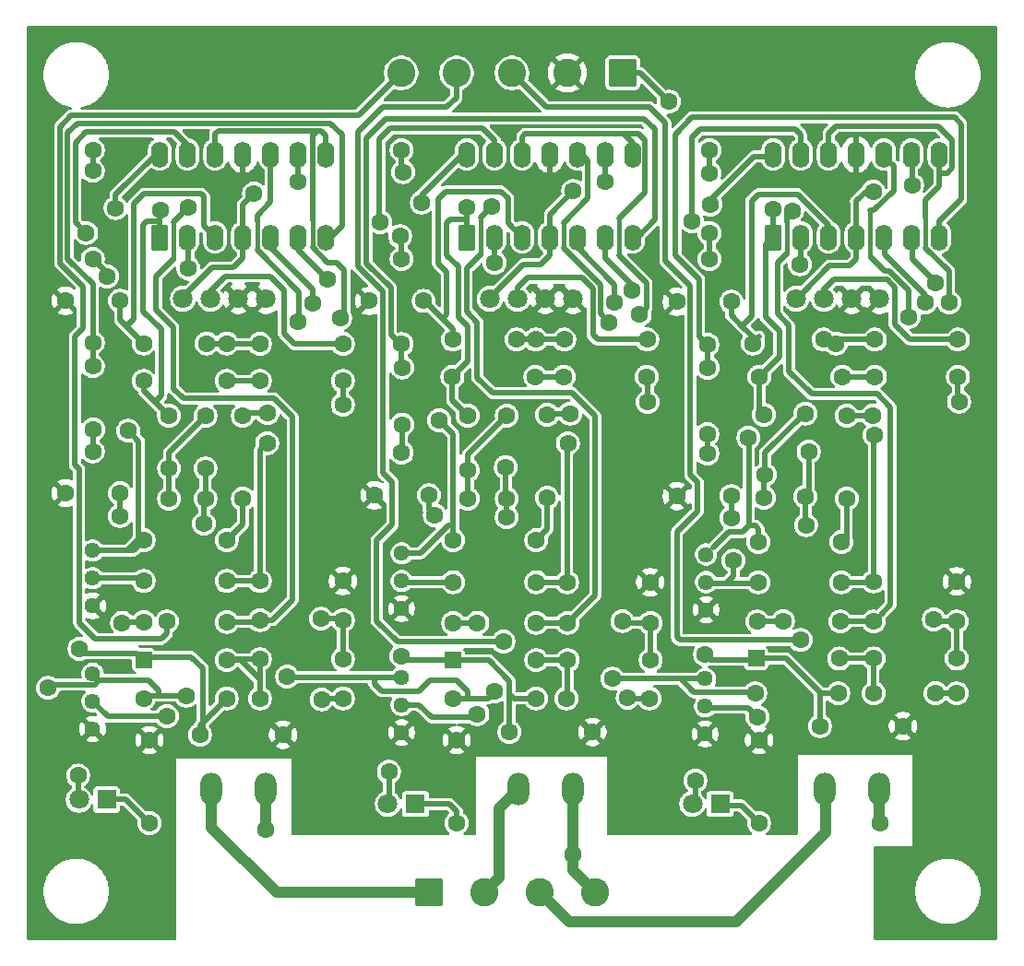
<source format=gbr>
%TF.GenerationSoftware,KiCad,Pcbnew,9.0.3*%
%TF.CreationDate,2026-01-26T07:40:47-05:00*%
%TF.ProjectId,VOLTAGE-SENSOR,564f4c54-4147-4452-9d53-454e534f522e,rev?*%
%TF.SameCoordinates,Original*%
%TF.FileFunction,Copper,L2,Bot*%
%TF.FilePolarity,Positive*%
%FSLAX46Y46*%
G04 Gerber Fmt 4.6, Leading zero omitted, Abs format (unit mm)*
G04 Created by KiCad (PCBNEW 9.0.3) date 2026-01-26 07:40:47*
%MOMM*%
%LPD*%
G01*
G04 APERTURE LIST*
G04 Aperture macros list*
%AMRoundRect*
0 Rectangle with rounded corners*
0 $1 Rounding radius*
0 $2 $3 $4 $5 $6 $7 $8 $9 X,Y pos of 4 corners*
0 Add a 4 corners polygon primitive as box body*
4,1,4,$2,$3,$4,$5,$6,$7,$8,$9,$2,$3,0*
0 Add four circle primitives for the rounded corners*
1,1,$1+$1,$2,$3*
1,1,$1+$1,$4,$5*
1,1,$1+$1,$6,$7*
1,1,$1+$1,$8,$9*
0 Add four rect primitives between the rounded corners*
20,1,$1+$1,$2,$3,$4,$5,0*
20,1,$1+$1,$4,$5,$6,$7,0*
20,1,$1+$1,$6,$7,$8,$9,0*
20,1,$1+$1,$8,$9,$2,$3,0*%
G04 Aperture macros list end*
%TA.AperFunction,ComponentPad*%
%ADD10RoundRect,0.250000X1.050000X1.050000X-1.050000X1.050000X-1.050000X-1.050000X1.050000X-1.050000X0*%
%TD*%
%TA.AperFunction,ComponentPad*%
%ADD11C,2.600000*%
%TD*%
%TA.AperFunction,ComponentPad*%
%ADD12C,1.600000*%
%TD*%
%TA.AperFunction,ComponentPad*%
%ADD13R,1.800000X1.800000*%
%TD*%
%TA.AperFunction,ComponentPad*%
%ADD14C,1.800000*%
%TD*%
%TA.AperFunction,ComponentPad*%
%ADD15O,2.000000X3.000000*%
%TD*%
%TA.AperFunction,ComponentPad*%
%ADD16RoundRect,0.250000X-0.550000X-0.550000X0.550000X-0.550000X0.550000X0.550000X-0.550000X0.550000X0*%
%TD*%
%TA.AperFunction,ComponentPad*%
%ADD17RoundRect,0.250000X0.550000X-0.950000X0.550000X0.950000X-0.550000X0.950000X-0.550000X-0.950000X0*%
%TD*%
%TA.AperFunction,ComponentPad*%
%ADD18O,1.600000X2.400000*%
%TD*%
%TA.AperFunction,ComponentPad*%
%ADD19C,1.440000*%
%TD*%
%TA.AperFunction,ComponentPad*%
%ADD20RoundRect,0.250000X-1.050000X-1.050000X1.050000X-1.050000X1.050000X1.050000X-1.050000X1.050000X0*%
%TD*%
%TA.AperFunction,ViaPad*%
%ADD21C,1.600000*%
%TD*%
%TA.AperFunction,Conductor*%
%ADD22C,0.500000*%
%TD*%
%TA.AperFunction,Conductor*%
%ADD23C,1.000000*%
%TD*%
%TA.AperFunction,Conductor*%
%ADD24C,0.400000*%
%TD*%
G04 APERTURE END LIST*
D10*
%TO.P,ANALOG_OUT1,1,Pin_1*%
%TO.N,5V*%
X149935000Y-55000000D03*
D11*
%TO.P,ANALOG_OUT1,2,Pin_2*%
%TO.N,GND*%
X144855000Y-55000000D03*
%TO.P,ANALOG_OUT1,3,Pin_3*%
%TO.N,SIGNAL_OUT1*%
X139775000Y-55000000D03*
%TO.P,ANALOG_OUT1,4,Pin_4*%
%TO.N,SIGNAL_OUT2*%
X134695000Y-55000000D03*
%TO.P,ANALOG_OUT1,5,Pin_5*%
%TO.N,SIGNAL_OUT3*%
X129615000Y-55000000D03*
%TD*%
D12*
%TO.P,R12,1*%
%TO.N,Net-(D1-A)*%
X172980000Y-108800000D03*
%TO.P,R12,2*%
%TO.N,Net-(U1D-+)*%
X180600000Y-108800000D03*
%TD*%
D13*
%TO.P,D6,1,K*%
%TO.N,Net-(D6-K)*%
X102570000Y-121750000D03*
D14*
%TO.P,D6,2,A*%
%TO.N,Net-(D6-A)*%
X100030000Y-121750000D03*
%TD*%
D12*
%TO.P,R19,1*%
%TO.N,Net-(U7A--)*%
X152150000Y-82900000D03*
%TO.P,R19,2*%
%TO.N,Net-(R19-Pad2)*%
X144530000Y-82900000D03*
%TD*%
%TO.P,R28,1*%
%TO.N,Net-(U7D-+)*%
X152510000Y-105525000D03*
%TO.P,R28,2*%
%TO.N,Net-(U7C--)*%
X144890000Y-105525000D03*
%TD*%
%TO.P,C7,1*%
%TO.N,GND*%
X127155000Y-93805000D03*
%TO.P,C7,2*%
%TO.N,Net-(U7B-+)*%
X132155000Y-93805000D03*
%TD*%
D15*
%TO.P,U8,1,L*%
%TO.N,LINE1*%
X112200000Y-120750000D03*
%TO.P,U8,2,N*%
%TO.N,NEUTRAL*%
X117200000Y-120750000D03*
D14*
%TO.P,U8,3,GND*%
%TO.N,GND*%
X117200000Y-75750000D03*
%TO.P,U8,4,GND*%
X114660000Y-75750000D03*
%TO.P,U8,5,VCC*%
%TO.N,5V*%
X109580000Y-75750000D03*
%TO.P,U8,6,OUT*%
%TO.N,OUT_S3*%
X112120000Y-75750000D03*
%TD*%
D12*
%TO.P,R1,1*%
%TO.N,Net-(C1-Pad2)*%
X162480000Y-82900000D03*
%TO.P,R1,2*%
%TO.N,Net-(R0-Pad2)*%
X170100000Y-82900000D03*
%TD*%
D15*
%TO.P,U6,1,L*%
%TO.N,LINE2*%
X140370000Y-120750000D03*
%TO.P,U6,2,N*%
%TO.N,NEUTRAL*%
X145370000Y-120750000D03*
D14*
%TO.P,U6,3,GND*%
%TO.N,GND*%
X145370000Y-75750000D03*
%TO.P,U6,4,GND*%
X142830000Y-75750000D03*
%TO.P,U6,5,VCC*%
%TO.N,5V*%
X137750000Y-75750000D03*
%TO.P,U6,6,OUT*%
%TO.N,OUT_S2*%
X140290000Y-75750000D03*
%TD*%
D12*
%TO.P,C8,1*%
%TO.N,Net-(C8-Pad1)*%
X129655000Y-89903333D03*
%TO.P,C8,2*%
%TO.N,Net-(C8-Pad2)*%
X129655000Y-79903333D03*
%TD*%
%TO.P,R20,1*%
%TO.N,Net-(C6-Pad2)*%
X134315000Y-82900000D03*
%TO.P,R20,2*%
%TO.N,Net-(R19-Pad2)*%
X141935000Y-82900000D03*
%TD*%
D16*
%TO.P,D1,1,K*%
%TO.N,Net-(D1-K)*%
X162180000Y-108800000D03*
D12*
%TO.P,D1,2,A*%
%TO.N,Net-(D1-A)*%
X169800000Y-108800000D03*
%TD*%
D17*
%TO.P,U1,1*%
%TO.N,Net-(C1-Pad2)*%
X163760000Y-70120000D03*
D18*
%TO.P,U1,2,-*%
%TO.N,Net-(U1A--)*%
X166300000Y-70120000D03*
%TO.P,U1,3,+*%
%TO.N,Net-(U1A-+)*%
X168840000Y-70120000D03*
%TO.P,U1,4,V+*%
%TO.N,5V*%
X171380000Y-70120000D03*
%TO.P,U1,5,+*%
%TO.N,Net-(U1B-+)*%
X173920000Y-70120000D03*
%TO.P,U1,6,-*%
%TO.N,Net-(U1B--)*%
X176460000Y-70120000D03*
%TO.P,U1,7*%
%TO.N,Net-(C3-Pad2)*%
X179000000Y-70120000D03*
%TO.P,U1,8*%
%TO.N,Net-(U1D-+)*%
X179000000Y-62500000D03*
%TO.P,U1,9,-*%
%TO.N,Net-(U1C--)*%
X176460000Y-62500000D03*
%TO.P,U1,10,+*%
%TO.N,Net-(U1C-+)*%
X173920000Y-62500000D03*
%TO.P,U1,11,V-*%
%TO.N,GND*%
X171380000Y-62500000D03*
%TO.P,U1,12,+*%
%TO.N,Net-(U1D-+)*%
X168840000Y-62500000D03*
%TO.P,U1,13,-*%
%TO.N,Net-(D1-K)*%
X166300000Y-62500000D03*
%TO.P,U1,14*%
%TO.N,Net-(D2-A)*%
X163760000Y-62500000D03*
%TD*%
D12*
%TO.P,R23,1*%
%TO.N,Net-(U7B--)*%
X143000000Y-86415000D03*
%TO.P,R23,2*%
%TO.N,Net-(R23-Pad2)*%
X143000000Y-94035000D03*
%TD*%
%TO.P,R31,1*%
%TO.N,Net-(D3-K)*%
X142010000Y-112450000D03*
%TO.P,R31,2*%
%TO.N,5V*%
X134390000Y-112450000D03*
%TD*%
D17*
%TO.P,U9,1*%
%TO.N,Net-(C10-Pad2)*%
X107460000Y-70120000D03*
D18*
%TO.P,U9,2,-*%
%TO.N,Net-(U9A--)*%
X110000000Y-70120000D03*
%TO.P,U9,3,+*%
%TO.N,Net-(U9A-+)*%
X112540000Y-70120000D03*
%TO.P,U9,4,V+*%
%TO.N,5V*%
X115080000Y-70120000D03*
%TO.P,U9,5,+*%
%TO.N,Net-(U9B-+)*%
X117620000Y-70120000D03*
%TO.P,U9,6,-*%
%TO.N,Net-(U9B--)*%
X120160000Y-70120000D03*
%TO.P,U9,7*%
%TO.N,Net-(C12-Pad2)*%
X122700000Y-70120000D03*
%TO.P,U9,8*%
%TO.N,Net-(U9D-+)*%
X122700000Y-62500000D03*
%TO.P,U9,9,-*%
%TO.N,Net-(U9C--)*%
X120160000Y-62500000D03*
%TO.P,U9,10,+*%
%TO.N,Net-(U9C-+)*%
X117620000Y-62500000D03*
%TO.P,U9,11,V-*%
%TO.N,GND*%
X115080000Y-62500000D03*
%TO.P,U9,12,+*%
%TO.N,Net-(U9D-+)*%
X112540000Y-62500000D03*
%TO.P,U9,13,-*%
%TO.N,Net-(D5-K)*%
X110000000Y-62500000D03*
%TO.P,U9,14*%
%TO.N,Net-(D6-A)*%
X107460000Y-62500000D03*
%TD*%
D12*
%TO.P,R25,1*%
%TO.N,Net-(R25-Pad1)*%
X134390000Y-101776667D03*
%TO.P,R25,2*%
%TO.N,Net-(U7C-+)*%
X142010000Y-101776667D03*
%TD*%
%TO.P,R5,1*%
%TO.N,Net-(C3-Pad1)*%
X166700000Y-86290000D03*
%TO.P,R5,2*%
%TO.N,Net-(U1B-+)*%
X166700000Y-93910000D03*
%TD*%
D19*
%TO.P,RV1,1,1*%
%TO.N,Net-(C3-Pad2)*%
X157595000Y-99236667D03*
%TO.P,RV1,2,2*%
%TO.N,Net-(R8-Pad1)*%
X157595000Y-101776667D03*
%TO.P,RV1,3,3*%
%TO.N,GND*%
X157595000Y-104316667D03*
%TD*%
%TO.P,RV2,1,1*%
%TO.N,5V*%
X157500000Y-110653333D03*
%TO.P,RV2,2,2*%
%TO.N,Net-(R10-Pad1)*%
X157500000Y-113193333D03*
%TO.P,RV2,3,3*%
%TO.N,GND*%
X157500000Y-115733333D03*
%TD*%
D13*
%TO.P,D4,1,K*%
%TO.N,Net-(D4-K)*%
X130925000Y-122150000D03*
D14*
%TO.P,D4,2,A*%
%TO.N,Net-(D4-A)*%
X128385000Y-122150000D03*
%TD*%
D12*
%TO.P,R14,1*%
%TO.N,Net-(D1-K)*%
X169710000Y-112000000D03*
%TO.P,R14,2*%
%TO.N,5V*%
X162090000Y-112000000D03*
%TD*%
%TO.P,R24,1*%
%TO.N,Net-(R23-Pad2)*%
X142010000Y-97925000D03*
%TO.P,R24,2*%
%TO.N,Net-(C8-Pad2)*%
X134390000Y-97925000D03*
%TD*%
%TO.P,C11,1*%
%TO.N,GND*%
X98800000Y-93605000D03*
%TO.P,C11,2*%
%TO.N,Net-(U9B-+)*%
X103800000Y-93605000D03*
%TD*%
%TO.P,R37,1*%
%TO.N,Net-(C10-Pad2)*%
X105980000Y-83300000D03*
%TO.P,R37,2*%
%TO.N,Net-(R36-Pad2)*%
X113600000Y-83300000D03*
%TD*%
%TO.P,C10,1*%
%TO.N,Net-(C10-Pad1)*%
X101300000Y-72100000D03*
%TO.P,C10,2*%
%TO.N,Net-(C10-Pad2)*%
X101300000Y-62100000D03*
%TD*%
%TO.P,R50,1*%
%TO.N,GND*%
X106500000Y-116290000D03*
%TO.P,R50,2*%
%TO.N,Net-(D6-K)*%
X106500000Y-123910000D03*
%TD*%
%TO.P,R6,1*%
%TO.N,Net-(U1B--)*%
X170500000Y-86490000D03*
%TO.P,R6,2*%
%TO.N,Net-(R6-Pad2)*%
X170500000Y-94110000D03*
%TD*%
%TO.P,R39,1*%
%TO.N,Net-(C12-Pad1)*%
X111650000Y-86490000D03*
%TO.P,R39,2*%
%TO.N,Net-(U9B-+)*%
X111650000Y-94110000D03*
%TD*%
D19*
%TO.P,RV5,1,1*%
%TO.N,Net-(C12-Pad2)*%
X101295000Y-98870000D03*
%TO.P,RV5,2,2*%
%TO.N,Net-(R42-Pad1)*%
X101295000Y-101410000D03*
%TO.P,RV5,3,3*%
%TO.N,GND*%
X101295000Y-103950000D03*
%TD*%
D12*
%TO.P,R18,1*%
%TO.N,Net-(C6-Pad1)*%
X141960000Y-79500000D03*
%TO.P,R18,2*%
%TO.N,Net-(U7A-+)*%
X134340000Y-79500000D03*
%TD*%
%TO.P,R9,1*%
%TO.N,GND*%
X180610000Y-101700000D03*
%TO.P,R9,2*%
%TO.N,Net-(U1C-+)*%
X172990000Y-101700000D03*
%TD*%
%TO.P,R10,1*%
%TO.N,Net-(R10-Pad1)*%
X162290000Y-105400000D03*
%TO.P,R10,2*%
%TO.N,Net-(U1C--)*%
X169910000Y-105400000D03*
%TD*%
%TO.P,C9,1*%
%TO.N,GND*%
X98800000Y-75935000D03*
%TO.P,C9,2*%
%TO.N,Net-(U9A-+)*%
X103800000Y-75935000D03*
%TD*%
%TO.P,R16,1*%
%TO.N,GND*%
X162450000Y-116290000D03*
%TO.P,R16,2*%
%TO.N,Net-(D2-K)*%
X162450000Y-123910000D03*
%TD*%
%TO.P,R38,1*%
%TO.N,Net-(C10-Pad2)*%
X108300000Y-86490000D03*
%TO.P,R38,2*%
%TO.N,Net-(C12-Pad1)*%
X108300000Y-94110000D03*
%TD*%
%TO.P,R3,1*%
%TO.N,OUT_S1*%
X180710000Y-79500000D03*
%TO.P,R3,2*%
%TO.N,Net-(C1-Pad1)*%
X173090000Y-79500000D03*
%TD*%
%TO.P,R40,1*%
%TO.N,Net-(U9B--)*%
X115080000Y-86490000D03*
%TO.P,R40,2*%
%TO.N,Net-(R40-Pad2)*%
X115080000Y-94110000D03*
%TD*%
D16*
%TO.P,D5,1,K*%
%TO.N,Net-(D5-K)*%
X105980000Y-108943750D03*
D12*
%TO.P,D5,2,A*%
%TO.N,Net-(D5-A)*%
X113600000Y-108943750D03*
%TD*%
%TO.P,R49,1*%
%TO.N,GND*%
X118760000Y-115800000D03*
%TO.P,R49,2*%
%TO.N,Net-(D5-K)*%
X111140000Y-115800000D03*
%TD*%
%TO.P,R4,1*%
%TO.N,Net-(C1-Pad1)*%
X169500000Y-79850000D03*
%TO.P,R4,2*%
%TO.N,Net-(U1A-+)*%
X161880000Y-79850000D03*
%TD*%
D17*
%TO.P,U7,1*%
%TO.N,Net-(C6-Pad2)*%
X135630000Y-70120000D03*
D18*
%TO.P,U7,2,-*%
%TO.N,Net-(U7A--)*%
X138170000Y-70120000D03*
%TO.P,U7,3,+*%
%TO.N,Net-(U7A-+)*%
X140710000Y-70120000D03*
%TO.P,U7,4,V+*%
%TO.N,5V*%
X143250000Y-70120000D03*
%TO.P,U7,5,+*%
%TO.N,Net-(U7B-+)*%
X145790000Y-70120000D03*
%TO.P,U7,6,-*%
%TO.N,Net-(U7B--)*%
X148330000Y-70120000D03*
%TO.P,U7,7*%
%TO.N,Net-(C8-Pad2)*%
X150870000Y-70120000D03*
%TO.P,U7,8*%
%TO.N,Net-(U7D-+)*%
X150870000Y-62500000D03*
%TO.P,U7,9,-*%
%TO.N,Net-(U7C--)*%
X148330000Y-62500000D03*
%TO.P,U7,10,+*%
%TO.N,Net-(U7C-+)*%
X145790000Y-62500000D03*
%TO.P,U7,11,V-*%
%TO.N,GND*%
X143250000Y-62500000D03*
%TO.P,U7,12,+*%
%TO.N,Net-(U7D-+)*%
X140710000Y-62500000D03*
%TO.P,U7,13,-*%
%TO.N,Net-(D3-K)*%
X138170000Y-62500000D03*
%TO.P,U7,14*%
%TO.N,Net-(D4-A)*%
X135630000Y-62500000D03*
%TD*%
D20*
%TO.P,VOLTAGE_IN,1,Pin_1*%
%TO.N,LINE1*%
X132155000Y-130250000D03*
D11*
%TO.P,VOLTAGE_IN,2,Pin_2*%
%TO.N,LINE2*%
X137235000Y-130250000D03*
%TO.P,VOLTAGE_IN,3,Pin_3*%
%TO.N,LINE3*%
X142315000Y-130250000D03*
%TO.P,VOLTAGE_IN,4,Pin_4*%
%TO.N,NEUTRAL*%
X147395000Y-130250000D03*
%TD*%
D19*
%TO.P,RV3,1,1*%
%TO.N,Net-(C8-Pad2)*%
X129650000Y-99136667D03*
%TO.P,RV3,2,2*%
%TO.N,Net-(R25-Pad1)*%
X129650000Y-101676667D03*
%TO.P,RV3,3,3*%
%TO.N,GND*%
X129650000Y-104216667D03*
%TD*%
D12*
%TO.P,R43,1*%
%TO.N,GND*%
X124260000Y-101681250D03*
%TO.P,R43,2*%
%TO.N,Net-(U9C-+)*%
X116640000Y-101681250D03*
%TD*%
%TO.P,C1,1*%
%TO.N,Net-(C1-Pad1)*%
X157900000Y-72100000D03*
%TO.P,C1,2*%
%TO.N,Net-(C1-Pad2)*%
X157900000Y-62100000D03*
%TD*%
%TO.P,C3,1*%
%TO.N,Net-(C3-Pad1)*%
X157700000Y-89953333D03*
%TO.P,C3,2*%
%TO.N,Net-(C3-Pad2)*%
X157700000Y-79953333D03*
%TD*%
D19*
%TO.P,RV6,1,1*%
%TO.N,5V*%
X101295000Y-110195000D03*
%TO.P,RV6,2,2*%
%TO.N,Net-(R44-Pad1)*%
X101295000Y-112735000D03*
%TO.P,RV6,3,3*%
%TO.N,GND*%
X101295000Y-115275000D03*
%TD*%
D12*
%TO.P,R27,1*%
%TO.N,Net-(R27-Pad1)*%
X134390000Y-105525000D03*
%TO.P,R27,2*%
%TO.N,Net-(U7C--)*%
X142010000Y-105525000D03*
%TD*%
D13*
%TO.P,D2,1,K*%
%TO.N,Net-(D2-K)*%
X158870000Y-122150000D03*
D14*
%TO.P,D2,2,A*%
%TO.N,Net-(D2-A)*%
X156330000Y-122150000D03*
%TD*%
D12*
%TO.P,C6,1*%
%TO.N,Net-(C6-Pad1)*%
X129655000Y-72100000D03*
%TO.P,C6,2*%
%TO.N,Net-(C6-Pad2)*%
X129655000Y-62100000D03*
%TD*%
%TO.P,R2,1*%
%TO.N,Net-(C1-Pad2)*%
X162900000Y-86400000D03*
%TO.P,R2,2*%
%TO.N,Net-(C3-Pad1)*%
X162900000Y-94020000D03*
%TD*%
%TO.P,R44,1*%
%TO.N,Net-(R44-Pad1)*%
X105980000Y-105437500D03*
%TO.P,R44,2*%
%TO.N,Net-(U9C--)*%
X113600000Y-105437500D03*
%TD*%
%TO.P,C5,1*%
%TO.N,GND*%
X126675000Y-75950000D03*
%TO.P,C5,2*%
%TO.N,Net-(U7A-+)*%
X131675000Y-75950000D03*
%TD*%
%TO.P,R30,1*%
%TO.N,SIGNAL_OUT2*%
X152385000Y-112450000D03*
%TO.P,R30,2*%
%TO.N,Net-(D3-A)*%
X144765000Y-112450000D03*
%TD*%
%TO.P,R11,1*%
%TO.N,Net-(U1D-+)*%
X180610000Y-105400000D03*
%TO.P,R11,2*%
%TO.N,Net-(U1C--)*%
X172990000Y-105400000D03*
%TD*%
%TO.P,R45,1*%
%TO.N,Net-(U9D-+)*%
X124260000Y-105270833D03*
%TO.P,R45,2*%
%TO.N,Net-(U9C--)*%
X116640000Y-105270833D03*
%TD*%
%TO.P,C12,1*%
%TO.N,Net-(C12-Pad1)*%
X101300000Y-89770000D03*
%TO.P,C12,2*%
%TO.N,Net-(C12-Pad2)*%
X101300000Y-79770000D03*
%TD*%
D19*
%TO.P,RV4,1,1*%
%TO.N,5V*%
X129650000Y-110528333D03*
%TO.P,RV4,2,2*%
%TO.N,Net-(R27-Pad1)*%
X129650000Y-113068333D03*
%TO.P,RV4,3,3*%
%TO.N,GND*%
X129650000Y-115608333D03*
%TD*%
D12*
%TO.P,R46,1*%
%TO.N,Net-(D5-A)*%
X116640000Y-108860417D03*
%TO.P,R46,2*%
%TO.N,Net-(U9D-+)*%
X124260000Y-108860417D03*
%TD*%
%TO.P,R13,1*%
%TO.N,GND*%
X175660000Y-115000000D03*
%TO.P,R13,2*%
%TO.N,Net-(D1-K)*%
X168040000Y-115000000D03*
%TD*%
%TO.P,R17,1*%
%TO.N,OUT_S2*%
X152185000Y-79500000D03*
%TO.P,R17,2*%
%TO.N,Net-(C6-Pad1)*%
X144565000Y-79500000D03*
%TD*%
%TO.P,R0,1*%
%TO.N,Net-(U1A--)*%
X180710000Y-82900000D03*
%TO.P,R0,2*%
%TO.N,Net-(R0-Pad2)*%
X173090000Y-82900000D03*
%TD*%
%TO.P,R48,1*%
%TO.N,Net-(D5-K)*%
X113600000Y-112450000D03*
%TO.P,R48,2*%
%TO.N,5V*%
X105980000Y-112450000D03*
%TD*%
%TO.P,R34,1*%
%TO.N,OUT_S3*%
X124260000Y-79900000D03*
%TO.P,R34,2*%
%TO.N,Net-(C10-Pad1)*%
X116640000Y-79900000D03*
%TD*%
D16*
%TO.P,D3,1,K*%
%TO.N,Net-(D3-K)*%
X134390000Y-108950000D03*
D12*
%TO.P,D3,2,A*%
%TO.N,Net-(D3-A)*%
X142010000Y-108950000D03*
%TD*%
%TO.P,R33,1*%
%TO.N,GND*%
X134700000Y-116290000D03*
%TO.P,R33,2*%
%TO.N,Net-(D4-K)*%
X134700000Y-123910000D03*
%TD*%
%TO.P,C4,1*%
%TO.N,GND*%
X154900000Y-93880000D03*
%TO.P,C4,2*%
%TO.N,Net-(U1B-+)*%
X159900000Y-93880000D03*
%TD*%
%TO.P,R36,1*%
%TO.N,Net-(U9A--)*%
X124260000Y-83300000D03*
%TO.P,R36,2*%
%TO.N,Net-(R36-Pad2)*%
X116640000Y-83300000D03*
%TD*%
%TO.P,R8,1*%
%TO.N,Net-(R8-Pad1)*%
X162380000Y-101800000D03*
%TO.P,R8,2*%
%TO.N,Net-(U1C-+)*%
X170000000Y-101800000D03*
%TD*%
%TO.P,R35,1*%
%TO.N,Net-(C10-Pad1)*%
X113600000Y-79850000D03*
%TO.P,R35,2*%
%TO.N,Net-(U9A-+)*%
X105980000Y-79850000D03*
%TD*%
%TO.P,R15,1*%
%TO.N,SIGNAL_OUT1*%
X180600000Y-112000000D03*
%TO.P,R15,2*%
%TO.N,Net-(D1-A)*%
X172980000Y-112000000D03*
%TD*%
%TO.P,C2,1*%
%TO.N,GND*%
X154900000Y-76026667D03*
%TO.P,C2,2*%
%TO.N,Net-(U1A-+)*%
X159900000Y-76026667D03*
%TD*%
%TO.P,R47,1*%
%TO.N,SIGNAL_OUT3*%
X124260000Y-112450000D03*
%TO.P,R47,2*%
%TO.N,Net-(D5-A)*%
X116640000Y-112450000D03*
%TD*%
%TO.P,R22,1*%
%TO.N,Net-(C8-Pad1)*%
X139300000Y-86490000D03*
%TO.P,R22,2*%
%TO.N,Net-(U7B-+)*%
X139300000Y-94110000D03*
%TD*%
%TO.P,R21,1*%
%TO.N,Net-(C6-Pad2)*%
X135725000Y-86490000D03*
%TO.P,R21,2*%
%TO.N,Net-(C8-Pad1)*%
X135725000Y-94110000D03*
%TD*%
D15*
%TO.P,U2,1,L*%
%TO.N,LINE3*%
X168500000Y-120750000D03*
%TO.P,U2,2,N*%
%TO.N,NEUTRAL*%
X173500000Y-120750000D03*
D14*
%TO.P,U2,3,GND*%
%TO.N,GND*%
X173500000Y-75750000D03*
%TO.P,U2,4,GND*%
X170960000Y-75750000D03*
%TO.P,U2,5,VCC*%
%TO.N,5V*%
X165880000Y-75750000D03*
%TO.P,U2,6,OUT*%
%TO.N,OUT_S1*%
X168420000Y-75750000D03*
%TD*%
D12*
%TO.P,R42,1*%
%TO.N,Net-(R42-Pad1)*%
X105980000Y-101681250D03*
%TO.P,R42,2*%
%TO.N,Net-(U9C-+)*%
X113600000Y-101681250D03*
%TD*%
%TO.P,R7,1*%
%TO.N,Net-(R6-Pad2)*%
X170010000Y-98100000D03*
%TO.P,R7,2*%
%TO.N,Net-(C3-Pad2)*%
X162390000Y-98100000D03*
%TD*%
%TO.P,R29,1*%
%TO.N,Net-(D3-A)*%
X144890000Y-108950000D03*
%TO.P,R29,2*%
%TO.N,Net-(U7D-+)*%
X152510000Y-108950000D03*
%TD*%
%TO.P,R26,1*%
%TO.N,GND*%
X152460000Y-101776667D03*
%TO.P,R26,2*%
%TO.N,Net-(U7C-+)*%
X144840000Y-101776667D03*
%TD*%
%TO.P,R41,1*%
%TO.N,Net-(R40-Pad2)*%
X113600000Y-97925000D03*
%TO.P,R41,2*%
%TO.N,Net-(C12-Pad2)*%
X105980000Y-97925000D03*
%TD*%
%TO.P,R32,1*%
%TO.N,GND*%
X147160000Y-115550000D03*
%TO.P,R32,2*%
%TO.N,Net-(D3-K)*%
X139540000Y-115550000D03*
%TD*%
D21*
%TO.N,Net-(C1-Pad2)*%
X157900000Y-64200000D03*
X163700000Y-67500000D03*
%TO.N,Net-(C1-Pad1)*%
X157900000Y-69700000D03*
X168359997Y-79500000D03*
%TO.N,GND*%
X152250000Y-88000000D03*
X180850000Y-122000000D03*
X124500000Y-87750000D03*
X181000000Y-87500000D03*
%TO.N,Net-(C3-Pad1)*%
X163000000Y-91900000D03*
X157700000Y-88200000D03*
%TO.N,Net-(C3-Pad2)*%
X161475000Y-88500000D03*
X157750000Y-82075000D03*
%TO.N,Net-(U1B-+)*%
X159900000Y-95875000D03*
X166750000Y-96525000D03*
X167000000Y-89800000D03*
X177700000Y-76100000D03*
%TO.N,Net-(C6-Pad2)*%
X135625000Y-67375000D03*
X129775000Y-64100000D03*
%TO.N,Net-(C6-Pad1)*%
X140200000Y-79500000D03*
X129500000Y-70000000D03*
%TO.N,Net-(U7B-+)*%
X139200000Y-91200000D03*
X132700000Y-95650000D03*
X139300000Y-95800000D03*
X149200000Y-76100000D03*
%TO.N,Net-(C8-Pad2)*%
X133100000Y-86900000D03*
X129700000Y-82050000D03*
%TO.N,Net-(C8-Pad1)*%
X129700000Y-87300000D03*
X135725000Y-91500000D03*
%TO.N,Net-(C10-Pad2)*%
X101300000Y-64000000D03*
X107500000Y-67600000D03*
%TO.N,Net-(C10-Pad1)*%
X102600000Y-73700000D03*
X111750000Y-79850000D03*
%TO.N,Net-(U9B-+)*%
X111500000Y-96400000D03*
X103800000Y-95700000D03*
X121500000Y-76200000D03*
X111650000Y-91350000D03*
%TO.N,Net-(C12-Pad2)*%
X101300000Y-81950000D03*
X104550000Y-87875000D03*
%TO.N,Net-(C12-Pad1)*%
X108300000Y-91350000D03*
X101350000Y-87750000D03*
%TO.N,Net-(D1-K)*%
X157500000Y-108400000D03*
X156300000Y-68625000D03*
%TO.N,Net-(D2-A)*%
X156600000Y-120000000D03*
X158000000Y-67100000D03*
%TO.N,Net-(D3-K)*%
X129623552Y-108550000D03*
X127675000Y-68700000D03*
%TO.N,Net-(D4-A)*%
X128475000Y-119200000D03*
X131500000Y-66900000D03*
%TO.N,Net-(D5-K)*%
X100100000Y-107900000D03*
X100700000Y-69700000D03*
%TO.N,Net-(D6-A)*%
X103400000Y-67400000D03*
X99950000Y-119550000D03*
%TO.N,NEUTRAL*%
X145370000Y-126800000D03*
X117200000Y-124500000D03*
X173600000Y-123900000D03*
%TO.N,SIGNAL_OUT1*%
X178650000Y-111975000D03*
X166275000Y-107100000D03*
%TO.N,SIGNAL_OUT2*%
X150400000Y-112400000D03*
X139000000Y-107250000D03*
%TO.N,5V*%
X172930000Y-65880000D03*
X116100000Y-66100000D03*
X109900000Y-112200000D03*
X119150000Y-110450000D03*
X97200000Y-111500000D03*
X154175000Y-57650000D03*
X138175000Y-111825000D03*
X145400000Y-65850000D03*
X149000000Y-110653333D03*
%TO.N,SIGNAL_OUT3*%
X108100000Y-105400000D03*
X122300000Y-112550000D03*
%TO.N,Net-(U1A--)*%
X166184715Y-72571820D03*
X180800000Y-85200000D03*
%TO.N,Net-(U1B--)*%
X172900000Y-86500000D03*
X178600000Y-74300000D03*
%TO.N,Net-(R8-Pad1)*%
X160100000Y-99800000D03*
%TO.N,Net-(U1C-+)*%
X176200000Y-77400000D03*
X173062965Y-88292610D03*
%TO.N,Net-(R10-Pad1)*%
X162300000Y-114150000D03*
X164650000Y-105350000D03*
%TO.N,Net-(U1C--)*%
X165492610Y-67662965D03*
X176500000Y-65300000D03*
%TO.N,Net-(U1D-+)*%
X178500000Y-105200000D03*
X179900000Y-76100000D03*
%TO.N,Net-(U7A--)*%
X138175000Y-72450000D03*
X152225000Y-85250000D03*
%TO.N,Net-(U7B--)*%
X150800000Y-75000000D03*
X145100000Y-86300000D03*
%TO.N,Net-(U7C-+)*%
X148700000Y-77926684D03*
X144900000Y-89025000D03*
%TO.N,Net-(U7C--)*%
X137875000Y-67300000D03*
X148350000Y-64975000D03*
%TO.N,Net-(R27-Pad1)*%
X136600000Y-113900000D03*
X136600000Y-105500000D03*
%TO.N,Net-(U7D-+)*%
X151500000Y-77200000D03*
X149900000Y-105350000D03*
%TO.N,Net-(U9A--)*%
X124250000Y-85500000D03*
X110075000Y-72975000D03*
%TO.N,Net-(U9B--)*%
X122876281Y-73950000D03*
X117350000Y-86250000D03*
%TO.N,Net-(U9C-+)*%
X120150000Y-77850000D03*
X117300000Y-89000000D03*
%TO.N,Net-(U9C--)*%
X110050000Y-67350000D03*
X120150000Y-64950000D03*
%TO.N,Net-(R44-Pad1)*%
X108100000Y-114100000D03*
X104000000Y-105500000D03*
%TO.N,Net-(U9D-+)*%
X124000000Y-77550000D03*
X122250000Y-105150000D03*
%TD*%
D22*
%TO.N,Net-(C1-Pad2)*%
X164300000Y-81100000D02*
X164300000Y-78700000D01*
X162900000Y-86400000D02*
X162480000Y-85980000D01*
X162480000Y-83120500D02*
X162550000Y-83050500D01*
X163025000Y-77425000D02*
X163025000Y-70775000D01*
X163700000Y-67500000D02*
X163700000Y-69900000D01*
X162500000Y-82900000D02*
X164300000Y-81100000D01*
X157900000Y-64200000D02*
X157900000Y-62100000D01*
X164300000Y-78700000D02*
X163025000Y-77425000D01*
X163025000Y-70775000D02*
X163600000Y-70200000D01*
X162480000Y-85980000D02*
X162480000Y-83120500D01*
%TO.N,Net-(C1-Pad1)*%
X170210000Y-79500000D02*
X173090000Y-79500000D01*
X157900000Y-69700000D02*
X157900000Y-72100000D01*
X168359997Y-79500000D02*
X170100000Y-79500000D01*
%TO.N,Net-(U1A-+)*%
X162101127Y-79500000D02*
X160838064Y-78236936D01*
X160838064Y-78236936D02*
X159900000Y-77298873D01*
X161750000Y-77325000D02*
X161750000Y-66750000D01*
X162350000Y-66150000D02*
X166025000Y-66150000D01*
X159900000Y-77298873D02*
X159900000Y-76026667D01*
X168800000Y-68925000D02*
X168800000Y-69900000D01*
X166025000Y-66150000D02*
X168800000Y-68925000D01*
X161750000Y-66750000D02*
X162350000Y-66150000D01*
X160838064Y-78236936D02*
X161750000Y-77325000D01*
X162450000Y-79250000D02*
X162200000Y-79500000D01*
X162200000Y-79500000D02*
X162101127Y-79500000D01*
%TO.N,Net-(C3-Pad1)*%
X163000000Y-90100000D02*
X163000000Y-89900000D01*
X162900000Y-92000000D02*
X162900000Y-94000000D01*
X163000000Y-89900000D02*
X166700000Y-86200000D01*
X163000000Y-91900000D02*
X163000000Y-89990000D01*
X163000000Y-91900000D02*
X162900000Y-92000000D01*
X157700000Y-89953333D02*
X157700000Y-88200000D01*
%TO.N,Net-(C3-Pad2)*%
X154775153Y-71750153D02*
X156950000Y-73925000D01*
X181000000Y-66600000D02*
X181000000Y-59700000D01*
X154775153Y-60633483D02*
X154775153Y-71750153D01*
X160925000Y-97175000D02*
X159656667Y-97175000D01*
X159656667Y-97175000D02*
X158232103Y-98599564D01*
X180400000Y-59100000D02*
X156308636Y-59100000D01*
X162400000Y-96900000D02*
X162100000Y-96600000D01*
X179000000Y-69800000D02*
X179000000Y-68600000D01*
X181000000Y-59700000D02*
X180400000Y-59100000D01*
X157750000Y-82075000D02*
X157750000Y-80003333D01*
X161500000Y-88525000D02*
X161475000Y-88500000D01*
X161500000Y-96600000D02*
X160925000Y-97175000D01*
X156950000Y-73925000D02*
X156950000Y-79203333D01*
X156308636Y-59100000D02*
X154775153Y-60633483D01*
X161500000Y-96600000D02*
X161500000Y-88525000D01*
X157750000Y-82075000D02*
X157750000Y-82175000D01*
X179000000Y-68600000D02*
X181000000Y-66600000D01*
X162400000Y-98100000D02*
X162400000Y-96900000D01*
X156950000Y-79203333D02*
X157700000Y-79953333D01*
X157750000Y-80003333D02*
X157700000Y-79953333D01*
X162100000Y-96600000D02*
X161500000Y-96600000D01*
%TO.N,Net-(U1B-+)*%
X159900000Y-94125000D02*
X159900000Y-95875000D01*
X177700000Y-75400000D02*
X177700000Y-76100000D01*
X174000000Y-71700000D02*
X177700000Y-75400000D01*
X167000000Y-93600000D02*
X166700000Y-93900000D01*
X174000000Y-70750000D02*
X174000000Y-71700000D01*
X166750000Y-96525000D02*
X166725000Y-96500000D01*
X159925000Y-94100000D02*
X159900000Y-94125000D01*
X166725000Y-96500000D02*
X166725000Y-94125000D01*
X159900000Y-95525000D02*
X159900000Y-95875000D01*
X159850000Y-95825000D02*
X159900000Y-95875000D01*
X167000000Y-89800000D02*
X167000000Y-93600000D01*
%TO.N,Net-(U7A-+)*%
X139400000Y-68810000D02*
X139400000Y-66500000D01*
X138800000Y-65900000D02*
X133700000Y-65900000D01*
X133800000Y-77200000D02*
X133500000Y-77500000D01*
X133000000Y-66600000D02*
X133000000Y-72500000D01*
X133000000Y-72500000D02*
X133800000Y-73300000D01*
X131675000Y-75950000D02*
X131750000Y-75950000D01*
X133800000Y-73300000D02*
X133800000Y-77200000D01*
X140710000Y-70120000D02*
X139400000Y-68810000D01*
X134340000Y-78540000D02*
X134340000Y-79500000D01*
X133500000Y-77500000D02*
X133300000Y-77500000D01*
X139400000Y-66500000D02*
X138800000Y-65900000D01*
X133700000Y-65900000D02*
X133000000Y-66600000D01*
X131750000Y-75950000D02*
X134340000Y-78540000D01*
%TO.N,Net-(C6-Pad2)*%
X135630000Y-68450000D02*
X135630000Y-67380000D01*
X135630000Y-70120000D02*
X135630000Y-68450000D01*
X129655000Y-63980000D02*
X129775000Y-64100000D01*
X133750000Y-71720000D02*
X133750000Y-68775000D01*
X134830000Y-72800000D02*
X133750000Y-71720000D01*
X134315000Y-85080000D02*
X135725000Y-86490000D01*
X134315000Y-82900000D02*
X135700000Y-81515000D01*
X135700000Y-78300000D02*
X134830000Y-77430000D01*
X134830000Y-77430000D02*
X134830000Y-72800000D01*
X135700000Y-81515000D02*
X135700000Y-78300000D01*
X134315000Y-82900000D02*
X134315000Y-85080000D01*
X134075000Y-68450000D02*
X135630000Y-68450000D01*
X133750000Y-68775000D02*
X134075000Y-68450000D01*
X129655000Y-62100000D02*
X129655000Y-63980000D01*
X135630000Y-67380000D02*
X135625000Y-67375000D01*
%TO.N,Net-(C6-Pad1)*%
X129655000Y-70155000D02*
X129500000Y-70000000D01*
X144565000Y-79500000D02*
X141960000Y-79500000D01*
X129655000Y-72100000D02*
X129655000Y-70155000D01*
X141960000Y-79500000D02*
X140200000Y-79500000D01*
%TO.N,Net-(U7B-+)*%
X145790000Y-71020000D02*
X149198000Y-74428000D01*
X139300000Y-95800000D02*
X139300000Y-94110000D01*
X132155000Y-95105000D02*
X132700000Y-95650000D01*
X149198000Y-76098000D02*
X149200000Y-76100000D01*
X132155000Y-93805000D02*
X132155000Y-95105000D01*
X149198000Y-74428000D02*
X149198000Y-76098000D01*
X139400000Y-96200000D02*
X139300000Y-96100000D01*
X139200000Y-91200000D02*
X139200000Y-94010000D01*
X139300000Y-96100000D02*
X139300000Y-95800000D01*
X139200000Y-94010000D02*
X139300000Y-94110000D01*
X145790000Y-70120000D02*
X145790000Y-71020000D01*
%TO.N,Net-(C8-Pad2)*%
X128650000Y-74750000D02*
X128650000Y-79050000D01*
X129655000Y-79903333D02*
X129655000Y-82005000D01*
X129503333Y-79903333D02*
X129655000Y-79903333D01*
X126400000Y-72500000D02*
X128650000Y-74750000D01*
X152900000Y-60200000D02*
X151900000Y-59200000D01*
X150870000Y-70120000D02*
X151270000Y-70120000D01*
X133900000Y-96600000D02*
X131363333Y-99136667D01*
X126400000Y-61000000D02*
X126400000Y-72500000D01*
X129655000Y-82005000D02*
X129700000Y-82050000D01*
X133100000Y-86900000D02*
X134390000Y-88190000D01*
X131363333Y-99136667D02*
X129650000Y-99136667D01*
X128200000Y-59200000D02*
X126400000Y-61000000D01*
X128650000Y-79050000D02*
X129503333Y-79903333D01*
X134390000Y-96600000D02*
X134390000Y-97925000D01*
X151900000Y-59200000D02*
X128200000Y-59200000D01*
X134390000Y-96600000D02*
X133900000Y-96600000D01*
X152900000Y-68490000D02*
X152900000Y-60200000D01*
X134390000Y-88190000D02*
X134390000Y-96600000D01*
X151270000Y-70120000D02*
X152900000Y-68490000D01*
%TO.N,Net-(C8-Pad1)*%
X139300000Y-86490000D02*
X135725000Y-90065000D01*
X135725000Y-91500000D02*
X135725000Y-94110000D01*
X129700000Y-87300000D02*
X129700000Y-89858333D01*
X135725000Y-90065000D02*
X135725000Y-91500000D01*
X129700000Y-89858333D02*
X129655000Y-89903333D01*
%TO.N,Net-(U9A-+)*%
X104590000Y-78110000D02*
X104240000Y-78110000D01*
X106000000Y-66100000D02*
X105100000Y-67000000D01*
X103800000Y-75935000D02*
X103800000Y-77670000D01*
X111500000Y-66350000D02*
X111250000Y-66100000D01*
X105100000Y-77600000D02*
X104590000Y-78110000D01*
X104240000Y-78110000D02*
X105980000Y-79850000D01*
X105100000Y-67000000D02*
X105100000Y-77600000D01*
X103800000Y-77670000D02*
X104240000Y-78110000D01*
X112540000Y-70120000D02*
X111500000Y-69080000D01*
X111500000Y-69080000D02*
X111500000Y-66350000D01*
X111250000Y-66100000D02*
X106000000Y-66100000D01*
%TO.N,Net-(C10-Pad2)*%
X107600000Y-84650000D02*
X107030000Y-85220000D01*
X107460000Y-70120000D02*
X107460000Y-68700000D01*
X107600000Y-78550000D02*
X105950000Y-76900000D01*
X101300000Y-62100000D02*
X101300000Y-64000000D01*
X107460000Y-67640000D02*
X107500000Y-67600000D01*
X105950000Y-68950000D02*
X106250000Y-68650000D01*
X107030000Y-85220000D02*
X108300000Y-86490000D01*
X106250000Y-68650000D02*
X107410000Y-68650000D01*
X107600000Y-81680000D02*
X107600000Y-78550000D01*
X107460000Y-68700000D02*
X107460000Y-67640000D01*
X105980000Y-84170000D02*
X107030000Y-85220000D01*
X107410000Y-68650000D02*
X107460000Y-68700000D01*
X107600000Y-81680000D02*
X107600000Y-84650000D01*
X105950000Y-76900000D02*
X105950000Y-68950000D01*
X105980000Y-83300000D02*
X105980000Y-84170000D01*
%TO.N,Net-(C10-Pad1)*%
X113600000Y-79850000D02*
X111800000Y-79850000D01*
X102600000Y-73400000D02*
X102600000Y-73700000D01*
X111800000Y-79850000D02*
X111750000Y-79800000D01*
X116640000Y-79900000D02*
X113650000Y-79900000D01*
X101300000Y-72100000D02*
X102600000Y-73400000D01*
X113650000Y-79900000D02*
X113600000Y-79850000D01*
%TO.N,Net-(U9B-+)*%
X121500000Y-74850000D02*
X121500000Y-76200000D01*
X111500000Y-94260000D02*
X111650000Y-94110000D01*
X117620000Y-70120000D02*
X117620000Y-70970000D01*
X111500000Y-96400000D02*
X111500000Y-94260000D01*
X111650000Y-91350000D02*
X111650000Y-94110000D01*
X117620000Y-70970000D02*
X121500000Y-74850000D01*
X103800000Y-93605000D02*
X103800000Y-95700000D01*
%TO.N,Net-(C12-Pad2)*%
X105035000Y-98870000D02*
X105980000Y-97925000D01*
X99000000Y-72100000D02*
X101300000Y-74400000D01*
X104500000Y-98870000D02*
X105035000Y-98870000D01*
X105525000Y-97845000D02*
X105525000Y-88850000D01*
X122700000Y-70120000D02*
X123100000Y-70120000D01*
X123100000Y-70120000D02*
X124200000Y-69020000D01*
X124200000Y-60700000D02*
X123126000Y-59626000D01*
X99000000Y-60500000D02*
X99000000Y-72100000D01*
X101300000Y-74400000D02*
X101300000Y-79770000D01*
X101300000Y-79770000D02*
X101300000Y-81950000D01*
X124200000Y-69020000D02*
X124200000Y-60700000D01*
X99874000Y-59626000D02*
X99000000Y-60500000D01*
X105525000Y-88850000D02*
X104550000Y-87875000D01*
X123126000Y-59626000D02*
X99874000Y-59626000D01*
X104500000Y-98870000D02*
X105525000Y-97845000D01*
X101295000Y-98870000D02*
X104500000Y-98870000D01*
%TO.N,Net-(C12-Pad1)*%
X101300000Y-87800000D02*
X101350000Y-87750000D01*
X108300000Y-91350000D02*
X108300000Y-94110000D01*
X108300000Y-89840000D02*
X108300000Y-91350000D01*
X101300000Y-89770000D02*
X101300000Y-87800000D01*
X111650000Y-86490000D02*
X108300000Y-89840000D01*
%TO.N,Net-(D1-A)*%
X172980000Y-108800000D02*
X172950000Y-108830000D01*
X172950000Y-111970000D02*
X172980000Y-112000000D01*
X169800000Y-108800000D02*
X172980000Y-108800000D01*
X172950000Y-108830000D02*
X172950000Y-111970000D01*
%TO.N,Net-(D1-K)*%
X165800000Y-60200000D02*
X166300000Y-60700000D01*
X157025000Y-60200000D02*
X165800000Y-60200000D01*
X161700000Y-108900000D02*
X158000000Y-108900000D01*
X168050000Y-111900000D02*
X167700000Y-111550000D01*
X164950000Y-108800000D02*
X167700000Y-111550000D01*
X168050000Y-114900000D02*
X168050000Y-111900000D01*
X156300000Y-60925000D02*
X157025000Y-60200000D01*
X168150000Y-112000000D02*
X169710000Y-112000000D01*
X166300000Y-60700000D02*
X166300000Y-62200000D01*
X158000000Y-108900000D02*
X157500000Y-108400000D01*
X156300000Y-68625000D02*
X156300000Y-60925000D01*
X167700000Y-111550000D02*
X168150000Y-112000000D01*
X162315500Y-108800000D02*
X164950000Y-108800000D01*
%TO.N,Net-(D2-A)*%
X158000000Y-66650000D02*
X158000000Y-67100000D01*
X156600000Y-120000000D02*
X156600000Y-122200000D01*
X161950000Y-62700000D02*
X158000000Y-66650000D01*
X163800000Y-62700000D02*
X161950000Y-62700000D01*
%TO.N,Net-(D2-K)*%
X160840000Y-122300000D02*
X162450000Y-123910000D01*
X159500000Y-122300000D02*
X160840000Y-122300000D01*
%TO.N,Net-(D3-K)*%
X138170000Y-61170000D02*
X137100000Y-60100000D01*
X139550000Y-112050000D02*
X139550000Y-112530000D01*
X137650000Y-108950000D02*
X139550000Y-110850000D01*
X139550000Y-112530000D02*
X139540000Y-112540000D01*
X139540000Y-112540000D02*
X139540000Y-115550000D01*
X130023552Y-108950000D02*
X129623552Y-108550000D01*
X142010000Y-112450000D02*
X139950000Y-112450000D01*
X138170000Y-62500000D02*
X138170000Y-61170000D01*
X128625000Y-60100000D02*
X127600000Y-61125000D01*
X134390000Y-108950000D02*
X130023552Y-108950000D01*
X137100000Y-60100000D02*
X128625000Y-60100000D01*
X127600000Y-61125000D02*
X127600000Y-68650000D01*
X134390000Y-108950000D02*
X137650000Y-108950000D01*
X139950000Y-112450000D02*
X139550000Y-112050000D01*
X139550000Y-110850000D02*
X139550000Y-112050000D01*
%TO.N,Net-(D3-A)*%
X144890000Y-112325000D02*
X144765000Y-112450000D01*
X144890000Y-108950000D02*
X144890000Y-112325000D01*
X142010000Y-108950000D02*
X144890000Y-108950000D01*
%TO.N,Net-(D4-A)*%
X128475000Y-122060000D02*
X128385000Y-122150000D01*
X128475000Y-119200000D02*
X128475000Y-122060000D01*
X135230000Y-62500000D02*
X131500000Y-66230000D01*
X135630000Y-62500000D02*
X135230000Y-62500000D01*
X131500000Y-66230000D02*
X131500000Y-66900000D01*
%TO.N,Net-(D4-K)*%
X134700000Y-122800000D02*
X134050000Y-122150000D01*
X134050000Y-122150000D02*
X130925000Y-122150000D01*
X134700000Y-123910000D02*
X134700000Y-122800000D01*
%TO.N,Net-(D5-A)*%
X113683333Y-108860417D02*
X113600000Y-108943750D01*
X114843750Y-108943750D02*
X113600000Y-108943750D01*
X116640000Y-110740000D02*
X114843750Y-108943750D01*
X116640000Y-112450000D02*
X116640000Y-110750000D01*
X116640000Y-108860417D02*
X113683333Y-108860417D01*
X116640000Y-110750000D02*
X116640000Y-108860417D01*
X116640000Y-110750000D02*
X116640000Y-110740000D01*
%TO.N,Net-(D5-K)*%
X100700000Y-69700000D02*
X99700000Y-68700000D01*
X106273750Y-108650000D02*
X110350000Y-108650000D01*
X100500000Y-108300000D02*
X100100000Y-107900000D01*
X100700000Y-60400000D02*
X108800000Y-60400000D01*
X99700000Y-68700000D02*
X99700000Y-61400000D01*
X99700000Y-61400000D02*
X100700000Y-60400000D01*
X105336250Y-108300000D02*
X100500000Y-108300000D01*
X110350000Y-108650000D02*
X111400000Y-109700000D01*
X105980000Y-108943750D02*
X105336250Y-108300000D01*
X111140000Y-114910000D02*
X113600000Y-112450000D01*
X108800000Y-60400000D02*
X110000000Y-61600000D01*
X111400000Y-109700000D02*
X111400000Y-115540000D01*
X111400000Y-115540000D02*
X111140000Y-115800000D01*
X111140000Y-115800000D02*
X111140000Y-114910000D01*
X105980000Y-108943750D02*
X106273750Y-108650000D01*
X110000000Y-61600000D02*
X110000000Y-62500000D01*
%TO.N,Net-(D6-K)*%
X104340000Y-121750000D02*
X106500000Y-123910000D01*
X102570000Y-121750000D02*
X104340000Y-121750000D01*
%TO.N,Net-(D6-A)*%
X99950000Y-121670000D02*
X100030000Y-121750000D01*
X107460000Y-62500000D02*
X107060000Y-62500000D01*
X107060000Y-62500000D02*
X103400000Y-66160000D01*
X103400000Y-66160000D02*
X103400000Y-67400000D01*
X99950000Y-119550000D02*
X99950000Y-121670000D01*
D23*
%TO.N,LINE1*%
X112200000Y-124300000D02*
X112200000Y-120750000D01*
X132125000Y-130280000D02*
X132155000Y-130250000D01*
X132155000Y-130250000D02*
X118150000Y-130250000D01*
X118150000Y-130250000D02*
X112200000Y-124300000D01*
%TO.N,LINE2*%
X138600000Y-122520000D02*
X138600000Y-128885000D01*
X138600000Y-128885000D02*
X137235000Y-130250000D01*
X140370000Y-120750000D02*
X138600000Y-122520000D01*
%TO.N,LINE3*%
X160325000Y-133000000D02*
X145065000Y-133000000D01*
X145065000Y-133000000D02*
X142315000Y-130250000D01*
X168525000Y-121212500D02*
X168525000Y-124800000D01*
X168525000Y-124800000D02*
X160325000Y-133000000D01*
%TO.N,NEUTRAL*%
X145370000Y-128225000D02*
X145370000Y-126800000D01*
X173500000Y-123800000D02*
X173600000Y-123900000D01*
X173500000Y-120750000D02*
X173500000Y-123800000D01*
X117200000Y-120750000D02*
X117200000Y-124500000D01*
X147395000Y-130250000D02*
X145370000Y-128225000D01*
X145370000Y-120750000D02*
X145370000Y-126800000D01*
D22*
%TO.N,SIGNAL_OUT1*%
X156150000Y-91900000D02*
X156150000Y-74550000D01*
X180250000Y-112000000D02*
X178675000Y-112000000D01*
X180275000Y-111975000D02*
X180250000Y-112000000D01*
X154900000Y-97200000D02*
X156800000Y-95300000D01*
X166275000Y-107100000D02*
X155200000Y-107100000D01*
X154900000Y-106800000D02*
X154900000Y-97200000D01*
X178675000Y-112000000D02*
X178650000Y-111975000D01*
X152400000Y-58150000D02*
X142925000Y-58150000D01*
X153850000Y-59600000D02*
X152400000Y-58150000D01*
X156800000Y-95300000D02*
X156800000Y-92550000D01*
X156800000Y-92550000D02*
X156150000Y-91900000D01*
X156150000Y-74550000D02*
X153850000Y-72250000D01*
X153850000Y-72250000D02*
X153850000Y-59600000D01*
X155200000Y-107100000D02*
X154900000Y-106800000D01*
X142925000Y-58150000D02*
X140588880Y-55813880D01*
%TO.N,SIGNAL_OUT2*%
X127950000Y-75100000D02*
X127950000Y-91700000D01*
X127900000Y-58150000D02*
X125650000Y-60400000D01*
X134695000Y-57255000D02*
X133800000Y-58150000D01*
X127350000Y-97950000D02*
X127350000Y-105350000D01*
X128800000Y-96500000D02*
X127350000Y-97950000D01*
X150400000Y-112450000D02*
X150350000Y-112400000D01*
X128800000Y-92550000D02*
X128800000Y-96500000D01*
X125650000Y-72800000D02*
X127950000Y-75100000D01*
X127350000Y-105350000D02*
X129250000Y-107250000D01*
X133800000Y-58150000D02*
X127900000Y-58150000D01*
X152385000Y-112450000D02*
X150400000Y-112450000D01*
X125650000Y-60400000D02*
X125650000Y-72800000D01*
X134695000Y-55000000D02*
X134695000Y-57255000D01*
X127950000Y-91700000D02*
X128800000Y-92550000D01*
X129250000Y-107250000D02*
X139000000Y-107250000D01*
%TO.N,5V*%
X107350000Y-112200000D02*
X106230000Y-112200000D01*
X97500000Y-111200000D02*
X97200000Y-111500000D01*
X115080000Y-70120000D02*
X115080000Y-67120000D01*
X171360000Y-70100000D02*
X171380000Y-70120000D01*
X101885000Y-110785000D02*
X101470000Y-111200000D01*
X127150000Y-110528333D02*
X119228333Y-110528333D01*
X170800000Y-72700000D02*
X168930000Y-72700000D01*
X161990000Y-111900000D02*
X156496667Y-111900000D01*
X101885000Y-110785000D02*
X102650000Y-110785000D01*
X162090000Y-112000000D02*
X161990000Y-111900000D01*
X115080000Y-70120000D02*
X115080000Y-72020000D01*
X151525000Y-55000000D02*
X151086000Y-55000000D01*
X157500000Y-110653333D02*
X155250000Y-110653333D01*
X115080000Y-67120000D02*
X116100000Y-66100000D01*
X135700000Y-112300000D02*
X135700000Y-111800000D01*
X143250000Y-70120000D02*
X143250000Y-71750000D01*
X134390000Y-112450000D02*
X135550000Y-112450000D01*
X135700000Y-111800000D02*
X134700000Y-110800000D01*
X143250000Y-68000000D02*
X145400000Y-65850000D01*
X112250000Y-72900000D02*
X109580000Y-75570000D01*
X135550000Y-112450000D02*
X137550000Y-112450000D01*
X137750000Y-75650000D02*
X137750000Y-75750000D01*
X143250000Y-70120000D02*
X143250000Y-68000000D01*
X129650000Y-110528333D02*
X127150000Y-110528333D01*
X140800000Y-72600000D02*
X137750000Y-75650000D01*
X109580000Y-75570000D02*
X109580000Y-75750000D01*
X101295000Y-110195000D02*
X101885000Y-110785000D01*
X119228333Y-110528333D02*
X119150000Y-110450000D01*
X132200000Y-110800000D02*
X131200000Y-111800000D01*
X131200000Y-111800000D02*
X127850000Y-111800000D01*
X143250000Y-71750000D02*
X142400000Y-72600000D01*
X171350000Y-66781000D02*
X171360000Y-66791000D01*
X172251000Y-65880000D02*
X172930000Y-65880000D01*
X156496667Y-111900000D02*
X155250000Y-110653333D01*
X137550000Y-112450000D02*
X138175000Y-111825000D01*
X142400000Y-72600000D02*
X140800000Y-72600000D01*
X106385000Y-110785000D02*
X107350000Y-111750000D01*
X109900000Y-112200000D02*
X107350000Y-112200000D01*
X134700000Y-110800000D02*
X132200000Y-110800000D01*
X115080000Y-72020000D02*
X114200000Y-72900000D01*
X168930000Y-72700000D02*
X166517103Y-75112897D01*
X171360000Y-66791000D02*
X171360000Y-70100000D01*
X101470000Y-111200000D02*
X97500000Y-111200000D01*
X149000000Y-110653333D02*
X155250000Y-110653333D01*
X127850000Y-111800000D02*
X127150000Y-111100000D01*
X127150000Y-111100000D02*
X127150000Y-110528333D01*
X171350000Y-66781000D02*
X172251000Y-65880000D01*
X170800000Y-72700000D02*
X171400000Y-72100000D01*
X114200000Y-72900000D02*
X112250000Y-72900000D01*
X106230000Y-112200000D02*
X105980000Y-112450000D01*
X154175000Y-57650000D02*
X151525000Y-55000000D01*
X107350000Y-111750000D02*
X107350000Y-112200000D01*
X171400000Y-72100000D02*
X171400000Y-70400000D01*
X102650000Y-110785000D02*
X106385000Y-110785000D01*
X135550000Y-112450000D02*
X135700000Y-112300000D01*
%TO.N,SIGNAL_OUT3*%
X124260000Y-112450000D02*
X122400000Y-112450000D01*
X100051000Y-91376000D02*
X100051000Y-105501000D01*
X122400000Y-112450000D02*
X122300000Y-112550000D01*
X99675000Y-91000000D02*
X100051000Y-91376000D01*
X98300000Y-59950000D02*
X98300000Y-72500000D01*
X107600000Y-107000000D02*
X108100000Y-106500000D01*
X99675000Y-79200000D02*
X99675000Y-91000000D01*
X98300000Y-72500000D02*
X100400000Y-74600000D01*
X100400000Y-78475000D02*
X99675000Y-79200000D01*
X125689000Y-58926000D02*
X99324000Y-58926000D01*
X99324000Y-58926000D02*
X98300000Y-59950000D01*
X100051000Y-105501000D02*
X101550000Y-107000000D01*
X108100000Y-106500000D02*
X108100000Y-105400000D01*
X100400000Y-74600000D02*
X100400000Y-78475000D01*
X129615000Y-55000000D02*
X125689000Y-58926000D01*
X101550000Y-107000000D02*
X107600000Y-107000000D01*
%TO.N,Net-(R0-Pad2)*%
X173090000Y-82900000D02*
X170200000Y-82900000D01*
%TO.N,Net-(U1A--)*%
X180700000Y-85100000D02*
X180800000Y-85200000D01*
X166275599Y-72647919D02*
X166260814Y-72647919D01*
X166300000Y-72623518D02*
X166275599Y-72647919D01*
X180700000Y-83000000D02*
X180700000Y-85100000D01*
X166260814Y-72647919D02*
X166184715Y-72571820D01*
X166300000Y-71021000D02*
X166300000Y-72623518D01*
%TO.N,OUT_S1*%
X174900000Y-78100000D02*
X174900000Y-74700000D01*
X174900000Y-74700000D02*
X174200000Y-74000000D01*
X168451000Y-74849000D02*
X168420000Y-74849000D01*
X169300000Y-74000000D02*
X168451000Y-74849000D01*
X176300000Y-79500000D02*
X174900000Y-78100000D01*
X180550000Y-79500000D02*
X176300000Y-79500000D01*
X174200000Y-74000000D02*
X169300000Y-74000000D01*
%TO.N,Net-(R6-Pad2)*%
X170475000Y-94135000D02*
X170500000Y-94110000D01*
X170475000Y-97635000D02*
X170475000Y-94135000D01*
X170010000Y-98100000D02*
X170475000Y-97635000D01*
%TO.N,Net-(U1B--)*%
X178600000Y-74200000D02*
X178600000Y-74300000D01*
X176500000Y-72100000D02*
X178600000Y-74200000D01*
X176500000Y-70500000D02*
X176500000Y-72100000D01*
X170600000Y-86500000D02*
X172900000Y-86500000D01*
%TO.N,Net-(R8-Pad1)*%
X157718333Y-101900000D02*
X158496000Y-101900000D01*
X158500000Y-101900000D02*
X158900000Y-101900000D01*
X161100000Y-101900000D02*
X158900000Y-101900000D01*
X160100000Y-101200000D02*
X160100000Y-99800000D01*
X159400000Y-101900000D02*
X160100000Y-101200000D01*
X158900000Y-101900000D02*
X159400000Y-101900000D01*
X157595000Y-101776667D02*
X157718333Y-101900000D01*
X161700000Y-101900000D02*
X161100000Y-101900000D01*
%TO.N,Net-(U1C-+)*%
X170000000Y-101800000D02*
X172890000Y-101800000D01*
D24*
X172669000Y-71919000D02*
X172700000Y-71950000D01*
D22*
X176400000Y-77200000D02*
X176200000Y-77400000D01*
X172700000Y-71950000D02*
X173975000Y-73225000D01*
D24*
X172669000Y-67650000D02*
X172669000Y-71919000D01*
D22*
X173000000Y-88355575D02*
X173062965Y-88292610D01*
X174790000Y-65858478D02*
X172998478Y-67650000D01*
X174790000Y-63540000D02*
X174790000Y-65858478D01*
X174000000Y-62750000D02*
X174790000Y-63540000D01*
X172998478Y-67650000D02*
X172669000Y-67650000D01*
X173975000Y-73225000D02*
X174425000Y-73225000D01*
X174425000Y-73225000D02*
X176200000Y-75000000D01*
X172890000Y-101800000D02*
X172990000Y-101700000D01*
X173000000Y-101450000D02*
X173000000Y-88355575D01*
X176200000Y-75000000D02*
X176200000Y-77400000D01*
%TO.N,Net-(R10-Pad1)*%
X164650000Y-105350000D02*
X164600000Y-105400000D01*
X162300000Y-114150000D02*
X161450000Y-113300000D01*
X157606667Y-113300000D02*
X157500000Y-113193333D01*
X164600000Y-105400000D02*
X162290000Y-105400000D01*
X161450000Y-113300000D02*
X157606667Y-113300000D01*
%TO.N,Net-(U1C--)*%
X167300000Y-84500000D02*
X165200000Y-82400000D01*
X170005000Y-105350000D02*
X172895000Y-105350000D01*
X165200000Y-82400000D02*
X165200000Y-78200000D01*
X173627103Y-104762897D02*
X174500000Y-103890000D01*
X165337035Y-67662965D02*
X165050000Y-67950000D01*
X165492610Y-67662965D02*
X165337035Y-67662965D01*
X174500000Y-103890000D02*
X174500000Y-85700000D01*
X165200000Y-78200000D02*
X164125000Y-77125000D01*
X174500000Y-85700000D02*
X173300000Y-84500000D01*
X164125000Y-77125000D02*
X164125000Y-72475000D01*
X165050000Y-67950000D02*
X165050000Y-68700000D01*
X176500000Y-63700000D02*
X176500000Y-65300000D01*
D24*
X165050000Y-71550002D02*
X165050000Y-68700000D01*
D22*
X164125000Y-72475000D02*
X165050000Y-71550002D01*
X173300000Y-84500000D02*
X167300000Y-84500000D01*
X176500000Y-63700000D02*
X176500000Y-62700000D01*
%TO.N,Net-(U1D-+)*%
X180600000Y-105410000D02*
X180610000Y-105400000D01*
X179000000Y-62700000D02*
X179000000Y-64200000D01*
X177749000Y-66661819D02*
X177749000Y-68300000D01*
D24*
X177749000Y-68300000D02*
X177749000Y-71049000D01*
D22*
X168840000Y-60560000D02*
X169500000Y-59900000D01*
X180200000Y-63700000D02*
X179700000Y-64200000D01*
X179000000Y-65410819D02*
X177749000Y-66661819D01*
X168840000Y-61599000D02*
X168840000Y-60560000D01*
X180600000Y-108800000D02*
X180600000Y-105410000D01*
X179000000Y-64200000D02*
X179000000Y-65410819D01*
X169500000Y-59900000D02*
X178900000Y-59900000D01*
X177749000Y-71049000D02*
X179900000Y-73200000D01*
X180200000Y-61200000D02*
X180200000Y-63700000D01*
X179700000Y-64200000D02*
X179000000Y-64200000D01*
X179900000Y-73200000D02*
X179900000Y-76100000D01*
X180500000Y-105400000D02*
X178700000Y-105400000D01*
X178900000Y-59900000D02*
X180200000Y-61200000D01*
X178700000Y-105400000D02*
X178500000Y-105200000D01*
%TO.N,OUT_S2*%
X147200000Y-79080862D02*
X147619138Y-79500000D01*
X146220100Y-73800000D02*
X147200000Y-74779900D01*
X140290000Y-74710000D02*
X141200000Y-73800000D01*
X147619138Y-79500000D02*
X152185000Y-79500000D01*
X141200000Y-73800000D02*
X146220100Y-73800000D01*
X147200000Y-74779900D02*
X147200000Y-79080862D01*
X140290000Y-75750000D02*
X140290000Y-74710000D01*
%TO.N,Net-(U7A--)*%
X138170000Y-72445000D02*
X138175000Y-72450000D01*
X138170000Y-70120000D02*
X138170000Y-72445000D01*
X152225000Y-82975000D02*
X152150000Y-82900000D01*
X152225000Y-85250000D02*
X152225000Y-82975000D01*
%TO.N,Net-(R19-Pad2)*%
X141935000Y-82900000D02*
X144530000Y-82900000D01*
%TO.N,Net-(R23-Pad2)*%
X143000000Y-96935000D02*
X142010000Y-97925000D01*
X143000000Y-94035000D02*
X143000000Y-96935000D01*
%TO.N,Net-(U7B--)*%
X148330000Y-72030000D02*
X150800000Y-74500000D01*
X143115000Y-86300000D02*
X143000000Y-86415000D01*
X145100000Y-86300000D02*
X143115000Y-86300000D01*
X150800000Y-74500000D02*
X150800000Y-75000000D01*
X148330000Y-70120000D02*
X148330000Y-72030000D01*
%TO.N,Net-(R25-Pad1)*%
X134390000Y-101776667D02*
X129750000Y-101776667D01*
X129750000Y-101776667D02*
X129650000Y-101676667D01*
%TO.N,Net-(U7C-+)*%
X146750000Y-63060000D02*
X146750000Y-66551000D01*
X146190000Y-62500000D02*
X146750000Y-63060000D01*
X147900000Y-74489951D02*
X147900000Y-77126684D01*
X144840000Y-101776667D02*
X144840000Y-89085000D01*
X142010000Y-101776667D02*
X144840000Y-101776667D01*
X146750000Y-66551000D02*
X144501000Y-68800000D01*
X147900000Y-77126684D02*
X148700000Y-77926684D01*
X144501000Y-71090950D02*
X147900000Y-74489951D01*
D24*
X144501000Y-68800000D02*
X144501000Y-71090950D01*
D22*
X144840000Y-89085000D02*
X144900000Y-89025000D01*
X145790000Y-62500000D02*
X146190000Y-62500000D01*
%TO.N,Net-(U7C--)*%
X136881000Y-68294000D02*
X137875000Y-67300000D01*
X135600000Y-72981000D02*
X136881000Y-71700000D01*
X148330000Y-62500000D02*
X148330000Y-64955000D01*
X147400000Y-103015000D02*
X147400000Y-86525000D01*
X144890000Y-105525000D02*
X147400000Y-103015000D01*
X136600000Y-83000000D02*
X136600000Y-77900000D01*
X147400000Y-86525000D02*
X145275000Y-84400000D01*
X148330000Y-64955000D02*
X148350000Y-64975000D01*
X142010000Y-105525000D02*
X144890000Y-105525000D01*
X145275000Y-84400000D02*
X138000000Y-84400000D01*
D24*
X136881000Y-71700000D02*
X136881000Y-68294000D01*
D22*
X135600000Y-76900000D02*
X135600000Y-72981000D01*
X136600000Y-77900000D02*
X135600000Y-76900000D01*
X138000000Y-84400000D02*
X136600000Y-83000000D01*
%TO.N,Net-(R27-Pad1)*%
X134390000Y-105525000D02*
X136575000Y-105525000D01*
X136575000Y-105525000D02*
X136600000Y-105500000D01*
X129650000Y-113068333D02*
X131268333Y-113068333D01*
X131268333Y-113068333D02*
X132400000Y-114200000D01*
X136300000Y-114200000D02*
X136600000Y-113900000D01*
X132400000Y-114200000D02*
X136300000Y-114200000D01*
X136400000Y-105300000D02*
X136600000Y-105500000D01*
%TO.N,Net-(U7D-+)*%
X150025000Y-60600000D02*
X150537500Y-61112500D01*
X149619000Y-71794000D02*
X152100000Y-74275000D01*
X152000000Y-66019000D02*
X149619000Y-68400000D01*
X152100000Y-74275000D02*
X152100000Y-76600000D01*
X140710000Y-60880000D02*
X140990000Y-60600000D01*
X140710000Y-62500000D02*
X140710000Y-60880000D01*
X150075000Y-105525000D02*
X149900000Y-105350000D01*
X151400000Y-60600000D02*
X150025000Y-60600000D01*
X150870000Y-61445000D02*
X150870000Y-62500000D01*
D24*
X149619000Y-68400000D02*
X149619000Y-71794000D01*
D22*
X152000000Y-61200000D02*
X151400000Y-60600000D01*
X152000000Y-61200000D02*
X152000000Y-66019000D01*
X152100000Y-76600000D02*
X151500000Y-77200000D01*
X152510000Y-108950000D02*
X152510000Y-105525000D01*
X140990000Y-60600000D02*
X150025000Y-60600000D01*
X152510000Y-105525000D02*
X150075000Y-105525000D01*
X150537500Y-61112500D02*
X150870000Y-61445000D01*
%TO.N,OUT_S3*%
X112120000Y-75030000D02*
X112120000Y-75750000D01*
X113450000Y-73700000D02*
X112120000Y-75030000D01*
X117600000Y-73700000D02*
X113450000Y-73700000D01*
X119800000Y-79900000D02*
X118850000Y-78950000D01*
X124260000Y-79900000D02*
X119800000Y-79900000D01*
X118850000Y-74950000D02*
X117600000Y-73700000D01*
X118850000Y-78950000D02*
X118850000Y-74950000D01*
%TO.N,Net-(R36-Pad2)*%
X116640000Y-83300000D02*
X113600000Y-83300000D01*
%TO.N,Net-(U9A--)*%
X124260000Y-85490000D02*
X124250000Y-85500000D01*
X124260000Y-83300000D02*
X124260000Y-85490000D01*
X110075000Y-70195000D02*
X110000000Y-70120000D01*
X110075000Y-72975000D02*
X110075000Y-70195000D01*
%TO.N,Net-(R40-Pad2)*%
X115080000Y-96445000D02*
X113600000Y-97925000D01*
X115080000Y-94110000D02*
X115080000Y-96445000D01*
%TO.N,Net-(U9B--)*%
X115320000Y-86250000D02*
X115080000Y-86490000D01*
X117350000Y-86250000D02*
X115320000Y-86250000D01*
X120160000Y-70120000D02*
X120160000Y-71233719D01*
X120160000Y-71233719D02*
X122876281Y-73950000D01*
%TO.N,Net-(R42-Pad1)*%
X105708750Y-101410000D02*
X105980000Y-101681250D01*
X101295000Y-101410000D02*
X105708750Y-101410000D01*
%TO.N,Net-(U9C-+)*%
X116640000Y-101681250D02*
X113600000Y-101681250D01*
X117620000Y-62500000D02*
X117620000Y-66849000D01*
X116640000Y-89660000D02*
X116640000Y-101681250D01*
X117300000Y-89000000D02*
X116640000Y-89660000D01*
D24*
X116369000Y-68600000D02*
X116369000Y-71269000D01*
D22*
X116369000Y-68100000D02*
X116369000Y-68600000D01*
X120250000Y-77750000D02*
X120150000Y-77850000D01*
X120250000Y-75150000D02*
X120250000Y-77750000D01*
X116369000Y-71269000D02*
X120250000Y-75150000D01*
X117620000Y-66849000D02*
X116369000Y-68100000D01*
%TO.N,Net-(U9C--)*%
X108711000Y-68689000D02*
X110050000Y-67350000D01*
X107100000Y-73711000D02*
X108711000Y-72100000D01*
X117779167Y-105270833D02*
X119650000Y-103400000D01*
X116640000Y-105270833D02*
X117779167Y-105270833D01*
X117950000Y-84900000D02*
X109600000Y-84900000D01*
X113600000Y-105437500D02*
X116473333Y-105437500D01*
X119650000Y-86600000D02*
X117950000Y-84900000D01*
X108700000Y-78350000D02*
X107100000Y-76750000D01*
X108700000Y-84000000D02*
X108700000Y-78350000D01*
X120160000Y-62500000D02*
X120160000Y-64940000D01*
D24*
X108711000Y-72100000D02*
X108711000Y-68689000D01*
D22*
X116473333Y-105437500D02*
X116640000Y-105270833D01*
X107100000Y-76750000D02*
X107100000Y-73711000D01*
X119650000Y-103400000D02*
X119650000Y-86600000D01*
X109600000Y-84900000D02*
X108700000Y-84000000D01*
X120160000Y-64940000D02*
X120150000Y-64950000D01*
%TO.N,Net-(R44-Pad1)*%
X104062500Y-105437500D02*
X104000000Y-105500000D01*
X108100000Y-114100000D02*
X102660000Y-114100000D01*
X102660000Y-114100000D02*
X101295000Y-112735000D01*
X105980000Y-105437500D02*
X104062500Y-105437500D01*
%TO.N,Net-(U9D-+)*%
X121449000Y-71038181D02*
X122810819Y-72400000D01*
X122250000Y-105150000D02*
X124139167Y-105150000D01*
X123650000Y-72400000D02*
X124400000Y-73150000D01*
X122700000Y-60750000D02*
X122276000Y-60326000D01*
X112540000Y-60610000D02*
X112540000Y-62500000D01*
X112824000Y-60326000D02*
X112540000Y-60610000D01*
D24*
X121449000Y-68500000D02*
X121449000Y-71038181D01*
D22*
X122700000Y-62500000D02*
X122700000Y-60750000D01*
X124139167Y-105150000D02*
X124260000Y-105270833D01*
X121900000Y-60326000D02*
X112824000Y-60326000D01*
X122276000Y-60326000D02*
X121900000Y-60326000D01*
X121449000Y-68500000D02*
X121530000Y-68419000D01*
X121530000Y-60696000D02*
X121900000Y-60326000D01*
X124260000Y-105270833D02*
X124260000Y-108860417D01*
X124400000Y-73150000D02*
X124400000Y-77150000D01*
X124400000Y-77150000D02*
X124000000Y-77550000D01*
X121600000Y-60626000D02*
X121900000Y-60326000D01*
X121530000Y-68419000D02*
X121530000Y-60696000D01*
X122810819Y-72400000D02*
X123650000Y-72400000D01*
%TD*%
%TA.AperFunction,Conductor*%
%TO.N,GND*%
G36*
X114069711Y-74270185D02*
G01*
X114115466Y-74322989D01*
X114125410Y-74392147D01*
X114096385Y-74455703D01*
X114058967Y-74484985D01*
X113926233Y-74552616D01*
X113862485Y-74598931D01*
X113862485Y-74598932D01*
X114613553Y-75350000D01*
X114607339Y-75350000D01*
X114505606Y-75377259D01*
X114414394Y-75429920D01*
X114339920Y-75504394D01*
X114287259Y-75595606D01*
X114260000Y-75697339D01*
X114260000Y-75703553D01*
X113508932Y-74952485D01*
X113508931Y-74952485D01*
X113462616Y-75016234D01*
X113462614Y-75016237D01*
X113388532Y-75161630D01*
X113384763Y-75165620D01*
X113383291Y-75170907D01*
X113361034Y-75190744D01*
X113340558Y-75212425D01*
X113335229Y-75213744D01*
X113331133Y-75217396D01*
X113301681Y-75222052D01*
X113272737Y-75229220D01*
X113267542Y-75227449D01*
X113262120Y-75228307D01*
X113234822Y-75216299D01*
X113206602Y-75206682D01*
X113201856Y-75201797D01*
X113198165Y-75200174D01*
X113188716Y-75188273D01*
X113174681Y-75173827D01*
X113170772Y-75167928D01*
X113146760Y-75120801D01*
X113064761Y-75007940D01*
X113063291Y-75005721D01*
X113053739Y-74974800D01*
X113042860Y-74944308D01*
X113043487Y-74941609D01*
X113042670Y-74938963D01*
X113051352Y-74907785D01*
X113058685Y-74876254D01*
X113060972Y-74873243D01*
X113061415Y-74871655D01*
X113063782Y-74869544D01*
X113078973Y-74849551D01*
X113641706Y-74286819D01*
X113703029Y-74253334D01*
X113729387Y-74250500D01*
X114002672Y-74250500D01*
X114069711Y-74270185D01*
G37*
%TD.AperFunction*%
%TA.AperFunction,Conductor*%
G36*
X116609711Y-74270185D02*
G01*
X116655466Y-74322989D01*
X116665410Y-74392147D01*
X116636385Y-74455703D01*
X116598967Y-74484985D01*
X116466233Y-74552616D01*
X116402485Y-74598931D01*
X116402485Y-74598932D01*
X117153553Y-75350000D01*
X117147339Y-75350000D01*
X117045606Y-75377259D01*
X116954394Y-75429920D01*
X116879920Y-75504394D01*
X116827259Y-75595606D01*
X116800000Y-75697339D01*
X116800000Y-75703553D01*
X116048932Y-74952485D01*
X116048930Y-74952485D01*
X116030317Y-74978105D01*
X115974988Y-75020771D01*
X115905374Y-75026750D01*
X115843579Y-74994145D01*
X115829681Y-74978105D01*
X115811067Y-74952485D01*
X115811065Y-74952485D01*
X115060000Y-75703551D01*
X115060000Y-75697339D01*
X115032741Y-75595606D01*
X114980080Y-75504394D01*
X114905606Y-75429920D01*
X114814394Y-75377259D01*
X114712661Y-75350000D01*
X114706445Y-75350000D01*
X115457513Y-74598932D01*
X115393756Y-74552611D01*
X115261033Y-74484985D01*
X115210237Y-74437010D01*
X115193442Y-74369189D01*
X115215980Y-74303054D01*
X115270695Y-74259603D01*
X115317328Y-74250500D01*
X116542672Y-74250500D01*
X116609711Y-74270185D01*
G37*
%TD.AperFunction*%
%TA.AperFunction,Conductor*%
G36*
X142059829Y-74370185D02*
G01*
X142105584Y-74422989D01*
X142115528Y-74492147D01*
X142086503Y-74555703D01*
X142065674Y-74574819D01*
X142032485Y-74598931D01*
X142032485Y-74598932D01*
X142783553Y-75350000D01*
X142777339Y-75350000D01*
X142675606Y-75377259D01*
X142584394Y-75429920D01*
X142509920Y-75504394D01*
X142457259Y-75595606D01*
X142430000Y-75697339D01*
X142430000Y-75703553D01*
X141678932Y-74952485D01*
X141678931Y-74952485D01*
X141632616Y-75016234D01*
X141632614Y-75016237D01*
X141558532Y-75161630D01*
X141510558Y-75212425D01*
X141442737Y-75229220D01*
X141376602Y-75206682D01*
X141337563Y-75161629D01*
X141326244Y-75139414D01*
X141316760Y-75120801D01*
X141205690Y-74967927D01*
X141095824Y-74858061D01*
X141062339Y-74796738D01*
X141067323Y-74727046D01*
X141095819Y-74682704D01*
X141391708Y-74386816D01*
X141453029Y-74353334D01*
X141479387Y-74350500D01*
X141992790Y-74350500D01*
X142059829Y-74370185D01*
G37*
%TD.AperFunction*%
%TA.AperFunction,Conductor*%
G36*
X144599829Y-74370185D02*
G01*
X144645584Y-74422989D01*
X144655528Y-74492147D01*
X144626503Y-74555703D01*
X144605674Y-74574819D01*
X144572485Y-74598931D01*
X144572485Y-74598932D01*
X145323554Y-75350000D01*
X145317339Y-75350000D01*
X145215606Y-75377259D01*
X145124394Y-75429920D01*
X145049920Y-75504394D01*
X144997259Y-75595606D01*
X144970000Y-75697339D01*
X144970000Y-75703553D01*
X144218932Y-74952485D01*
X144218930Y-74952485D01*
X144200317Y-74978105D01*
X144144988Y-75020771D01*
X144075374Y-75026750D01*
X144013579Y-74994145D01*
X143999681Y-74978105D01*
X143981067Y-74952485D01*
X143981065Y-74952485D01*
X143230000Y-75703551D01*
X143230000Y-75697339D01*
X143202741Y-75595606D01*
X143150080Y-75504394D01*
X143075606Y-75429920D01*
X142984394Y-75377259D01*
X142882661Y-75350000D01*
X142876445Y-75350000D01*
X143627513Y-74598932D01*
X143594324Y-74574819D01*
X143551657Y-74519489D01*
X143545678Y-74449876D01*
X143578283Y-74388081D01*
X143639121Y-74353723D01*
X143667208Y-74350500D01*
X144532790Y-74350500D01*
X144599829Y-74370185D01*
G37*
%TD.AperFunction*%
%TA.AperFunction,Conductor*%
G36*
X170129730Y-74570185D02*
G01*
X170150372Y-74586819D01*
X170913553Y-75350000D01*
X170907339Y-75350000D01*
X170805606Y-75377259D01*
X170714394Y-75429920D01*
X170639920Y-75504394D01*
X170587259Y-75595606D01*
X170560000Y-75697339D01*
X170560000Y-75703553D01*
X169808932Y-74952485D01*
X169808931Y-74952485D01*
X169762616Y-75016234D01*
X169762614Y-75016237D01*
X169688532Y-75161630D01*
X169640558Y-75212425D01*
X169572737Y-75229220D01*
X169506602Y-75206682D01*
X169467563Y-75161629D01*
X169456244Y-75139414D01*
X169446760Y-75120801D01*
X169335690Y-74967927D01*
X169310825Y-74943062D01*
X169277340Y-74881739D01*
X169282324Y-74812047D01*
X169310825Y-74767700D01*
X169491706Y-74586819D01*
X169553029Y-74553334D01*
X169579387Y-74550500D01*
X170062691Y-74550500D01*
X170129730Y-74570185D01*
G37*
%TD.AperFunction*%
%TA.AperFunction,Conductor*%
G36*
X172669730Y-74570185D02*
G01*
X172690372Y-74586819D01*
X173453553Y-75350000D01*
X173447339Y-75350000D01*
X173345606Y-75377259D01*
X173254394Y-75429920D01*
X173179920Y-75504394D01*
X173127259Y-75595606D01*
X173100000Y-75697339D01*
X173100000Y-75703553D01*
X172348932Y-74952485D01*
X172348930Y-74952485D01*
X172330317Y-74978105D01*
X172274988Y-75020771D01*
X172205374Y-75026750D01*
X172143579Y-74994145D01*
X172129681Y-74978105D01*
X172111067Y-74952485D01*
X172111065Y-74952485D01*
X171360000Y-75703551D01*
X171360000Y-75697339D01*
X171332741Y-75595606D01*
X171280080Y-75504394D01*
X171205606Y-75429920D01*
X171114394Y-75377259D01*
X171012661Y-75350000D01*
X171006445Y-75350000D01*
X171769627Y-74586819D01*
X171830950Y-74553334D01*
X171857308Y-74550500D01*
X172602691Y-74550500D01*
X172669730Y-74570185D01*
G37*
%TD.AperFunction*%
%TA.AperFunction,Conductor*%
G36*
X112006884Y-60196185D02*
G01*
X112052639Y-60248989D01*
X112062583Y-60318147D01*
X112047233Y-60362496D01*
X112031060Y-60390510D01*
X112027016Y-60397515D01*
X111989500Y-60537525D01*
X111989500Y-60537527D01*
X111989500Y-61076488D01*
X111969815Y-61143527D01*
X111938385Y-61176806D01*
X111823075Y-61260583D01*
X111823069Y-61260588D01*
X111700588Y-61383069D01*
X111700588Y-61383070D01*
X111700586Y-61383072D01*
X111674739Y-61418647D01*
X111598768Y-61523211D01*
X111520128Y-61677552D01*
X111466597Y-61842302D01*
X111439500Y-62013389D01*
X111439500Y-62986610D01*
X111465934Y-63153512D01*
X111466598Y-63157701D01*
X111520127Y-63322445D01*
X111598768Y-63476788D01*
X111700586Y-63616928D01*
X111823072Y-63739414D01*
X111963212Y-63841232D01*
X112117555Y-63919873D01*
X112282299Y-63973402D01*
X112453389Y-64000500D01*
X112453390Y-64000500D01*
X112626610Y-64000500D01*
X112626611Y-64000500D01*
X112797701Y-63973402D01*
X112962445Y-63919873D01*
X113116788Y-63841232D01*
X113256928Y-63739414D01*
X113379414Y-63616928D01*
X113481232Y-63476788D01*
X113559873Y-63322445D01*
X113587186Y-63238384D01*
X113626622Y-63180711D01*
X113690981Y-63153512D01*
X113759827Y-63165427D01*
X113811303Y-63212671D01*
X113823047Y-63238385D01*
X113875244Y-63399031D01*
X113968140Y-63581349D01*
X114088417Y-63746894D01*
X114088417Y-63746895D01*
X114233104Y-63891582D01*
X114398650Y-64011859D01*
X114580968Y-64104754D01*
X114775578Y-64167988D01*
X114830000Y-64176607D01*
X114830000Y-62815686D01*
X114834394Y-62820080D01*
X114925606Y-62872741D01*
X115027339Y-62900000D01*
X115132661Y-62900000D01*
X115234394Y-62872741D01*
X115325606Y-62820080D01*
X115330000Y-62815686D01*
X115330000Y-64176606D01*
X115384421Y-64167988D01*
X115579031Y-64104754D01*
X115761349Y-64011859D01*
X115926894Y-63891582D01*
X115926895Y-63891582D01*
X116071582Y-63746895D01*
X116071582Y-63746894D01*
X116191859Y-63581349D01*
X116284755Y-63399029D01*
X116336952Y-63238386D01*
X116376389Y-63180710D01*
X116440748Y-63153512D01*
X116509594Y-63165427D01*
X116561070Y-63212671D01*
X116572814Y-63238385D01*
X116600128Y-63322449D01*
X116639148Y-63399029D01*
X116678768Y-63476788D01*
X116780586Y-63616928D01*
X116903072Y-63739414D01*
X116978383Y-63794131D01*
X117018385Y-63823194D01*
X117061051Y-63878524D01*
X117069500Y-63923512D01*
X117069500Y-65213796D01*
X117049815Y-65280835D01*
X116997011Y-65326590D01*
X116927853Y-65336534D01*
X116864297Y-65307509D01*
X116857819Y-65301477D01*
X116816930Y-65260588D01*
X116816928Y-65260586D01*
X116676788Y-65158768D01*
X116522445Y-65080127D01*
X116357701Y-65026598D01*
X116357699Y-65026597D01*
X116357698Y-65026597D01*
X116226271Y-65005781D01*
X116186611Y-64999500D01*
X116013389Y-64999500D01*
X115973728Y-65005781D01*
X115842302Y-65026597D01*
X115677552Y-65080128D01*
X115523211Y-65158768D01*
X115465773Y-65200500D01*
X115383072Y-65260586D01*
X115383070Y-65260588D01*
X115383069Y-65260588D01*
X115260588Y-65383069D01*
X115260588Y-65383070D01*
X115260586Y-65383072D01*
X115236623Y-65416054D01*
X115158768Y-65523211D01*
X115080128Y-65677552D01*
X115026597Y-65842302D01*
X114999722Y-66011985D01*
X114999500Y-66013389D01*
X114999500Y-66186611D01*
X115015481Y-66287513D01*
X115021797Y-66327389D01*
X115012842Y-66396683D01*
X114987005Y-66434468D01*
X114639491Y-66781983D01*
X114639487Y-66781988D01*
X114571643Y-66899496D01*
X114571644Y-66899497D01*
X114567015Y-66907514D01*
X114529500Y-67047525D01*
X114529500Y-68696488D01*
X114509815Y-68763527D01*
X114478385Y-68796806D01*
X114363075Y-68880583D01*
X114363069Y-68880588D01*
X114240588Y-69003069D01*
X114240588Y-69003070D01*
X114240586Y-69003072D01*
X114208510Y-69047221D01*
X114138768Y-69143211D01*
X114060128Y-69297552D01*
X114006597Y-69462302D01*
X113988344Y-69577552D01*
X113979500Y-69633389D01*
X113979500Y-70606611D01*
X113984983Y-70641231D01*
X113997438Y-70719871D01*
X114006598Y-70777701D01*
X114060127Y-70942445D01*
X114138768Y-71096788D01*
X114240586Y-71236928D01*
X114363072Y-71359414D01*
X114475448Y-71441060D01*
X114478385Y-71443194D01*
X114481725Y-71447525D01*
X114486703Y-71449799D01*
X114502835Y-71474901D01*
X114521051Y-71498524D01*
X114522303Y-71505195D01*
X114524477Y-71508577D01*
X114529500Y-71543512D01*
X114529500Y-71740613D01*
X114509815Y-71807652D01*
X114493181Y-71828294D01*
X114008294Y-72313181D01*
X113946971Y-72346666D01*
X113920613Y-72349500D01*
X112177525Y-72349500D01*
X112059940Y-72381007D01*
X112059939Y-72381006D01*
X112037517Y-72387015D01*
X112037514Y-72387016D01*
X111911986Y-72459489D01*
X111911983Y-72459491D01*
X111387181Y-72984293D01*
X111325858Y-73017778D01*
X111256166Y-73012794D01*
X111200233Y-72970922D01*
X111175816Y-72905458D01*
X111175500Y-72896612D01*
X111175500Y-72888389D01*
X111167522Y-72838016D01*
X111148402Y-72717299D01*
X111094873Y-72552555D01*
X111016232Y-72398212D01*
X110914414Y-72258072D01*
X110791928Y-72135586D01*
X110676614Y-72051805D01*
X110633949Y-71996476D01*
X110625500Y-71951488D01*
X110625500Y-71489021D01*
X110645185Y-71421982D01*
X110676616Y-71388702D01*
X110677474Y-71388079D01*
X110716928Y-71359414D01*
X110839414Y-71236928D01*
X110941232Y-71096788D01*
X111019873Y-70942445D01*
X111073402Y-70777701D01*
X111100500Y-70606611D01*
X111100500Y-69758387D01*
X111106738Y-69737141D01*
X111108318Y-69715053D01*
X111116390Y-69704269D01*
X111120185Y-69691348D01*
X111136918Y-69676848D01*
X111150190Y-69659120D01*
X111162810Y-69654412D01*
X111172989Y-69645593D01*
X111194906Y-69642441D01*
X111215654Y-69634703D01*
X111228814Y-69637565D01*
X111242147Y-69635649D01*
X111262290Y-69644848D01*
X111283927Y-69649555D01*
X111301652Y-69662823D01*
X111305703Y-69664674D01*
X111312181Y-69670706D01*
X111403181Y-69761706D01*
X111436666Y-69823029D01*
X111439500Y-69849387D01*
X111439500Y-70606611D01*
X111444983Y-70641231D01*
X111457438Y-70719871D01*
X111466598Y-70777701D01*
X111520127Y-70942445D01*
X111598768Y-71096788D01*
X111700586Y-71236928D01*
X111823072Y-71359414D01*
X111963212Y-71461232D01*
X112117555Y-71539873D01*
X112282299Y-71593402D01*
X112453389Y-71620500D01*
X112453390Y-71620500D01*
X112626610Y-71620500D01*
X112626611Y-71620500D01*
X112797701Y-71593402D01*
X112962445Y-71539873D01*
X113116788Y-71461232D01*
X113256928Y-71359414D01*
X113379414Y-71236928D01*
X113481232Y-71096788D01*
X113559873Y-70942445D01*
X113613402Y-70777701D01*
X113640500Y-70606611D01*
X113640500Y-69633389D01*
X113613402Y-69462299D01*
X113559873Y-69297555D01*
X113481232Y-69143212D01*
X113379414Y-69003072D01*
X113256928Y-68880586D01*
X113116788Y-68778768D01*
X112962445Y-68700127D01*
X112797701Y-68646598D01*
X112797699Y-68646597D01*
X112797698Y-68646597D01*
X112651146Y-68623386D01*
X112626611Y-68619500D01*
X112453389Y-68619500D01*
X112431240Y-68623008D01*
X112282305Y-68646596D01*
X112212817Y-68669174D01*
X112142975Y-68671168D01*
X112083143Y-68635086D01*
X112052316Y-68572385D01*
X112050500Y-68551242D01*
X112050500Y-66277527D01*
X112050500Y-66277525D01*
X112012984Y-66137515D01*
X111984123Y-66087526D01*
X111940510Y-66011985D01*
X111588015Y-65659490D01*
X111462485Y-65587016D01*
X111322475Y-65549500D01*
X105927525Y-65549500D01*
X105822517Y-65577637D01*
X105787514Y-65587016D01*
X105661986Y-65659489D01*
X105661983Y-65659491D01*
X104659491Y-66661983D01*
X104659487Y-66661988D01*
X104591801Y-66779224D01*
X104591802Y-66779225D01*
X104587015Y-66787515D01*
X104579646Y-66815018D01*
X104543281Y-66874678D01*
X104480433Y-66905206D01*
X104411058Y-66896911D01*
X104357181Y-66852425D01*
X104349387Y-66839216D01*
X104341234Y-66823215D01*
X104338448Y-66819380D01*
X104239414Y-66683072D01*
X104116928Y-66560586D01*
X104038042Y-66503272D01*
X103995378Y-66447945D01*
X103989399Y-66378331D01*
X104022004Y-66316536D01*
X104023174Y-66315349D01*
X106584805Y-63753718D01*
X106646126Y-63720235D01*
X106715818Y-63725219D01*
X106745366Y-63741081D01*
X106883212Y-63841232D01*
X107037555Y-63919873D01*
X107202299Y-63973402D01*
X107373389Y-64000500D01*
X107373390Y-64000500D01*
X107546610Y-64000500D01*
X107546611Y-64000500D01*
X107717701Y-63973402D01*
X107882445Y-63919873D01*
X108036788Y-63841232D01*
X108176928Y-63739414D01*
X108299414Y-63616928D01*
X108401232Y-63476788D01*
X108479873Y-63322445D01*
X108533402Y-63157701D01*
X108560500Y-62986611D01*
X108560500Y-62013389D01*
X108533402Y-61842299D01*
X108479873Y-61677555D01*
X108401232Y-61523212D01*
X108299414Y-61383072D01*
X108176928Y-61260586D01*
X108058879Y-61174818D01*
X108016214Y-61119487D01*
X108010235Y-61049874D01*
X108042841Y-60988079D01*
X108103680Y-60953722D01*
X108131765Y-60950500D01*
X108520613Y-60950500D01*
X108587652Y-60970185D01*
X108608294Y-60986819D01*
X109024065Y-61402590D01*
X109057550Y-61463913D01*
X109052566Y-61533605D01*
X109046869Y-61546566D01*
X108980128Y-61677552D01*
X108926597Y-61842302D01*
X108899500Y-62013389D01*
X108899500Y-62986610D01*
X108925934Y-63153512D01*
X108926598Y-63157701D01*
X108980127Y-63322445D01*
X109058768Y-63476788D01*
X109160586Y-63616928D01*
X109283072Y-63739414D01*
X109423212Y-63841232D01*
X109577555Y-63919873D01*
X109742299Y-63973402D01*
X109913389Y-64000500D01*
X109913390Y-64000500D01*
X110086610Y-64000500D01*
X110086611Y-64000500D01*
X110257701Y-63973402D01*
X110422445Y-63919873D01*
X110576788Y-63841232D01*
X110716928Y-63739414D01*
X110839414Y-63616928D01*
X110941232Y-63476788D01*
X111019873Y-63322445D01*
X111073402Y-63157701D01*
X111100500Y-62986611D01*
X111100500Y-62013389D01*
X111073402Y-61842299D01*
X111019873Y-61677555D01*
X110941232Y-61523212D01*
X110839414Y-61383072D01*
X110716928Y-61260586D01*
X110576788Y-61158768D01*
X110422445Y-61080127D01*
X110257701Y-61026598D01*
X110246261Y-61024786D01*
X110235018Y-61023005D01*
X110171884Y-60993074D01*
X110166738Y-60988213D01*
X109566706Y-60388181D01*
X109533221Y-60326858D01*
X109538205Y-60257166D01*
X109580077Y-60201233D01*
X109645541Y-60176816D01*
X109654387Y-60176500D01*
X111939845Y-60176500D01*
X112006884Y-60196185D01*
G37*
%TD.AperFunction*%
%TA.AperFunction,Conductor*%
G36*
X178687652Y-60470185D02*
G01*
X178708294Y-60486819D01*
X179009294Y-60787819D01*
X179042779Y-60849142D01*
X179037795Y-60918834D01*
X178995923Y-60974767D01*
X178930459Y-60999184D01*
X178921613Y-60999500D01*
X178913389Y-60999500D01*
X178873728Y-61005781D01*
X178742302Y-61026597D01*
X178577552Y-61080128D01*
X178423211Y-61158768D01*
X178386314Y-61185576D01*
X178283072Y-61260586D01*
X178283070Y-61260588D01*
X178283069Y-61260588D01*
X178160588Y-61383069D01*
X178160588Y-61383070D01*
X178160586Y-61383072D01*
X178134739Y-61418647D01*
X178058768Y-61523211D01*
X177980128Y-61677552D01*
X177926597Y-61842302D01*
X177899500Y-62013389D01*
X177899500Y-62986610D01*
X177925934Y-63153512D01*
X177926598Y-63157701D01*
X177980127Y-63322445D01*
X178058768Y-63476788D01*
X178160586Y-63616928D01*
X178283072Y-63739414D01*
X178358383Y-63794131D01*
X178398385Y-63823194D01*
X178441051Y-63878524D01*
X178449500Y-63923512D01*
X178449500Y-65131432D01*
X178429815Y-65198471D01*
X178413181Y-65219113D01*
X177668347Y-65963946D01*
X177607024Y-65997431D01*
X177537332Y-65992447D01*
X177481399Y-65950575D01*
X177456982Y-65885111D01*
X177470180Y-65819973D01*
X177519873Y-65722445D01*
X177573402Y-65557701D01*
X177600500Y-65386611D01*
X177600500Y-65213389D01*
X177573402Y-65042299D01*
X177519873Y-64877555D01*
X177441232Y-64723212D01*
X177339414Y-64583072D01*
X177216928Y-64460586D01*
X177101614Y-64376805D01*
X177058949Y-64321476D01*
X177050500Y-64276488D01*
X177050500Y-63894450D01*
X177070185Y-63827411D01*
X177101616Y-63794131D01*
X177176924Y-63739417D01*
X177176924Y-63739416D01*
X177176928Y-63739414D01*
X177299414Y-63616928D01*
X177401232Y-63476788D01*
X177479873Y-63322445D01*
X177533402Y-63157701D01*
X177560500Y-62986611D01*
X177560500Y-62013389D01*
X177533402Y-61842299D01*
X177479873Y-61677555D01*
X177401232Y-61523212D01*
X177299414Y-61383072D01*
X177176928Y-61260586D01*
X177036788Y-61158768D01*
X176882445Y-61080127D01*
X176717701Y-61026598D01*
X176717699Y-61026597D01*
X176717698Y-61026597D01*
X176586271Y-61005781D01*
X176546611Y-60999500D01*
X176373389Y-60999500D01*
X176333728Y-61005781D01*
X176202302Y-61026597D01*
X176037552Y-61080128D01*
X175883211Y-61158768D01*
X175846314Y-61185576D01*
X175743072Y-61260586D01*
X175743070Y-61260588D01*
X175743069Y-61260588D01*
X175620588Y-61383069D01*
X175620588Y-61383070D01*
X175620586Y-61383072D01*
X175594739Y-61418647D01*
X175518768Y-61523211D01*
X175440128Y-61677552D01*
X175386597Y-61842302D01*
X175359500Y-62013389D01*
X175359500Y-62986611D01*
X175360444Y-62992571D01*
X175364606Y-63018850D01*
X175355649Y-63088143D01*
X175310652Y-63141594D01*
X175243900Y-63162232D01*
X175176587Y-63143506D01*
X175154451Y-63125926D01*
X175056819Y-63028294D01*
X175023334Y-62966971D01*
X175020500Y-62940613D01*
X175020500Y-62013389D01*
X174993402Y-61842302D01*
X174993402Y-61842299D01*
X174939873Y-61677555D01*
X174861232Y-61523212D01*
X174759414Y-61383072D01*
X174636928Y-61260586D01*
X174496788Y-61158768D01*
X174342445Y-61080127D01*
X174177701Y-61026598D01*
X174177699Y-61026597D01*
X174177698Y-61026597D01*
X174046271Y-61005781D01*
X174006611Y-60999500D01*
X173833389Y-60999500D01*
X173793728Y-61005781D01*
X173662302Y-61026597D01*
X173497552Y-61080128D01*
X173343211Y-61158768D01*
X173306314Y-61185576D01*
X173203072Y-61260586D01*
X173203070Y-61260588D01*
X173203069Y-61260588D01*
X173080588Y-61383069D01*
X173080588Y-61383070D01*
X173080586Y-61383072D01*
X173054739Y-61418647D01*
X172978768Y-61523211D01*
X172900129Y-61677549D01*
X172872814Y-61761615D01*
X172833375Y-61819290D01*
X172769016Y-61846487D01*
X172700170Y-61834572D01*
X172648695Y-61787327D01*
X172636952Y-61761613D01*
X172584755Y-61600970D01*
X172491859Y-61418650D01*
X172371582Y-61253105D01*
X172371582Y-61253104D01*
X172226895Y-61108417D01*
X172061349Y-60988140D01*
X171879029Y-60895244D01*
X171684413Y-60832009D01*
X171630000Y-60823390D01*
X171630000Y-62184314D01*
X171625606Y-62179920D01*
X171534394Y-62127259D01*
X171432661Y-62100000D01*
X171327339Y-62100000D01*
X171225606Y-62127259D01*
X171134394Y-62179920D01*
X171130000Y-62184314D01*
X171130000Y-60823390D01*
X171075586Y-60832009D01*
X170880970Y-60895244D01*
X170698650Y-60988140D01*
X170533105Y-61108417D01*
X170533104Y-61108417D01*
X170388417Y-61253104D01*
X170388417Y-61253105D01*
X170268140Y-61418650D01*
X170175244Y-61600968D01*
X170123047Y-61761614D01*
X170083609Y-61819289D01*
X170019250Y-61846487D01*
X169950404Y-61834572D01*
X169898928Y-61787328D01*
X169887186Y-61761615D01*
X169859873Y-61677555D01*
X169781232Y-61523212D01*
X169679414Y-61383072D01*
X169556928Y-61260586D01*
X169441614Y-61176805D01*
X169438274Y-61172474D01*
X169433297Y-61170201D01*
X169417164Y-61145098D01*
X169398949Y-61121476D01*
X169397696Y-61114804D01*
X169395523Y-61111423D01*
X169390500Y-61076488D01*
X169390500Y-60839387D01*
X169410185Y-60772348D01*
X169426819Y-60751706D01*
X169691706Y-60486819D01*
X169753029Y-60453334D01*
X169779387Y-60450500D01*
X178620613Y-60450500D01*
X178687652Y-60470185D01*
G37*
%TD.AperFunction*%
%TA.AperFunction,Conductor*%
G36*
X184217539Y-50695185D02*
G01*
X184263294Y-50747989D01*
X184274500Y-50799500D01*
X184274500Y-134550500D01*
X184254815Y-134617539D01*
X184202011Y-134663294D01*
X184150500Y-134674500D01*
X173124000Y-134674500D01*
X173056961Y-134654815D01*
X173011206Y-134602011D01*
X173000000Y-134550500D01*
X173000000Y-130175000D01*
X176774999Y-130175000D01*
X176775497Y-130252252D01*
X176775497Y-130252257D01*
X176783451Y-130406565D01*
X176783452Y-130406573D01*
X176783452Y-130406582D01*
X176799338Y-130560260D01*
X176823119Y-130712945D01*
X176823120Y-130712952D01*
X176854717Y-130864154D01*
X176894072Y-131013593D01*
X176941063Y-131160795D01*
X176995566Y-131305371D01*
X177045288Y-131419141D01*
X177057443Y-131446954D01*
X177103559Y-131539219D01*
X177126532Y-131585181D01*
X177202622Y-131719623D01*
X177202628Y-131719632D01*
X177202630Y-131719635D01*
X177279111Y-131839877D01*
X177285557Y-131850010D01*
X177285565Y-131850023D01*
X177375085Y-131975942D01*
X177470978Y-132097100D01*
X177572959Y-132213136D01*
X177572969Y-132213147D01*
X177572979Y-132213158D01*
X177572988Y-132213167D01*
X177680784Y-132323777D01*
X177680800Y-132323792D01*
X177680820Y-132323813D01*
X177794214Y-132428768D01*
X177794227Y-132428779D01*
X177912872Y-132527758D01*
X178036440Y-132620485D01*
X178036449Y-132620491D01*
X178164644Y-132706746D01*
X178270235Y-132770151D01*
X178297104Y-132786285D01*
X178297125Y-132786297D01*
X178433471Y-132858893D01*
X178433490Y-132858903D01*
X178433496Y-132858906D01*
X178573439Y-132924407D01*
X178573451Y-132924412D01*
X178573458Y-132924415D01*
X178682177Y-132968629D01*
X178716568Y-132982616D01*
X178862504Y-133033380D01*
X179010860Y-133076564D01*
X179161242Y-133112054D01*
X179313252Y-133139755D01*
X179466486Y-133159594D01*
X179466485Y-133159594D01*
X179488493Y-133161297D01*
X179620538Y-133171519D01*
X179775000Y-133175498D01*
X179929462Y-133171519D01*
X180083514Y-133159594D01*
X180236748Y-133139755D01*
X180388758Y-133112054D01*
X180539140Y-133076564D01*
X180687496Y-133033380D01*
X180833432Y-132982616D01*
X180976561Y-132924407D01*
X181116504Y-132858906D01*
X181252889Y-132786289D01*
X181385356Y-132706746D01*
X181513552Y-132620490D01*
X181513559Y-132620485D01*
X181637127Y-132527758D01*
X181637137Y-132527750D01*
X181755785Y-132428769D01*
X181869180Y-132323813D01*
X181977021Y-132213158D01*
X182079023Y-132097098D01*
X182174916Y-131975941D01*
X182264444Y-131850009D01*
X182347370Y-131719635D01*
X182404400Y-131618870D01*
X182423467Y-131585181D01*
X182423471Y-131585171D01*
X182423476Y-131585164D01*
X182492557Y-131446954D01*
X182554433Y-131305371D01*
X182608938Y-131160791D01*
X182655927Y-131013596D01*
X182695277Y-130864177D01*
X182726883Y-130712931D01*
X182750661Y-130560259D01*
X182766549Y-130406565D01*
X182774503Y-130252257D01*
X182774503Y-130097743D01*
X182766549Y-129943435D01*
X182750661Y-129789741D01*
X182726883Y-129637069D01*
X182726880Y-129637054D01*
X182726879Y-129637047D01*
X182695282Y-129485845D01*
X182695280Y-129485837D01*
X182695277Y-129485823D01*
X182655927Y-129336404D01*
X182608938Y-129189209D01*
X182596191Y-129155397D01*
X182554433Y-129044628D01*
X182532702Y-128994906D01*
X182492557Y-128903046D01*
X182423476Y-128764836D01*
X182423475Y-128764835D01*
X182423467Y-128764818D01*
X182347377Y-128630376D01*
X182347371Y-128630367D01*
X182298429Y-128553422D01*
X182264444Y-128499991D01*
X182264438Y-128499982D01*
X182264434Y-128499976D01*
X182216585Y-128432672D01*
X182174916Y-128374059D01*
X182079023Y-128252902D01*
X182079021Y-128252899D01*
X181977040Y-128136863D01*
X181977031Y-128136853D01*
X181977021Y-128136842D01*
X181953056Y-128112252D01*
X181869215Y-128026222D01*
X181869199Y-128026206D01*
X181869180Y-128026187D01*
X181755785Y-127921231D01*
X181755772Y-127921220D01*
X181637127Y-127822241D01*
X181513559Y-127729514D01*
X181513550Y-127729508D01*
X181385373Y-127643265D01*
X181385357Y-127643255D01*
X181385356Y-127643254D01*
X181332560Y-127611551D01*
X181252895Y-127563714D01*
X181252874Y-127563702D01*
X181116528Y-127491106D01*
X181116509Y-127491096D01*
X180976570Y-127425597D01*
X180976541Y-127425584D01*
X180833448Y-127367390D01*
X180833439Y-127367387D01*
X180833432Y-127367384D01*
X180687496Y-127316620D01*
X180655199Y-127307219D01*
X180539145Y-127273437D01*
X180539140Y-127273436D01*
X180388758Y-127237946D01*
X180388748Y-127237944D01*
X180388739Y-127237942D01*
X180236744Y-127210244D01*
X180083506Y-127190405D01*
X180083514Y-127190405D01*
X179929455Y-127178480D01*
X179775000Y-127174503D01*
X179620544Y-127178480D01*
X179466489Y-127190405D01*
X179313255Y-127210244D01*
X179161260Y-127237942D01*
X179161246Y-127237945D01*
X179161242Y-127237946D01*
X179038571Y-127266896D01*
X179010864Y-127273435D01*
X179010854Y-127273437D01*
X178862500Y-127316621D01*
X178716551Y-127367390D01*
X178573458Y-127425584D01*
X178573429Y-127425597D01*
X178433490Y-127491096D01*
X178433471Y-127491106D01*
X178297125Y-127563702D01*
X178297104Y-127563714D01*
X178164642Y-127643255D01*
X178164626Y-127643265D01*
X178036449Y-127729508D01*
X178036440Y-127729514D01*
X177912872Y-127822241D01*
X177794227Y-127921220D01*
X177794214Y-127921231D01*
X177680815Y-128026192D01*
X177680784Y-128026222D01*
X177572988Y-128136832D01*
X177572959Y-128136863D01*
X177470978Y-128252899D01*
X177375085Y-128374057D01*
X177285565Y-128499976D01*
X177285557Y-128499989D01*
X177202628Y-128630367D01*
X177202622Y-128630376D01*
X177126532Y-128764818D01*
X177057438Y-128903057D01*
X176995566Y-129044628D01*
X176941063Y-129189204D01*
X176894072Y-129336406D01*
X176854717Y-129485845D01*
X176823120Y-129637047D01*
X176823119Y-129637054D01*
X176799338Y-129789739D01*
X176783452Y-129943417D01*
X176783452Y-129943425D01*
X176783451Y-129943435D01*
X176776194Y-130084205D01*
X176775497Y-130097742D01*
X176774999Y-130175000D01*
X173000000Y-130175000D01*
X173000000Y-126124000D01*
X173019685Y-126056961D01*
X173072489Y-126011206D01*
X173124000Y-126000000D01*
X176500000Y-126000000D01*
X176500000Y-117650000D01*
X166000000Y-117650000D01*
X166000000Y-124876000D01*
X165980315Y-124943039D01*
X165927511Y-124988794D01*
X165876000Y-125000000D01*
X163203659Y-125000000D01*
X163136620Y-124980315D01*
X163090865Y-124927511D01*
X163080921Y-124858353D01*
X163109946Y-124794797D01*
X163130773Y-124775683D01*
X163145768Y-124764787D01*
X163166928Y-124749414D01*
X163289414Y-124626928D01*
X163391232Y-124486788D01*
X163469873Y-124332445D01*
X163523402Y-124167701D01*
X163550500Y-123996611D01*
X163550500Y-123823389D01*
X163523402Y-123652299D01*
X163469873Y-123487555D01*
X163391232Y-123333212D01*
X163289414Y-123193072D01*
X163166928Y-123070586D01*
X163026788Y-122968768D01*
X162872445Y-122890127D01*
X162707701Y-122836598D01*
X162707699Y-122836597D01*
X162707698Y-122836597D01*
X162576271Y-122815781D01*
X162536611Y-122809500D01*
X162363389Y-122809500D01*
X162222608Y-122831797D01*
X162153315Y-122822842D01*
X162115530Y-122797005D01*
X161178016Y-121859491D01*
X161178015Y-121859490D01*
X161052485Y-121787016D01*
X161052486Y-121787016D01*
X161017482Y-121777637D01*
X160912475Y-121749500D01*
X160912472Y-121749500D01*
X160194499Y-121749500D01*
X160127460Y-121729815D01*
X160081705Y-121677011D01*
X160070499Y-121625500D01*
X160070499Y-121205143D01*
X160070499Y-121205136D01*
X160070497Y-121205117D01*
X160067586Y-121180012D01*
X160067585Y-121180010D01*
X160067585Y-121180009D01*
X160022206Y-121077235D01*
X159942765Y-120997794D01*
X159942763Y-120997793D01*
X159839992Y-120952415D01*
X159814865Y-120949500D01*
X157925143Y-120949500D01*
X157925117Y-120949502D01*
X157900012Y-120952413D01*
X157900008Y-120952415D01*
X157797235Y-120997793D01*
X157717794Y-121077234D01*
X157672415Y-121180006D01*
X157672415Y-121180008D01*
X157669500Y-121205131D01*
X157669500Y-121618090D01*
X157649815Y-121685129D01*
X157597011Y-121730884D01*
X157527853Y-121740828D01*
X157464297Y-121711803D01*
X157435015Y-121674385D01*
X157386829Y-121579815D01*
X157356760Y-121520801D01*
X157245690Y-121367927D01*
X157186819Y-121309056D01*
X157172115Y-121282128D01*
X157155523Y-121256310D01*
X157154631Y-121250109D01*
X157153334Y-121247733D01*
X157150500Y-121221375D01*
X157150500Y-121023512D01*
X157170185Y-120956473D01*
X157201615Y-120923194D01*
X157208183Y-120918422D01*
X157316928Y-120839414D01*
X157439414Y-120716928D01*
X157541232Y-120576788D01*
X157619873Y-120422445D01*
X157673402Y-120257701D01*
X157700500Y-120086611D01*
X157700500Y-119913389D01*
X157673402Y-119742299D01*
X157619873Y-119577555D01*
X157541232Y-119423212D01*
X157439414Y-119283072D01*
X157316928Y-119160586D01*
X157176788Y-119058768D01*
X157022445Y-118980127D01*
X156857701Y-118926598D01*
X156857699Y-118926597D01*
X156857698Y-118926597D01*
X156726271Y-118905781D01*
X156686611Y-118899500D01*
X156513389Y-118899500D01*
X156473728Y-118905781D01*
X156342302Y-118926597D01*
X156177552Y-118980128D01*
X156023211Y-119058768D01*
X155948033Y-119113389D01*
X155883072Y-119160586D01*
X155883070Y-119160588D01*
X155883069Y-119160588D01*
X155760588Y-119283069D01*
X155760588Y-119283070D01*
X155760586Y-119283072D01*
X155753880Y-119292302D01*
X155658768Y-119423211D01*
X155580128Y-119577552D01*
X155526597Y-119742302D01*
X155499500Y-119913389D01*
X155499500Y-120086610D01*
X155514057Y-120178524D01*
X155526598Y-120257701D01*
X155580127Y-120422445D01*
X155658768Y-120576788D01*
X155760586Y-120716928D01*
X155760588Y-120716930D01*
X155886517Y-120842859D01*
X155885504Y-120843871D01*
X155920186Y-120897000D01*
X155920684Y-120966867D01*
X155883330Y-121025913D01*
X155857756Y-121043267D01*
X155700800Y-121123240D01*
X155622661Y-121180012D01*
X155547927Y-121234310D01*
X155547925Y-121234312D01*
X155547924Y-121234312D01*
X155414312Y-121367924D01*
X155414312Y-121367925D01*
X155414310Y-121367927D01*
X155366610Y-121433579D01*
X155303240Y-121520800D01*
X155217454Y-121689163D01*
X155159059Y-121868881D01*
X155129500Y-122055513D01*
X155129500Y-122244486D01*
X155159059Y-122431118D01*
X155217454Y-122610836D01*
X155270869Y-122715668D01*
X155303240Y-122779199D01*
X155414310Y-122932073D01*
X155547927Y-123065690D01*
X155700801Y-123176760D01*
X155780347Y-123217290D01*
X155869163Y-123262545D01*
X155869165Y-123262545D01*
X155869168Y-123262547D01*
X155965497Y-123293846D01*
X156048881Y-123320940D01*
X156235514Y-123350500D01*
X156235519Y-123350500D01*
X156424486Y-123350500D01*
X156611118Y-123320940D01*
X156790832Y-123262547D01*
X156959199Y-123176760D01*
X157112073Y-123065690D01*
X157245690Y-122932073D01*
X157356760Y-122779199D01*
X157435015Y-122625613D01*
X157482989Y-122574817D01*
X157550810Y-122558022D01*
X157616945Y-122580559D01*
X157660397Y-122635274D01*
X157669500Y-122681908D01*
X157669500Y-123094856D01*
X157669502Y-123094882D01*
X157672413Y-123119987D01*
X157672415Y-123119991D01*
X157717793Y-123222764D01*
X157717794Y-123222765D01*
X157797235Y-123302206D01*
X157900009Y-123347585D01*
X157925135Y-123350500D01*
X159814864Y-123350499D01*
X159814879Y-123350497D01*
X159814882Y-123350497D01*
X159839987Y-123347586D01*
X159839988Y-123347585D01*
X159839991Y-123347585D01*
X159942765Y-123302206D01*
X160022206Y-123222765D01*
X160067585Y-123119991D01*
X160070500Y-123094865D01*
X160070500Y-122974500D01*
X160090185Y-122907461D01*
X160142989Y-122861706D01*
X160194500Y-122850500D01*
X160560613Y-122850500D01*
X160627652Y-122870185D01*
X160648294Y-122886819D01*
X161337005Y-123575530D01*
X161370490Y-123636853D01*
X161371797Y-123682608D01*
X161351084Y-123813389D01*
X161349500Y-123823389D01*
X161349500Y-123996611D01*
X161376598Y-124167701D01*
X161430127Y-124332445D01*
X161508768Y-124486788D01*
X161610586Y-124626928D01*
X161733072Y-124749414D01*
X161733078Y-124749418D01*
X161769227Y-124775683D01*
X161811893Y-124831013D01*
X161817871Y-124900626D01*
X161785265Y-124962421D01*
X161724426Y-124996778D01*
X161696341Y-125000000D01*
X148624000Y-125000000D01*
X148556961Y-124980315D01*
X148511206Y-124927511D01*
X148500000Y-124876000D01*
X148500000Y-117800000D01*
X136500000Y-117800000D01*
X136500000Y-124876000D01*
X136480315Y-124943039D01*
X136427511Y-124988794D01*
X136376000Y-125000000D01*
X135453659Y-125000000D01*
X135386620Y-124980315D01*
X135340865Y-124927511D01*
X135330921Y-124858353D01*
X135359946Y-124794797D01*
X135380773Y-124775683D01*
X135395768Y-124764787D01*
X135416928Y-124749414D01*
X135539414Y-124626928D01*
X135641232Y-124486788D01*
X135719873Y-124332445D01*
X135773402Y-124167701D01*
X135800500Y-123996611D01*
X135800500Y-123823389D01*
X135773402Y-123652299D01*
X135719873Y-123487555D01*
X135641232Y-123333212D01*
X135539414Y-123193072D01*
X135416928Y-123070586D01*
X135301614Y-122986805D01*
X135258949Y-122931476D01*
X135250500Y-122886488D01*
X135250500Y-122727527D01*
X135250500Y-122727525D01*
X135212984Y-122587515D01*
X135140510Y-122461985D01*
X134388015Y-121709490D01*
X134262485Y-121637016D01*
X134262486Y-121637016D01*
X134219507Y-121625500D01*
X134122475Y-121599500D01*
X134122472Y-121599500D01*
X132249499Y-121599500D01*
X132182460Y-121579815D01*
X132136705Y-121527011D01*
X132125499Y-121475500D01*
X132125499Y-121205143D01*
X132125499Y-121205136D01*
X132125497Y-121205117D01*
X132122586Y-121180012D01*
X132122585Y-121180010D01*
X132122585Y-121180009D01*
X132077206Y-121077235D01*
X131997765Y-120997794D01*
X131997763Y-120997793D01*
X131894992Y-120952415D01*
X131869865Y-120949500D01*
X129980143Y-120949500D01*
X129980117Y-120949502D01*
X129955012Y-120952413D01*
X129955008Y-120952415D01*
X129852235Y-120997793D01*
X129772794Y-121077234D01*
X129727415Y-121180006D01*
X129727415Y-121180008D01*
X129724500Y-121205131D01*
X129724500Y-121618090D01*
X129704815Y-121685129D01*
X129652011Y-121730884D01*
X129582853Y-121740828D01*
X129519297Y-121711803D01*
X129490015Y-121674385D01*
X129441829Y-121579815D01*
X129411760Y-121520801D01*
X129300690Y-121367927D01*
X129167073Y-121234310D01*
X129149270Y-121221375D01*
X129076614Y-121168586D01*
X129033948Y-121113256D01*
X129025500Y-121068269D01*
X129025500Y-120223512D01*
X129045185Y-120156473D01*
X129076615Y-120123194D01*
X129126968Y-120086610D01*
X129191928Y-120039414D01*
X129314414Y-119916928D01*
X129416232Y-119776788D01*
X129494873Y-119622445D01*
X129548402Y-119457701D01*
X129575500Y-119286611D01*
X129575500Y-119113389D01*
X129548402Y-118942299D01*
X129494873Y-118777555D01*
X129416232Y-118623212D01*
X129314414Y-118483072D01*
X129191928Y-118360586D01*
X129051788Y-118258768D01*
X128897445Y-118180127D01*
X128732701Y-118126598D01*
X128732699Y-118126597D01*
X128732698Y-118126597D01*
X128601271Y-118105781D01*
X128561611Y-118099500D01*
X128388389Y-118099500D01*
X128348728Y-118105781D01*
X128217302Y-118126597D01*
X128052552Y-118180128D01*
X127898211Y-118258768D01*
X127818256Y-118316859D01*
X127758072Y-118360586D01*
X127758070Y-118360588D01*
X127758069Y-118360588D01*
X127635588Y-118483069D01*
X127635588Y-118483070D01*
X127635586Y-118483072D01*
X127601398Y-118530128D01*
X127533768Y-118623211D01*
X127455128Y-118777552D01*
X127401597Y-118942302D01*
X127383151Y-119058768D01*
X127374500Y-119113389D01*
X127374500Y-119286611D01*
X127382677Y-119338239D01*
X127392899Y-119402781D01*
X127401598Y-119457701D01*
X127455127Y-119622445D01*
X127533768Y-119776788D01*
X127635586Y-119916928D01*
X127758072Y-120039414D01*
X127758075Y-120039416D01*
X127873385Y-120123194D01*
X127916051Y-120178524D01*
X127924500Y-120223512D01*
X127924500Y-120961296D01*
X127904815Y-121028335D01*
X127856795Y-121071781D01*
X127755800Y-121123240D01*
X127677661Y-121180012D01*
X127602927Y-121234310D01*
X127602925Y-121234312D01*
X127602924Y-121234312D01*
X127469312Y-121367924D01*
X127469312Y-121367925D01*
X127469310Y-121367927D01*
X127421610Y-121433579D01*
X127358240Y-121520800D01*
X127272454Y-121689163D01*
X127214059Y-121868881D01*
X127184500Y-122055513D01*
X127184500Y-122244486D01*
X127214059Y-122431118D01*
X127272454Y-122610836D01*
X127325869Y-122715668D01*
X127358240Y-122779199D01*
X127469310Y-122932073D01*
X127602927Y-123065690D01*
X127755801Y-123176760D01*
X127835347Y-123217290D01*
X127924163Y-123262545D01*
X127924165Y-123262545D01*
X127924168Y-123262547D01*
X128020497Y-123293846D01*
X128103881Y-123320940D01*
X128290514Y-123350500D01*
X128290519Y-123350500D01*
X128479486Y-123350500D01*
X128666118Y-123320940D01*
X128845832Y-123262547D01*
X129014199Y-123176760D01*
X129167073Y-123065690D01*
X129300690Y-122932073D01*
X129411760Y-122779199D01*
X129490015Y-122625613D01*
X129537989Y-122574817D01*
X129605810Y-122558022D01*
X129671945Y-122580559D01*
X129715397Y-122635274D01*
X129724500Y-122681908D01*
X129724500Y-123094856D01*
X129724502Y-123094882D01*
X129727413Y-123119987D01*
X129727415Y-123119991D01*
X129772793Y-123222764D01*
X129772794Y-123222765D01*
X129852235Y-123302206D01*
X129955009Y-123347585D01*
X129980135Y-123350500D01*
X131869864Y-123350499D01*
X131869879Y-123350497D01*
X131869882Y-123350497D01*
X131894987Y-123347586D01*
X131894988Y-123347585D01*
X131894991Y-123347585D01*
X131997765Y-123302206D01*
X132077206Y-123222765D01*
X132122585Y-123119991D01*
X132125500Y-123094865D01*
X132125500Y-122824500D01*
X132145185Y-122757461D01*
X132197989Y-122711706D01*
X132249500Y-122700500D01*
X133770613Y-122700500D01*
X133800053Y-122709144D01*
X133830040Y-122715668D01*
X133835055Y-122719422D01*
X133837652Y-122720185D01*
X133858294Y-122736819D01*
X134001455Y-122879980D01*
X134034940Y-122941303D01*
X134029956Y-123010995D01*
X133988084Y-123066928D01*
X133986667Y-123067974D01*
X133983072Y-123070585D01*
X133860588Y-123193069D01*
X133860588Y-123193070D01*
X133860586Y-123193072D01*
X133839013Y-123222765D01*
X133758768Y-123333211D01*
X133680128Y-123487552D01*
X133626597Y-123652302D01*
X133601084Y-123813389D01*
X133599500Y-123823389D01*
X133599500Y-123996611D01*
X133626598Y-124167701D01*
X133680127Y-124332445D01*
X133758768Y-124486788D01*
X133860586Y-124626928D01*
X133983072Y-124749414D01*
X133983078Y-124749418D01*
X134019227Y-124775683D01*
X134061893Y-124831013D01*
X134067871Y-124900626D01*
X134035265Y-124962421D01*
X133974426Y-124996778D01*
X133946341Y-125000000D01*
X119624000Y-125000000D01*
X119556961Y-124980315D01*
X119511206Y-124927511D01*
X119500000Y-124876000D01*
X119500000Y-117950000D01*
X109000000Y-117950000D01*
X109000000Y-134550500D01*
X108980315Y-134617539D01*
X108927511Y-134663294D01*
X108876000Y-134674500D01*
X95399500Y-134674500D01*
X95332461Y-134654815D01*
X95286706Y-134602011D01*
X95275500Y-134550500D01*
X95275500Y-130175000D01*
X96774999Y-130175000D01*
X96775497Y-130252252D01*
X96775497Y-130252257D01*
X96783451Y-130406565D01*
X96783452Y-130406573D01*
X96783452Y-130406582D01*
X96799338Y-130560260D01*
X96823119Y-130712945D01*
X96823120Y-130712952D01*
X96854717Y-130864154D01*
X96894072Y-131013593D01*
X96941063Y-131160795D01*
X96995566Y-131305371D01*
X97045288Y-131419141D01*
X97057443Y-131446954D01*
X97103559Y-131539219D01*
X97126532Y-131585181D01*
X97202622Y-131719623D01*
X97202628Y-131719632D01*
X97202630Y-131719635D01*
X97279111Y-131839877D01*
X97285557Y-131850010D01*
X97285565Y-131850023D01*
X97375085Y-131975942D01*
X97470978Y-132097100D01*
X97572959Y-132213136D01*
X97572969Y-132213147D01*
X97572979Y-132213158D01*
X97572988Y-132213167D01*
X97680784Y-132323777D01*
X97680800Y-132323792D01*
X97680820Y-132323813D01*
X97794214Y-132428768D01*
X97794227Y-132428779D01*
X97912872Y-132527758D01*
X98036440Y-132620485D01*
X98036449Y-132620491D01*
X98164644Y-132706746D01*
X98270235Y-132770151D01*
X98297104Y-132786285D01*
X98297125Y-132786297D01*
X98433471Y-132858893D01*
X98433490Y-132858903D01*
X98433496Y-132858906D01*
X98573439Y-132924407D01*
X98573451Y-132924412D01*
X98573458Y-132924415D01*
X98682177Y-132968629D01*
X98716568Y-132982616D01*
X98862504Y-133033380D01*
X99010860Y-133076564D01*
X99161242Y-133112054D01*
X99313252Y-133139755D01*
X99466486Y-133159594D01*
X99466485Y-133159594D01*
X99488493Y-133161297D01*
X99620538Y-133171519D01*
X99775000Y-133175498D01*
X99929462Y-133171519D01*
X100083514Y-133159594D01*
X100236748Y-133139755D01*
X100388758Y-133112054D01*
X100539140Y-133076564D01*
X100687496Y-133033380D01*
X100833432Y-132982616D01*
X100976561Y-132924407D01*
X101116504Y-132858906D01*
X101252889Y-132786289D01*
X101385356Y-132706746D01*
X101513552Y-132620490D01*
X101513559Y-132620485D01*
X101637127Y-132527758D01*
X101637137Y-132527750D01*
X101755785Y-132428769D01*
X101869180Y-132323813D01*
X101977021Y-132213158D01*
X102079023Y-132097098D01*
X102174916Y-131975941D01*
X102264444Y-131850009D01*
X102347370Y-131719635D01*
X102404400Y-131618870D01*
X102423467Y-131585181D01*
X102423471Y-131585171D01*
X102423476Y-131585164D01*
X102492557Y-131446954D01*
X102554433Y-131305371D01*
X102608938Y-131160791D01*
X102655927Y-131013596D01*
X102695277Y-130864177D01*
X102726883Y-130712931D01*
X102750661Y-130560259D01*
X102766549Y-130406565D01*
X102774503Y-130252257D01*
X102774503Y-130097743D01*
X102766549Y-129943435D01*
X102750661Y-129789741D01*
X102726883Y-129637069D01*
X102726880Y-129637054D01*
X102726879Y-129637047D01*
X102695282Y-129485845D01*
X102695280Y-129485837D01*
X102695277Y-129485823D01*
X102655927Y-129336404D01*
X102608938Y-129189209D01*
X102596191Y-129155397D01*
X102554433Y-129044628D01*
X102532702Y-128994906D01*
X102492557Y-128903046D01*
X102423476Y-128764836D01*
X102423475Y-128764835D01*
X102423467Y-128764818D01*
X102347377Y-128630376D01*
X102347371Y-128630367D01*
X102298429Y-128553422D01*
X102264444Y-128499991D01*
X102264438Y-128499982D01*
X102264434Y-128499976D01*
X102216585Y-128432672D01*
X102174916Y-128374059D01*
X102079023Y-128252902D01*
X102079021Y-128252899D01*
X101977040Y-128136863D01*
X101977031Y-128136853D01*
X101977021Y-128136842D01*
X101953056Y-128112252D01*
X101869215Y-128026222D01*
X101869199Y-128026206D01*
X101869180Y-128026187D01*
X101755785Y-127921231D01*
X101755772Y-127921220D01*
X101637127Y-127822241D01*
X101513559Y-127729514D01*
X101513550Y-127729508D01*
X101385373Y-127643265D01*
X101385357Y-127643255D01*
X101385356Y-127643254D01*
X101332560Y-127611551D01*
X101252895Y-127563714D01*
X101252874Y-127563702D01*
X101116528Y-127491106D01*
X101116509Y-127491096D01*
X100976570Y-127425597D01*
X100976541Y-127425584D01*
X100833448Y-127367390D01*
X100833439Y-127367387D01*
X100833432Y-127367384D01*
X100687496Y-127316620D01*
X100655199Y-127307219D01*
X100539145Y-127273437D01*
X100539140Y-127273436D01*
X100388758Y-127237946D01*
X100388748Y-127237944D01*
X100388739Y-127237942D01*
X100236744Y-127210244D01*
X100083506Y-127190405D01*
X100083514Y-127190405D01*
X99929455Y-127178480D01*
X99775000Y-127174503D01*
X99620544Y-127178480D01*
X99466489Y-127190405D01*
X99313255Y-127210244D01*
X99161260Y-127237942D01*
X99161246Y-127237945D01*
X99161242Y-127237946D01*
X99038571Y-127266896D01*
X99010864Y-127273435D01*
X99010854Y-127273437D01*
X98862500Y-127316621D01*
X98716551Y-127367390D01*
X98573458Y-127425584D01*
X98573429Y-127425597D01*
X98433490Y-127491096D01*
X98433471Y-127491106D01*
X98297125Y-127563702D01*
X98297104Y-127563714D01*
X98164642Y-127643255D01*
X98164626Y-127643265D01*
X98036449Y-127729508D01*
X98036440Y-127729514D01*
X97912872Y-127822241D01*
X97794227Y-127921220D01*
X97794214Y-127921231D01*
X97680815Y-128026192D01*
X97680784Y-128026222D01*
X97572988Y-128136832D01*
X97572959Y-128136863D01*
X97470978Y-128252899D01*
X97375085Y-128374057D01*
X97285565Y-128499976D01*
X97285557Y-128499989D01*
X97202628Y-128630367D01*
X97202622Y-128630376D01*
X97126532Y-128764818D01*
X97057438Y-128903057D01*
X96995566Y-129044628D01*
X96941063Y-129189204D01*
X96894072Y-129336406D01*
X96854717Y-129485845D01*
X96823120Y-129637047D01*
X96823119Y-129637054D01*
X96799338Y-129789739D01*
X96783452Y-129943417D01*
X96783452Y-129943425D01*
X96783451Y-129943435D01*
X96776194Y-130084205D01*
X96775497Y-130097742D01*
X96774999Y-130175000D01*
X95275500Y-130175000D01*
X95275500Y-121655513D01*
X98829500Y-121655513D01*
X98829500Y-121844486D01*
X98859059Y-122031118D01*
X98917454Y-122210836D01*
X98992164Y-122357461D01*
X99003240Y-122379199D01*
X99114310Y-122532073D01*
X99247927Y-122665690D01*
X99400801Y-122776760D01*
X99465057Y-122809500D01*
X99569163Y-122862545D01*
X99569165Y-122862545D01*
X99569168Y-122862547D01*
X99643869Y-122886819D01*
X99748881Y-122920940D01*
X99935514Y-122950500D01*
X99935519Y-122950500D01*
X100124486Y-122950500D01*
X100311118Y-122920940D01*
X100490832Y-122862547D01*
X100659199Y-122776760D01*
X100812073Y-122665690D01*
X100945690Y-122532073D01*
X101056760Y-122379199D01*
X101135015Y-122225613D01*
X101182989Y-122174817D01*
X101250810Y-122158022D01*
X101316945Y-122180559D01*
X101360397Y-122235274D01*
X101369500Y-122281908D01*
X101369500Y-122694856D01*
X101369502Y-122694882D01*
X101372413Y-122719987D01*
X101372415Y-122719991D01*
X101417793Y-122822764D01*
X101417794Y-122822765D01*
X101497235Y-122902206D01*
X101600009Y-122947585D01*
X101625135Y-122950500D01*
X103514864Y-122950499D01*
X103514879Y-122950497D01*
X103514882Y-122950497D01*
X103539987Y-122947586D01*
X103539988Y-122947585D01*
X103539991Y-122947585D01*
X103642765Y-122902206D01*
X103722206Y-122822765D01*
X103767585Y-122719991D01*
X103770500Y-122694865D01*
X103770500Y-122424500D01*
X103773050Y-122415814D01*
X103771762Y-122406853D01*
X103782740Y-122382812D01*
X103790185Y-122357461D01*
X103797025Y-122351533D01*
X103800787Y-122343297D01*
X103823021Y-122329007D01*
X103842989Y-122311706D01*
X103853503Y-122309418D01*
X103859565Y-122305523D01*
X103894500Y-122300500D01*
X104060613Y-122300500D01*
X104127652Y-122320185D01*
X104148294Y-122336819D01*
X105387005Y-123575530D01*
X105420490Y-123636853D01*
X105421797Y-123682608D01*
X105401084Y-123813389D01*
X105399500Y-123823389D01*
X105399500Y-123996611D01*
X105426598Y-124167701D01*
X105480127Y-124332445D01*
X105558768Y-124486788D01*
X105660586Y-124626928D01*
X105783072Y-124749414D01*
X105923212Y-124851232D01*
X106077555Y-124929873D01*
X106242299Y-124983402D01*
X106413389Y-125010500D01*
X106413390Y-125010500D01*
X106586610Y-125010500D01*
X106586611Y-125010500D01*
X106757701Y-124983402D01*
X106922445Y-124929873D01*
X107076788Y-124851232D01*
X107216928Y-124749414D01*
X107339414Y-124626928D01*
X107441232Y-124486788D01*
X107519873Y-124332445D01*
X107573402Y-124167701D01*
X107600500Y-123996611D01*
X107600500Y-123823389D01*
X107573402Y-123652299D01*
X107519873Y-123487555D01*
X107441232Y-123333212D01*
X107339414Y-123193072D01*
X107216928Y-123070586D01*
X107076788Y-122968768D01*
X106922445Y-122890127D01*
X106757701Y-122836598D01*
X106757699Y-122836597D01*
X106757698Y-122836597D01*
X106626271Y-122815781D01*
X106586611Y-122809500D01*
X106413389Y-122809500D01*
X106272608Y-122831797D01*
X106203315Y-122822842D01*
X106165530Y-122797005D01*
X104678016Y-121309491D01*
X104678015Y-121309490D01*
X104552485Y-121237016D01*
X104552482Y-121237015D01*
X104524399Y-121229489D01*
X104524399Y-121229490D01*
X104468436Y-121214495D01*
X104412475Y-121199500D01*
X104412474Y-121199500D01*
X103894499Y-121199500D01*
X103827460Y-121179815D01*
X103781705Y-121127011D01*
X103770499Y-121075500D01*
X103770499Y-120805143D01*
X103770499Y-120805136D01*
X103770497Y-120805117D01*
X103767586Y-120780012D01*
X103767585Y-120780010D01*
X103767585Y-120780009D01*
X103722206Y-120677235D01*
X103642765Y-120597794D01*
X103595191Y-120576788D01*
X103539992Y-120552415D01*
X103514865Y-120549500D01*
X101625143Y-120549500D01*
X101625117Y-120549502D01*
X101600012Y-120552413D01*
X101600008Y-120552415D01*
X101497235Y-120597793D01*
X101417794Y-120677234D01*
X101372415Y-120780006D01*
X101372415Y-120780008D01*
X101369500Y-120805131D01*
X101369500Y-121218090D01*
X101349815Y-121285129D01*
X101297011Y-121330884D01*
X101227853Y-121340828D01*
X101164297Y-121311803D01*
X101135015Y-121274385D01*
X101086829Y-121179815D01*
X101056760Y-121120801D01*
X100945690Y-120967927D01*
X100812073Y-120834310D01*
X100659199Y-120723240D01*
X100659198Y-120723239D01*
X100659196Y-120723238D01*
X100573965Y-120679810D01*
X100523170Y-120631836D01*
X100506375Y-120564015D01*
X100528913Y-120497880D01*
X100557374Y-120469009D01*
X100666928Y-120389414D01*
X100789414Y-120266928D01*
X100891232Y-120126788D01*
X100969873Y-119972445D01*
X101023402Y-119807701D01*
X101050500Y-119636611D01*
X101050500Y-119463389D01*
X101023402Y-119292299D01*
X100969873Y-119127555D01*
X100891232Y-118973212D01*
X100789414Y-118833072D01*
X100666928Y-118710586D01*
X100526788Y-118608768D01*
X100372445Y-118530127D01*
X100207701Y-118476598D01*
X100207699Y-118476597D01*
X100207698Y-118476597D01*
X100076271Y-118455781D01*
X100036611Y-118449500D01*
X99863389Y-118449500D01*
X99823728Y-118455781D01*
X99692302Y-118476597D01*
X99527552Y-118530128D01*
X99373211Y-118608768D01*
X99293256Y-118666859D01*
X99233072Y-118710586D01*
X99233070Y-118710588D01*
X99233069Y-118710588D01*
X99110588Y-118833069D01*
X99110588Y-118833070D01*
X99110586Y-118833072D01*
X99066859Y-118893256D01*
X99008768Y-118973211D01*
X98930128Y-119127552D01*
X98930127Y-119127554D01*
X98930127Y-119127555D01*
X98919394Y-119160588D01*
X98876597Y-119292302D01*
X98855863Y-119423212D01*
X98849500Y-119463389D01*
X98849500Y-119636611D01*
X98876598Y-119807701D01*
X98930127Y-119972445D01*
X99008768Y-120126788D01*
X99110586Y-120266928D01*
X99233072Y-120389414D01*
X99233075Y-120389416D01*
X99348385Y-120473194D01*
X99351725Y-120477525D01*
X99356703Y-120479799D01*
X99372835Y-120504901D01*
X99391051Y-120528524D01*
X99392303Y-120535195D01*
X99394477Y-120538577D01*
X99399500Y-120573512D01*
X99399500Y-120661003D01*
X99379815Y-120728042D01*
X99348387Y-120761320D01*
X99247927Y-120834309D01*
X99114312Y-120967924D01*
X99114312Y-120967925D01*
X99114310Y-120967927D01*
X99073925Y-121023512D01*
X99003240Y-121120800D01*
X98917454Y-121289163D01*
X98859059Y-121468881D01*
X98829500Y-121655513D01*
X95275500Y-121655513D01*
X95275500Y-111413389D01*
X96099500Y-111413389D01*
X96099500Y-111586611D01*
X96103298Y-111610588D01*
X96126311Y-111755894D01*
X96126598Y-111757701D01*
X96180127Y-111922445D01*
X96258768Y-112076788D01*
X96360586Y-112216928D01*
X96483072Y-112339414D01*
X96623212Y-112441232D01*
X96777555Y-112519873D01*
X96942299Y-112573402D01*
X97113389Y-112600500D01*
X97113390Y-112600500D01*
X97286610Y-112600500D01*
X97286611Y-112600500D01*
X97457701Y-112573402D01*
X97622445Y-112519873D01*
X97776788Y-112441232D01*
X97916928Y-112339414D01*
X98039414Y-112216928D01*
X98141232Y-112076788D01*
X98219873Y-111922445D01*
X98247902Y-111836180D01*
X98287340Y-111778506D01*
X98351699Y-111751308D01*
X98365833Y-111750500D01*
X100536932Y-111750500D01*
X100603971Y-111770185D01*
X100649726Y-111822989D01*
X100659670Y-111892147D01*
X100630645Y-111955703D01*
X100624613Y-111962181D01*
X100502328Y-112084465D01*
X100502325Y-112084469D01*
X100390647Y-112251605D01*
X100390640Y-112251618D01*
X100313718Y-112437326D01*
X100313715Y-112437338D01*
X100274500Y-112634484D01*
X100274500Y-112835515D01*
X100313715Y-113032661D01*
X100313718Y-113032673D01*
X100390640Y-113218381D01*
X100390647Y-113218394D01*
X100502325Y-113385530D01*
X100502328Y-113385534D01*
X100644465Y-113527671D01*
X100644469Y-113527674D01*
X100811605Y-113639352D01*
X100811618Y-113639359D01*
X100958020Y-113700000D01*
X100997331Y-113716283D01*
X101141501Y-113744960D01*
X101194484Y-113755499D01*
X101194488Y-113755500D01*
X101194489Y-113755500D01*
X101395512Y-113755500D01*
X101448499Y-113744960D01*
X101456406Y-113745667D01*
X101463845Y-113742893D01*
X101490708Y-113748736D01*
X101518090Y-113751187D01*
X101526099Y-113756435D01*
X101532118Y-113757745D01*
X101560372Y-113778896D01*
X101650453Y-113868977D01*
X101683938Y-113930300D01*
X101678954Y-113999992D01*
X101637082Y-114055925D01*
X101571618Y-114080342D01*
X101543374Y-114079131D01*
X101391015Y-114055000D01*
X101198985Y-114055000D01*
X101009315Y-114085040D01*
X100826678Y-114144383D01*
X100655578Y-114231564D01*
X100626352Y-114252798D01*
X100626351Y-114252798D01*
X101248554Y-114875000D01*
X101242339Y-114875000D01*
X101140606Y-114902259D01*
X101049394Y-114954920D01*
X100974920Y-115029394D01*
X100922259Y-115120606D01*
X100895000Y-115222339D01*
X100895000Y-115228553D01*
X100272798Y-114606351D01*
X100272798Y-114606352D01*
X100251564Y-114635578D01*
X100164383Y-114806678D01*
X100105040Y-114989315D01*
X100075000Y-115178984D01*
X100075000Y-115371015D01*
X100105040Y-115560684D01*
X100164383Y-115743321D01*
X100251561Y-115914415D01*
X100272798Y-115943646D01*
X100895000Y-115321445D01*
X100895000Y-115327661D01*
X100922259Y-115429394D01*
X100974920Y-115520606D01*
X101049394Y-115595080D01*
X101140606Y-115647741D01*
X101242339Y-115675000D01*
X101248554Y-115675000D01*
X100626351Y-116297200D01*
X100626352Y-116297201D01*
X100655577Y-116318434D01*
X100826678Y-116405616D01*
X101009315Y-116464959D01*
X101198985Y-116495000D01*
X101391015Y-116495000D01*
X101580684Y-116464959D01*
X101763321Y-116405616D01*
X101934419Y-116318436D01*
X101963646Y-116297201D01*
X101963646Y-116297200D01*
X101936943Y-116270497D01*
X101854128Y-116187682D01*
X105200000Y-116187682D01*
X105200000Y-116392317D01*
X105232009Y-116594414D01*
X105295244Y-116789031D01*
X105388141Y-116971350D01*
X105388147Y-116971359D01*
X105420523Y-117015921D01*
X105420524Y-117015922D01*
X106100000Y-116336446D01*
X106100000Y-116342661D01*
X106127259Y-116444394D01*
X106179920Y-116535606D01*
X106254394Y-116610080D01*
X106345606Y-116662741D01*
X106447339Y-116690000D01*
X106453553Y-116690000D01*
X105774076Y-117369474D01*
X105818650Y-117401859D01*
X106000968Y-117494755D01*
X106195582Y-117557990D01*
X106397683Y-117590000D01*
X106602317Y-117590000D01*
X106804417Y-117557990D01*
X106999031Y-117494755D01*
X107181349Y-117401859D01*
X107225921Y-117369474D01*
X106546447Y-116690000D01*
X106552661Y-116690000D01*
X106654394Y-116662741D01*
X106745606Y-116610080D01*
X106820080Y-116535606D01*
X106872741Y-116444394D01*
X106900000Y-116342661D01*
X106900000Y-116336447D01*
X107579474Y-117015921D01*
X107611859Y-116971349D01*
X107704755Y-116789031D01*
X107767991Y-116594414D01*
X107800000Y-116392317D01*
X107800000Y-116187682D01*
X107767990Y-115985582D01*
X107704755Y-115790968D01*
X107611859Y-115608650D01*
X107579474Y-115564077D01*
X107579474Y-115564076D01*
X106900000Y-116243551D01*
X106900000Y-116237339D01*
X106872741Y-116135606D01*
X106820080Y-116044394D01*
X106745606Y-115969920D01*
X106654394Y-115917259D01*
X106552661Y-115890000D01*
X106546446Y-115890000D01*
X107225922Y-115210524D01*
X107225921Y-115210523D01*
X107181359Y-115178147D01*
X107181350Y-115178141D01*
X106999031Y-115085244D01*
X106804417Y-115022009D01*
X106602317Y-114990000D01*
X106397683Y-114990000D01*
X106195582Y-115022009D01*
X106000968Y-115085244D01*
X105818644Y-115178143D01*
X105774077Y-115210523D01*
X105774077Y-115210524D01*
X106453554Y-115890000D01*
X106447339Y-115890000D01*
X106345606Y-115917259D01*
X106254394Y-115969920D01*
X106179920Y-116044394D01*
X106127259Y-116135606D01*
X106100000Y-116237339D01*
X106100000Y-116243553D01*
X105420524Y-115564077D01*
X105420523Y-115564077D01*
X105388143Y-115608644D01*
X105295244Y-115790968D01*
X105232009Y-115985582D01*
X105200000Y-116187682D01*
X101854128Y-116187682D01*
X101341447Y-115675000D01*
X101347661Y-115675000D01*
X101449394Y-115647741D01*
X101540606Y-115595080D01*
X101615080Y-115520606D01*
X101667741Y-115429394D01*
X101695000Y-115327661D01*
X101695000Y-115321446D01*
X102317200Y-115943646D01*
X102317201Y-115943646D01*
X102338436Y-115914419D01*
X102425616Y-115743321D01*
X102484959Y-115560684D01*
X102515000Y-115371015D01*
X102515000Y-115178984D01*
X102484958Y-114989314D01*
X102484958Y-114989311D01*
X102425164Y-114805286D01*
X102423169Y-114735445D01*
X102459249Y-114675612D01*
X102521950Y-114644784D01*
X102575190Y-114647194D01*
X102587525Y-114650500D01*
X102587526Y-114650500D01*
X102732475Y-114650500D01*
X107076487Y-114650500D01*
X107143526Y-114670185D01*
X107176805Y-114701614D01*
X107183324Y-114710586D01*
X107260586Y-114816928D01*
X107383072Y-114939414D01*
X107523212Y-115041232D01*
X107677555Y-115119873D01*
X107842299Y-115173402D01*
X108013389Y-115200500D01*
X108013390Y-115200500D01*
X108186610Y-115200500D01*
X108186611Y-115200500D01*
X108357701Y-115173402D01*
X108522445Y-115119873D01*
X108676788Y-115041232D01*
X108816928Y-114939414D01*
X108939414Y-114816928D01*
X109041232Y-114676788D01*
X109119873Y-114522445D01*
X109173402Y-114357701D01*
X109200500Y-114186611D01*
X109200500Y-114013389D01*
X109173402Y-113842299D01*
X109119873Y-113677555D01*
X109041232Y-113523212D01*
X108939414Y-113383072D01*
X108816928Y-113260586D01*
X108676788Y-113158768D01*
X108522445Y-113080127D01*
X108357701Y-113026598D01*
X108357699Y-113026597D01*
X108357698Y-113026597D01*
X108226271Y-113005781D01*
X108186611Y-112999500D01*
X108013389Y-112999500D01*
X107973728Y-113005781D01*
X107842302Y-113026597D01*
X107677552Y-113080128D01*
X107523211Y-113158768D01*
X107470059Y-113197386D01*
X107383072Y-113260586D01*
X107383070Y-113260588D01*
X107383069Y-113260588D01*
X107260587Y-113383070D01*
X107176805Y-113498386D01*
X107121474Y-113541051D01*
X107076487Y-113549500D01*
X106720583Y-113549500D01*
X106653544Y-113529815D01*
X106607789Y-113477011D01*
X106597845Y-113407853D01*
X106626870Y-113344297D01*
X106647694Y-113325184D01*
X106696928Y-113289414D01*
X106819414Y-113166928D01*
X106921232Y-113026788D01*
X106999873Y-112872445D01*
X107008832Y-112844873D01*
X107011657Y-112836180D01*
X107051095Y-112778505D01*
X107115454Y-112751308D01*
X107129587Y-112750500D01*
X107277525Y-112750500D01*
X107422475Y-112750500D01*
X108876487Y-112750500D01*
X108943526Y-112770185D01*
X108976805Y-112801614D01*
X109060586Y-112916928D01*
X109183072Y-113039414D01*
X109323212Y-113141232D01*
X109477555Y-113219873D01*
X109642299Y-113273402D01*
X109813389Y-113300500D01*
X109813390Y-113300500D01*
X109986610Y-113300500D01*
X109986611Y-113300500D01*
X110157701Y-113273402D01*
X110322445Y-113219873D01*
X110476788Y-113141232D01*
X110616928Y-113039414D01*
X110637819Y-113018523D01*
X110699142Y-112985038D01*
X110768834Y-112990022D01*
X110824767Y-113031894D01*
X110849184Y-113097358D01*
X110849500Y-113106204D01*
X110849500Y-114370613D01*
X110829815Y-114437652D01*
X110813181Y-114458294D01*
X110699491Y-114571983D01*
X110699487Y-114571988D01*
X110643946Y-114668190D01*
X110627018Y-114697510D01*
X110627016Y-114697513D01*
X110600152Y-114797773D01*
X110563786Y-114857433D01*
X110553269Y-114865991D01*
X110466015Y-114929386D01*
X110423069Y-114960588D01*
X110300588Y-115083069D01*
X110300588Y-115083070D01*
X110300586Y-115083072D01*
X110273316Y-115120606D01*
X110198768Y-115223211D01*
X110120128Y-115377552D01*
X110066597Y-115542302D01*
X110039500Y-115713389D01*
X110039500Y-115886610D01*
X110065918Y-116053413D01*
X110066598Y-116057701D01*
X110097742Y-116153553D01*
X110120128Y-116222447D01*
X110147374Y-116275921D01*
X110198768Y-116376788D01*
X110300586Y-116516928D01*
X110423072Y-116639414D01*
X110563212Y-116741232D01*
X110717555Y-116819873D01*
X110882299Y-116873402D01*
X111053389Y-116900500D01*
X111053390Y-116900500D01*
X111226610Y-116900500D01*
X111226611Y-116900500D01*
X111397701Y-116873402D01*
X111562445Y-116819873D01*
X111716788Y-116741232D01*
X111856928Y-116639414D01*
X111979414Y-116516928D01*
X112081232Y-116376788D01*
X112159873Y-116222445D01*
X112213402Y-116057701D01*
X112240500Y-115886611D01*
X112240500Y-115713389D01*
X112238012Y-115697682D01*
X117460000Y-115697682D01*
X117460000Y-115902317D01*
X117492009Y-116104417D01*
X117555244Y-116299031D01*
X117648141Y-116481350D01*
X117648147Y-116481359D01*
X117680523Y-116525921D01*
X117680524Y-116525922D01*
X118360000Y-115846446D01*
X118360000Y-115852661D01*
X118387259Y-115954394D01*
X118439920Y-116045606D01*
X118514394Y-116120080D01*
X118605606Y-116172741D01*
X118707339Y-116200000D01*
X118713553Y-116200000D01*
X118034076Y-116879474D01*
X118078650Y-116911859D01*
X118260968Y-117004755D01*
X118455582Y-117067990D01*
X118657683Y-117100000D01*
X118862317Y-117100000D01*
X119064417Y-117067990D01*
X119259031Y-117004755D01*
X119441349Y-116911859D01*
X119485921Y-116879474D01*
X118806447Y-116200000D01*
X118812661Y-116200000D01*
X118914394Y-116172741D01*
X119005606Y-116120080D01*
X119080080Y-116045606D01*
X119132741Y-115954394D01*
X119160000Y-115852661D01*
X119160000Y-115846447D01*
X119839474Y-116525921D01*
X119850762Y-116510387D01*
X119871859Y-116481349D01*
X119964755Y-116299031D01*
X120027990Y-116104417D01*
X120060000Y-115902317D01*
X120060000Y-115697682D01*
X120032941Y-115526843D01*
X120032941Y-115526842D01*
X120030641Y-115512317D01*
X128430000Y-115512317D01*
X128430000Y-115704348D01*
X128460040Y-115894017D01*
X128519383Y-116076654D01*
X128606561Y-116247748D01*
X128627798Y-116276979D01*
X129250000Y-115654778D01*
X129250000Y-115660994D01*
X129277259Y-115762727D01*
X129329920Y-115853939D01*
X129404394Y-115928413D01*
X129495606Y-115981074D01*
X129597339Y-116008333D01*
X129603554Y-116008333D01*
X128981351Y-116630533D01*
X128981352Y-116630534D01*
X129010577Y-116651767D01*
X129181678Y-116738949D01*
X129364315Y-116798292D01*
X129553985Y-116828333D01*
X129746015Y-116828333D01*
X129935684Y-116798292D01*
X130118321Y-116738949D01*
X130289419Y-116651769D01*
X130318646Y-116630534D01*
X130318646Y-116630533D01*
X129696447Y-116008333D01*
X129702661Y-116008333D01*
X129804394Y-115981074D01*
X129895606Y-115928413D01*
X129970080Y-115853939D01*
X130022741Y-115762727D01*
X130050000Y-115660994D01*
X130050000Y-115654779D01*
X130672200Y-116276979D01*
X130672201Y-116276979D01*
X130693436Y-116247752D01*
X130755207Y-116126521D01*
X130755208Y-116126519D01*
X130780615Y-116076656D01*
X130839959Y-115894017D01*
X130870000Y-115704348D01*
X130870000Y-115512317D01*
X130839959Y-115322648D01*
X130780616Y-115140011D01*
X130693434Y-114968910D01*
X130672201Y-114939685D01*
X130672200Y-114939684D01*
X130050000Y-115561885D01*
X130050000Y-115555672D01*
X130022741Y-115453939D01*
X129970080Y-115362727D01*
X129895606Y-115288253D01*
X129804394Y-115235592D01*
X129702661Y-115208333D01*
X129696447Y-115208333D01*
X130318646Y-114586131D01*
X130289415Y-114564894D01*
X130118321Y-114477716D01*
X129935684Y-114418373D01*
X129746015Y-114388333D01*
X129553985Y-114388333D01*
X129364315Y-114418373D01*
X129181678Y-114477716D01*
X129010578Y-114564897D01*
X128981352Y-114586131D01*
X128981351Y-114586131D01*
X129603554Y-115208333D01*
X129597339Y-115208333D01*
X129495606Y-115235592D01*
X129404394Y-115288253D01*
X129329920Y-115362727D01*
X129277259Y-115453939D01*
X129250000Y-115555672D01*
X129250000Y-115561886D01*
X128627798Y-114939684D01*
X128627798Y-114939685D01*
X128606564Y-114968911D01*
X128519383Y-115140011D01*
X128460040Y-115322648D01*
X128430000Y-115512317D01*
X120030641Y-115512317D01*
X120027990Y-115495582D01*
X119964755Y-115300968D01*
X119871859Y-115118650D01*
X119839474Y-115074077D01*
X119839474Y-115074076D01*
X119160000Y-115753551D01*
X119160000Y-115747339D01*
X119132741Y-115645606D01*
X119080080Y-115554394D01*
X119005606Y-115479920D01*
X118914394Y-115427259D01*
X118812661Y-115400000D01*
X118806446Y-115400000D01*
X119485922Y-114720524D01*
X119485921Y-114720523D01*
X119441350Y-114688141D01*
X119259031Y-114595244D01*
X119064417Y-114532009D01*
X118862317Y-114500000D01*
X118657683Y-114500000D01*
X118455582Y-114532009D01*
X118260968Y-114595244D01*
X118078644Y-114688143D01*
X118034077Y-114720523D01*
X118034077Y-114720524D01*
X118713554Y-115400000D01*
X118707339Y-115400000D01*
X118605606Y-115427259D01*
X118514394Y-115479920D01*
X118439920Y-115554394D01*
X118387259Y-115645606D01*
X118360000Y-115747339D01*
X118360000Y-115753553D01*
X117680524Y-115074077D01*
X117680523Y-115074077D01*
X117648143Y-115118644D01*
X117555244Y-115300968D01*
X117492009Y-115495582D01*
X117460000Y-115697682D01*
X112238012Y-115697682D01*
X112213402Y-115542299D01*
X112159873Y-115377555D01*
X112081232Y-115223212D01*
X111979414Y-115083072D01*
X111979411Y-115083069D01*
X111976550Y-115079131D01*
X111977662Y-115078322D01*
X111969577Y-115060276D01*
X111955523Y-115038407D01*
X111953511Y-115024413D01*
X111951638Y-115020233D01*
X111950500Y-115003472D01*
X111950500Y-114929386D01*
X111970185Y-114862347D01*
X111986814Y-114841710D01*
X113265531Y-113562992D01*
X113326852Y-113529509D01*
X113372605Y-113528202D01*
X113513389Y-113550500D01*
X113513390Y-113550500D01*
X113686610Y-113550500D01*
X113686611Y-113550500D01*
X113857701Y-113523402D01*
X114022445Y-113469873D01*
X114176788Y-113391232D01*
X114316928Y-113289414D01*
X114439414Y-113166928D01*
X114541232Y-113026788D01*
X114619873Y-112872445D01*
X114673402Y-112707701D01*
X114700500Y-112536611D01*
X114700500Y-112363389D01*
X114673402Y-112192299D01*
X114619873Y-112027555D01*
X114541232Y-111873212D01*
X114439414Y-111733072D01*
X114316928Y-111610586D01*
X114176788Y-111508768D01*
X114022445Y-111430127D01*
X113857701Y-111376598D01*
X113857699Y-111376597D01*
X113857698Y-111376597D01*
X113710818Y-111353334D01*
X113686611Y-111349500D01*
X113513389Y-111349500D01*
X113489182Y-111353334D01*
X113342302Y-111376597D01*
X113177552Y-111430128D01*
X113023211Y-111508768D01*
X112952948Y-111559818D01*
X112883072Y-111610586D01*
X112883070Y-111610588D01*
X112883069Y-111610588D01*
X112760588Y-111733069D01*
X112760588Y-111733070D01*
X112760586Y-111733072D01*
X112744005Y-111755894D01*
X112658768Y-111873211D01*
X112580128Y-112027552D01*
X112526597Y-112192302D01*
X112509460Y-112300501D01*
X112499500Y-112363389D01*
X112499500Y-112536611D01*
X112507154Y-112584938D01*
X112521797Y-112677389D01*
X112512842Y-112746683D01*
X112487005Y-112784468D01*
X112162181Y-113109293D01*
X112100858Y-113142778D01*
X112031167Y-113137794D01*
X111975233Y-113095923D01*
X111950816Y-113030458D01*
X111950500Y-113021612D01*
X111950500Y-109627527D01*
X111950500Y-109627525D01*
X111912984Y-109487515D01*
X111895213Y-109456734D01*
X111895152Y-109456629D01*
X111840512Y-109361988D01*
X111840508Y-109361983D01*
X111335664Y-108857139D01*
X112499500Y-108857139D01*
X112499500Y-109030360D01*
X112514772Y-109126788D01*
X112526598Y-109201451D01*
X112578758Y-109361983D01*
X112580128Y-109366197D01*
X112598538Y-109402328D01*
X112658768Y-109520538D01*
X112760586Y-109660678D01*
X112883072Y-109783164D01*
X113023212Y-109884982D01*
X113177555Y-109963623D01*
X113342299Y-110017152D01*
X113513389Y-110044250D01*
X113513390Y-110044250D01*
X113686610Y-110044250D01*
X113686611Y-110044250D01*
X113857701Y-110017152D01*
X114022445Y-109963623D01*
X114176788Y-109884982D01*
X114316928Y-109783164D01*
X114439414Y-109660678D01*
X114498306Y-109579619D01*
X114553632Y-109536957D01*
X114623245Y-109530978D01*
X114685041Y-109563583D01*
X114686302Y-109564827D01*
X116053181Y-110931706D01*
X116086666Y-110993029D01*
X116089500Y-111019387D01*
X116089500Y-111426488D01*
X116069815Y-111493527D01*
X116038385Y-111526806D01*
X115923075Y-111610583D01*
X115923069Y-111610588D01*
X115800588Y-111733069D01*
X115800588Y-111733070D01*
X115800586Y-111733072D01*
X115784005Y-111755894D01*
X115698768Y-111873211D01*
X115620128Y-112027552D01*
X115566597Y-112192302D01*
X115549460Y-112300501D01*
X115539500Y-112363389D01*
X115539500Y-112536611D01*
X115542468Y-112555349D01*
X115565792Y-112702616D01*
X115566598Y-112707701D01*
X115611168Y-112844873D01*
X115620128Y-112872447D01*
X115666258Y-112962983D01*
X115698768Y-113026788D01*
X115800586Y-113166928D01*
X115923072Y-113289414D01*
X116063212Y-113391232D01*
X116217555Y-113469873D01*
X116382299Y-113523402D01*
X116553389Y-113550500D01*
X116553390Y-113550500D01*
X116726610Y-113550500D01*
X116726611Y-113550500D01*
X116897701Y-113523402D01*
X117062445Y-113469873D01*
X117216788Y-113391232D01*
X117356928Y-113289414D01*
X117479414Y-113166928D01*
X117581232Y-113026788D01*
X117659873Y-112872445D01*
X117713402Y-112707701D01*
X117740500Y-112536611D01*
X117740500Y-112463389D01*
X121199500Y-112463389D01*
X121199500Y-112636611D01*
X121200013Y-112639847D01*
X121219131Y-112760560D01*
X121226598Y-112807701D01*
X121280127Y-112972445D01*
X121358768Y-113126788D01*
X121460586Y-113266928D01*
X121583072Y-113389414D01*
X121723212Y-113491232D01*
X121877555Y-113569873D01*
X122042299Y-113623402D01*
X122213389Y-113650500D01*
X122213390Y-113650500D01*
X122386610Y-113650500D01*
X122386611Y-113650500D01*
X122557701Y-113623402D01*
X122722445Y-113569873D01*
X122876788Y-113491232D01*
X123016928Y-113389414D01*
X123139414Y-113266928D01*
X123216009Y-113161503D01*
X123271339Y-113118838D01*
X123340952Y-113112859D01*
X123402747Y-113145465D01*
X123416642Y-113161500D01*
X123420586Y-113166928D01*
X123543072Y-113289414D01*
X123683212Y-113391232D01*
X123837555Y-113469873D01*
X124002299Y-113523402D01*
X124173389Y-113550500D01*
X124173390Y-113550500D01*
X124346610Y-113550500D01*
X124346611Y-113550500D01*
X124517701Y-113523402D01*
X124682445Y-113469873D01*
X124836788Y-113391232D01*
X124976928Y-113289414D01*
X125099414Y-113166928D01*
X125201232Y-113026788D01*
X125279873Y-112872445D01*
X125333402Y-112707701D01*
X125360500Y-112536611D01*
X125360500Y-112363389D01*
X125333402Y-112192299D01*
X125279873Y-112027555D01*
X125201232Y-111873212D01*
X125099414Y-111733072D01*
X124976928Y-111610586D01*
X124836788Y-111508768D01*
X124682445Y-111430127D01*
X124517701Y-111376598D01*
X124517699Y-111376597D01*
X124517698Y-111376597D01*
X124370818Y-111353334D01*
X124346611Y-111349500D01*
X124173389Y-111349500D01*
X124149182Y-111353334D01*
X124002302Y-111376597D01*
X123837552Y-111430128D01*
X123683211Y-111508768D01*
X123612948Y-111559818D01*
X123543072Y-111610586D01*
X123543070Y-111610588D01*
X123543069Y-111610588D01*
X123420588Y-111733069D01*
X123420581Y-111733078D01*
X123343989Y-111838496D01*
X123288659Y-111881162D01*
X123219046Y-111887140D01*
X123157251Y-111854533D01*
X123143354Y-111838495D01*
X123139416Y-111833075D01*
X123139411Y-111833069D01*
X123016930Y-111710588D01*
X123016928Y-111710586D01*
X122876788Y-111608768D01*
X122722445Y-111530127D01*
X122557701Y-111476598D01*
X122557699Y-111476597D01*
X122557698Y-111476597D01*
X122426271Y-111455781D01*
X122386611Y-111449500D01*
X122213389Y-111449500D01*
X122173728Y-111455781D01*
X122042302Y-111476597D01*
X121877552Y-111530128D01*
X121723211Y-111608768D01*
X121679523Y-111640510D01*
X121583072Y-111710586D01*
X121583070Y-111710588D01*
X121583069Y-111710588D01*
X121460588Y-111833069D01*
X121460588Y-111833070D01*
X121460586Y-111833072D01*
X121423343Y-111884332D01*
X121358768Y-111973211D01*
X121280128Y-112127552D01*
X121226597Y-112292302D01*
X121205899Y-112422989D01*
X121199500Y-112463389D01*
X117740500Y-112463389D01*
X117740500Y-112363389D01*
X117713402Y-112192299D01*
X117659873Y-112027555D01*
X117581232Y-111873212D01*
X117479414Y-111733072D01*
X117356928Y-111610586D01*
X117241614Y-111526805D01*
X117198949Y-111471476D01*
X117190500Y-111426488D01*
X117190500Y-109883929D01*
X117210185Y-109816890D01*
X117241615Y-109783611D01*
X117278619Y-109756726D01*
X117356928Y-109699831D01*
X117479414Y-109577345D01*
X117581232Y-109437205D01*
X117659873Y-109282862D01*
X117713402Y-109118118D01*
X117740500Y-108947028D01*
X117740500Y-108773806D01*
X117713402Y-108602716D01*
X117659873Y-108437972D01*
X117581232Y-108283629D01*
X117479414Y-108143489D01*
X117356928Y-108021003D01*
X117216788Y-107919185D01*
X117062445Y-107840544D01*
X116897701Y-107787015D01*
X116897699Y-107787014D01*
X116897698Y-107787014D01*
X116762738Y-107765639D01*
X116726611Y-107759917D01*
X116553389Y-107759917D01*
X116517262Y-107765639D01*
X116382302Y-107787014D01*
X116217552Y-107840545D01*
X116063211Y-107919185D01*
X115997498Y-107966929D01*
X115923072Y-108021003D01*
X115923070Y-108021005D01*
X115923069Y-108021005D01*
X115800587Y-108143487D01*
X115716805Y-108258803D01*
X115661474Y-108301468D01*
X115616487Y-108309917D01*
X114562967Y-108309917D01*
X114495928Y-108290232D01*
X114462650Y-108258804D01*
X114439414Y-108226822D01*
X114316928Y-108104336D01*
X114176788Y-108002518D01*
X114022445Y-107923877D01*
X113857701Y-107870348D01*
X113857699Y-107870347D01*
X113857698Y-107870347D01*
X113725055Y-107849339D01*
X113686611Y-107843250D01*
X113513389Y-107843250D01*
X113474945Y-107849339D01*
X113342302Y-107870347D01*
X113177552Y-107923878D01*
X113023211Y-108002518D01*
X112943256Y-108060609D01*
X112883072Y-108104336D01*
X112883070Y-108104338D01*
X112883069Y-108104338D01*
X112760588Y-108226819D01*
X112760588Y-108226820D01*
X112760586Y-108226822D01*
X112722314Y-108279499D01*
X112658768Y-108366961D01*
X112580128Y-108521302D01*
X112526597Y-108686052D01*
X112499500Y-108857139D01*
X111335664Y-108857139D01*
X110688016Y-108209491D01*
X110688015Y-108209490D01*
X110562485Y-108137016D01*
X110562480Y-108137014D01*
X110527177Y-108127554D01*
X110527177Y-108127555D01*
X110463848Y-108110586D01*
X110422475Y-108099500D01*
X110422474Y-108099500D01*
X107059338Y-108099500D01*
X106992299Y-108079815D01*
X106960535Y-108050426D01*
X106922923Y-108000828D01*
X106802343Y-107909389D01*
X106677413Y-107860123D01*
X106661564Y-107853873D01*
X106661563Y-107853872D01*
X106661561Y-107853872D01*
X106615214Y-107848307D01*
X106573102Y-107843250D01*
X106573097Y-107843250D01*
X105679361Y-107843250D01*
X105664040Y-107839178D01*
X105650613Y-107839872D01*
X105618373Y-107827040D01*
X105617794Y-107826886D01*
X105617623Y-107826788D01*
X105548735Y-107787016D01*
X105547520Y-107786690D01*
X105539558Y-107782136D01*
X105520584Y-107762397D01*
X105499267Y-107745218D01*
X105496722Y-107737572D01*
X105491139Y-107731764D01*
X105485849Y-107704901D01*
X105477204Y-107678924D01*
X105479196Y-107671116D01*
X105477640Y-107663211D01*
X105487712Y-107637753D01*
X105494484Y-107611225D01*
X105500381Y-107605734D01*
X105503346Y-107598242D01*
X105525586Y-107582268D01*
X105545623Y-107563615D01*
X105554470Y-107561524D01*
X105560096Y-107557484D01*
X105574780Y-107556725D01*
X105601125Y-107550500D01*
X107672472Y-107550500D01*
X107672474Y-107550500D01*
X107672475Y-107550500D01*
X107812485Y-107512984D01*
X107938015Y-107440510D01*
X108540510Y-106838015D01*
X108612984Y-106712485D01*
X108623507Y-106673212D01*
X108650500Y-106572475D01*
X108650500Y-106423512D01*
X108670185Y-106356473D01*
X108701615Y-106323194D01*
X108712872Y-106315015D01*
X108816928Y-106239414D01*
X108939414Y-106116928D01*
X109041232Y-105976788D01*
X109119873Y-105822445D01*
X109173402Y-105657701D01*
X109200500Y-105486611D01*
X109200500Y-105313389D01*
X109173402Y-105142299D01*
X109119873Y-104977555D01*
X109041232Y-104823212D01*
X108939414Y-104683072D01*
X108816928Y-104560586D01*
X108676788Y-104458768D01*
X108597406Y-104418321D01*
X108522447Y-104380128D01*
X108522446Y-104380127D01*
X108522445Y-104380127D01*
X108357701Y-104326598D01*
X108357699Y-104326597D01*
X108357698Y-104326597D01*
X108226271Y-104305781D01*
X108186611Y-104299500D01*
X108013389Y-104299500D01*
X107973728Y-104305781D01*
X107842302Y-104326597D01*
X107677552Y-104380128D01*
X107523211Y-104458768D01*
X107459403Y-104505128D01*
X107383072Y-104560586D01*
X107383070Y-104560588D01*
X107383069Y-104560588D01*
X107260588Y-104683069D01*
X107260588Y-104683070D01*
X107260586Y-104683072D01*
X107252614Y-104694045D01*
X107158766Y-104823214D01*
X107140930Y-104858219D01*
X107092955Y-104909015D01*
X107025134Y-104925809D01*
X106958999Y-104903271D01*
X106925047Y-104864085D01*
X106923777Y-104864864D01*
X106921236Y-104860718D01*
X106921231Y-104860711D01*
X106819414Y-104720572D01*
X106696928Y-104598086D01*
X106556788Y-104496268D01*
X106432752Y-104433069D01*
X106402447Y-104417628D01*
X106402446Y-104417627D01*
X106402445Y-104417627D01*
X106237701Y-104364098D01*
X106237699Y-104364097D01*
X106237698Y-104364097D01*
X106106271Y-104343281D01*
X106066611Y-104337000D01*
X105893389Y-104337000D01*
X105853728Y-104343281D01*
X105722302Y-104364097D01*
X105557552Y-104417628D01*
X105403211Y-104496268D01*
X105331478Y-104548386D01*
X105263072Y-104598086D01*
X105263070Y-104598088D01*
X105263069Y-104598088D01*
X105140587Y-104720570D01*
X105067613Y-104821010D01*
X105012282Y-104863675D01*
X104942669Y-104869654D01*
X104880874Y-104837048D01*
X104866980Y-104821013D01*
X104839414Y-104783072D01*
X104716928Y-104660586D01*
X104576788Y-104558768D01*
X104422445Y-104480127D01*
X104257701Y-104426598D01*
X104257699Y-104426597D01*
X104257698Y-104426597D01*
X104126271Y-104405781D01*
X104086611Y-104399500D01*
X103913389Y-104399500D01*
X103873728Y-104405781D01*
X103742302Y-104426597D01*
X103577552Y-104480128D01*
X103423211Y-104558768D01*
X103369093Y-104598088D01*
X103283072Y-104660586D01*
X103283070Y-104660588D01*
X103283069Y-104660588D01*
X103160588Y-104783069D01*
X103160588Y-104783070D01*
X103160586Y-104783072D01*
X103122214Y-104835886D01*
X103058768Y-104923211D01*
X102980128Y-105077552D01*
X102926597Y-105242302D01*
X102917838Y-105297608D01*
X102899500Y-105413389D01*
X102899500Y-105586611D01*
X102903460Y-105611611D01*
X102919255Y-105711343D01*
X102926598Y-105757701D01*
X102980127Y-105922445D01*
X103058768Y-106076788D01*
X103160586Y-106216928D01*
X103160588Y-106216930D01*
X103181477Y-106237819D01*
X103214962Y-106299142D01*
X103209978Y-106368834D01*
X103168106Y-106424767D01*
X103102642Y-106449184D01*
X103093796Y-106449500D01*
X101829387Y-106449500D01*
X101762348Y-106429815D01*
X101741706Y-106413181D01*
X100637819Y-105309294D01*
X100623115Y-105282366D01*
X100606523Y-105256548D01*
X100605631Y-105250347D01*
X100604334Y-105247971D01*
X100601500Y-105221613D01*
X100601500Y-105168231D01*
X100621185Y-105101192D01*
X100673989Y-105055437D01*
X100743147Y-105045493D01*
X100781796Y-105057747D01*
X100826676Y-105080615D01*
X101009315Y-105139959D01*
X101198985Y-105170000D01*
X101391015Y-105170000D01*
X101580684Y-105139959D01*
X101763321Y-105080616D01*
X101934419Y-104993436D01*
X101963646Y-104972201D01*
X101963646Y-104972200D01*
X101341446Y-104350000D01*
X101347661Y-104350000D01*
X101449394Y-104322741D01*
X101540606Y-104270080D01*
X101615080Y-104195606D01*
X101667741Y-104104394D01*
X101695000Y-104002661D01*
X101695000Y-103996446D01*
X102317200Y-104618646D01*
X102317201Y-104618646D01*
X102338436Y-104589419D01*
X102425616Y-104418321D01*
X102484959Y-104235684D01*
X102515000Y-104046015D01*
X102515000Y-103853984D01*
X102484959Y-103664315D01*
X102425616Y-103481678D01*
X102338434Y-103310577D01*
X102317201Y-103281352D01*
X102317200Y-103281351D01*
X101695000Y-103903552D01*
X101695000Y-103897339D01*
X101667741Y-103795606D01*
X101615080Y-103704394D01*
X101540606Y-103629920D01*
X101449394Y-103577259D01*
X101347661Y-103550000D01*
X101341444Y-103550000D01*
X101963646Y-102927798D01*
X101934415Y-102906561D01*
X101763321Y-102819383D01*
X101580684Y-102760040D01*
X101391015Y-102730000D01*
X101198985Y-102730000D01*
X101009315Y-102760040D01*
X100826675Y-102819384D01*
X100781794Y-102842253D01*
X100713125Y-102855149D01*
X100648385Y-102828872D01*
X100608128Y-102771765D01*
X100601500Y-102731768D01*
X100601500Y-102405951D01*
X100621185Y-102338912D01*
X100673989Y-102293157D01*
X100743147Y-102283213D01*
X100794394Y-102302851D01*
X100811607Y-102314353D01*
X100811618Y-102314359D01*
X100973372Y-102381359D01*
X100997331Y-102391283D01*
X101126253Y-102416927D01*
X101194484Y-102430499D01*
X101194488Y-102430500D01*
X101194489Y-102430500D01*
X101395512Y-102430500D01*
X101395513Y-102430499D01*
X101592669Y-102391283D01*
X101778388Y-102314356D01*
X101945531Y-102202674D01*
X102087674Y-102060531D01*
X102105156Y-102034368D01*
X102117690Y-102015610D01*
X102171302Y-101970804D01*
X102220792Y-101960500D01*
X104823509Y-101960500D01*
X104890548Y-101980185D01*
X104936303Y-102032989D01*
X104941439Y-102046179D01*
X104960127Y-102103695D01*
X105038768Y-102258038D01*
X105140586Y-102398178D01*
X105263072Y-102520664D01*
X105403212Y-102622482D01*
X105557555Y-102701123D01*
X105722299Y-102754652D01*
X105893389Y-102781750D01*
X105893390Y-102781750D01*
X106066610Y-102781750D01*
X106066611Y-102781750D01*
X106237701Y-102754652D01*
X106402445Y-102701123D01*
X106556788Y-102622482D01*
X106696928Y-102520664D01*
X106819414Y-102398178D01*
X106921232Y-102258038D01*
X106999873Y-102103695D01*
X107053402Y-101938951D01*
X107080500Y-101767861D01*
X107080500Y-101594639D01*
X107053402Y-101423549D01*
X106999873Y-101258805D01*
X106921232Y-101104462D01*
X106819414Y-100964322D01*
X106696928Y-100841836D01*
X106556788Y-100740018D01*
X106402445Y-100661377D01*
X106237701Y-100607848D01*
X106237699Y-100607847D01*
X106237698Y-100607847D01*
X106106271Y-100587031D01*
X106066611Y-100580750D01*
X105893389Y-100580750D01*
X105853728Y-100587031D01*
X105722302Y-100607847D01*
X105557552Y-100661378D01*
X105403211Y-100740018D01*
X105347056Y-100780818D01*
X105271354Y-100835818D01*
X105205550Y-100859298D01*
X105198470Y-100859500D01*
X102220792Y-100859500D01*
X102153753Y-100839815D01*
X102117690Y-100804390D01*
X102087677Y-100759473D01*
X102087671Y-100759465D01*
X101945534Y-100617328D01*
X101945530Y-100617325D01*
X101778394Y-100505647D01*
X101778381Y-100505640D01*
X101592673Y-100428718D01*
X101592661Y-100428715D01*
X101395515Y-100389500D01*
X101395511Y-100389500D01*
X101194489Y-100389500D01*
X101194484Y-100389500D01*
X100997338Y-100428715D01*
X100997326Y-100428718D01*
X100811618Y-100505640D01*
X100811605Y-100505647D01*
X100794391Y-100517150D01*
X100727713Y-100538028D01*
X100660333Y-100519543D01*
X100613643Y-100467564D01*
X100601500Y-100414048D01*
X100601500Y-99865951D01*
X100621185Y-99798912D01*
X100673989Y-99753157D01*
X100743147Y-99743213D01*
X100794394Y-99762851D01*
X100811607Y-99774353D01*
X100811618Y-99774359D01*
X100997326Y-99851281D01*
X100997331Y-99851283D01*
X101174933Y-99886610D01*
X101194484Y-99890499D01*
X101194488Y-99890500D01*
X101194489Y-99890500D01*
X101395512Y-99890500D01*
X101395513Y-99890499D01*
X101592669Y-99851283D01*
X101778388Y-99774356D01*
X101945531Y-99662674D01*
X102087674Y-99520531D01*
X102099064Y-99503483D01*
X102117690Y-99475610D01*
X102171302Y-99430804D01*
X102220792Y-99420500D01*
X105107472Y-99420500D01*
X105107474Y-99420500D01*
X105107475Y-99420500D01*
X105247485Y-99382984D01*
X105252186Y-99380269D01*
X105256887Y-99377556D01*
X105256888Y-99377556D01*
X105373008Y-99310514D01*
X105373007Y-99310514D01*
X105373015Y-99310510D01*
X105645532Y-99037991D01*
X105706851Y-99004509D01*
X105752605Y-99003202D01*
X105893389Y-99025500D01*
X105893390Y-99025500D01*
X106066610Y-99025500D01*
X106066611Y-99025500D01*
X106237701Y-98998402D01*
X106402445Y-98944873D01*
X106556788Y-98866232D01*
X106696928Y-98764414D01*
X106819414Y-98641928D01*
X106921232Y-98501788D01*
X106999873Y-98347445D01*
X107053402Y-98182701D01*
X107080500Y-98011611D01*
X107080500Y-97838389D01*
X112499500Y-97838389D01*
X112499500Y-98011610D01*
X112524985Y-98172522D01*
X112526598Y-98182701D01*
X112580127Y-98347445D01*
X112658768Y-98501788D01*
X112760586Y-98641928D01*
X112883072Y-98764414D01*
X113023212Y-98866232D01*
X113177555Y-98944873D01*
X113342299Y-98998402D01*
X113513389Y-99025500D01*
X113513390Y-99025500D01*
X113686610Y-99025500D01*
X113686611Y-99025500D01*
X113857701Y-98998402D01*
X114022445Y-98944873D01*
X114176788Y-98866232D01*
X114316928Y-98764414D01*
X114439414Y-98641928D01*
X114541232Y-98501788D01*
X114619873Y-98347445D01*
X114673402Y-98182701D01*
X114700500Y-98011611D01*
X114700500Y-97838389D01*
X114678202Y-97697606D01*
X114687156Y-97628315D01*
X114712991Y-97590532D01*
X115520510Y-96783015D01*
X115592984Y-96657485D01*
X115597339Y-96641231D01*
X115605277Y-96611610D01*
X115614508Y-96577154D01*
X115630500Y-96517475D01*
X115630500Y-95133512D01*
X115650185Y-95066473D01*
X115681615Y-95033194D01*
X115703623Y-95017204D01*
X115796928Y-94949414D01*
X115877819Y-94868523D01*
X115939142Y-94835038D01*
X116008834Y-94840022D01*
X116064767Y-94881894D01*
X116089184Y-94947358D01*
X116089500Y-94956204D01*
X116089500Y-100657738D01*
X116069815Y-100724777D01*
X116038385Y-100758056D01*
X115923075Y-100841833D01*
X115923069Y-100841838D01*
X115800587Y-100964320D01*
X115716805Y-101079636D01*
X115661474Y-101122301D01*
X115616487Y-101130750D01*
X114623513Y-101130750D01*
X114556474Y-101111065D01*
X114523195Y-101079636D01*
X114478881Y-101018644D01*
X114439414Y-100964322D01*
X114316928Y-100841836D01*
X114176788Y-100740018D01*
X114022445Y-100661377D01*
X113857701Y-100607848D01*
X113857699Y-100607847D01*
X113857698Y-100607847D01*
X113726271Y-100587031D01*
X113686611Y-100580750D01*
X113513389Y-100580750D01*
X113473728Y-100587031D01*
X113342302Y-100607847D01*
X113177552Y-100661378D01*
X113023211Y-100740018D01*
X112967056Y-100780818D01*
X112883072Y-100841836D01*
X112883070Y-100841838D01*
X112883069Y-100841838D01*
X112760588Y-100964319D01*
X112760588Y-100964320D01*
X112760586Y-100964322D01*
X112721119Y-101018644D01*
X112658768Y-101104461D01*
X112580128Y-101258802D01*
X112526597Y-101423552D01*
X112499500Y-101594639D01*
X112499500Y-101767860D01*
X112514612Y-101863278D01*
X112526598Y-101938951D01*
X112580127Y-102103695D01*
X112658768Y-102258038D01*
X112760586Y-102398178D01*
X112883072Y-102520664D01*
X113023212Y-102622482D01*
X113177555Y-102701123D01*
X113342299Y-102754652D01*
X113513389Y-102781750D01*
X113513390Y-102781750D01*
X113686610Y-102781750D01*
X113686611Y-102781750D01*
X113857701Y-102754652D01*
X114022445Y-102701123D01*
X114176788Y-102622482D01*
X114316928Y-102520664D01*
X114439414Y-102398178D01*
X114511661Y-102298737D01*
X114523195Y-102282864D01*
X114578526Y-102240199D01*
X114623513Y-102231750D01*
X115616487Y-102231750D01*
X115683526Y-102251435D01*
X115716805Y-102282864D01*
X115739688Y-102314359D01*
X115800586Y-102398178D01*
X115923072Y-102520664D01*
X116063212Y-102622482D01*
X116217555Y-102701123D01*
X116382299Y-102754652D01*
X116553389Y-102781750D01*
X116553390Y-102781750D01*
X116726610Y-102781750D01*
X116726611Y-102781750D01*
X116897701Y-102754652D01*
X117062445Y-102701123D01*
X117216788Y-102622482D01*
X117356928Y-102520664D01*
X117479414Y-102398178D01*
X117581232Y-102258038D01*
X117659873Y-102103695D01*
X117713402Y-101938951D01*
X117740500Y-101767861D01*
X117740500Y-101594639D01*
X117713402Y-101423549D01*
X117659873Y-101258805D01*
X117581232Y-101104462D01*
X117479414Y-100964322D01*
X117356928Y-100841836D01*
X117327140Y-100820194D01*
X117290955Y-100793904D01*
X117241614Y-100758055D01*
X117198949Y-100702726D01*
X117190500Y-100657738D01*
X117190500Y-90224500D01*
X117210185Y-90157461D01*
X117262989Y-90111706D01*
X117314500Y-90100500D01*
X117386610Y-90100500D01*
X117386611Y-90100500D01*
X117557701Y-90073402D01*
X117722445Y-90019873D01*
X117876788Y-89941232D01*
X118016928Y-89839414D01*
X118139414Y-89716928D01*
X118241232Y-89576788D01*
X118319873Y-89422445D01*
X118373402Y-89257701D01*
X118400500Y-89086611D01*
X118400500Y-88913389D01*
X118373402Y-88742299D01*
X118319873Y-88577555D01*
X118241232Y-88423212D01*
X118139414Y-88283072D01*
X118016928Y-88160586D01*
X117876788Y-88058768D01*
X117786951Y-88012994D01*
X117722447Y-87980128D01*
X117722446Y-87980127D01*
X117722445Y-87980127D01*
X117557701Y-87926598D01*
X117557699Y-87926597D01*
X117557698Y-87926597D01*
X117426271Y-87905781D01*
X117386611Y-87899500D01*
X117213389Y-87899500D01*
X117173728Y-87905781D01*
X117042302Y-87926597D01*
X117042299Y-87926598D01*
X116883480Y-87978202D01*
X116877552Y-87980128D01*
X116723211Y-88058768D01*
X116648033Y-88113389D01*
X116583072Y-88160586D01*
X116583070Y-88160588D01*
X116583069Y-88160588D01*
X116460588Y-88283069D01*
X116460588Y-88283070D01*
X116460586Y-88283072D01*
X116423995Y-88333435D01*
X116358768Y-88423211D01*
X116280128Y-88577552D01*
X116226597Y-88742302D01*
X116199500Y-88913389D01*
X116199500Y-89086611D01*
X116199499Y-89086611D01*
X116222065Y-89229084D01*
X116218898Y-89253587D01*
X116219959Y-89278276D01*
X116214146Y-89290353D01*
X116213110Y-89298377D01*
X116206689Y-89310980D01*
X116201355Y-89320119D01*
X116199490Y-89321985D01*
X116127637Y-89446438D01*
X116127526Y-89446630D01*
X116127015Y-89447515D01*
X116089500Y-89587525D01*
X116089500Y-93263796D01*
X116069815Y-93330835D01*
X116017011Y-93376590D01*
X115947853Y-93386534D01*
X115884297Y-93357509D01*
X115877819Y-93351477D01*
X115796930Y-93270588D01*
X115796928Y-93270586D01*
X115656788Y-93168768D01*
X115502445Y-93090127D01*
X115337701Y-93036598D01*
X115337699Y-93036597D01*
X115337698Y-93036597D01*
X115202138Y-93015127D01*
X115166611Y-93009500D01*
X114993389Y-93009500D01*
X114957862Y-93015127D01*
X114822302Y-93036597D01*
X114657552Y-93090128D01*
X114503211Y-93168768D01*
X114438771Y-93215587D01*
X114363072Y-93270586D01*
X114363070Y-93270588D01*
X114363069Y-93270588D01*
X114240588Y-93393069D01*
X114240588Y-93393070D01*
X114240586Y-93393072D01*
X114231920Y-93405000D01*
X114138768Y-93533211D01*
X114060128Y-93687552D01*
X114006597Y-93852302D01*
X113979500Y-94023389D01*
X113979500Y-94196611D01*
X113980829Y-94205000D01*
X114003238Y-94346490D01*
X114006598Y-94367701D01*
X114060127Y-94532445D01*
X114138768Y-94686788D01*
X114240586Y-94826928D01*
X114363072Y-94949414D01*
X114456377Y-95017204D01*
X114478385Y-95033194D01*
X114521051Y-95088524D01*
X114529500Y-95133512D01*
X114529500Y-96165612D01*
X114509815Y-96232651D01*
X114493181Y-96253293D01*
X113934468Y-96812005D01*
X113873145Y-96845490D01*
X113827389Y-96846797D01*
X113686611Y-96824500D01*
X113513389Y-96824500D01*
X113473728Y-96830781D01*
X113342302Y-96851597D01*
X113177552Y-96905128D01*
X113023211Y-96983768D01*
X112943256Y-97041859D01*
X112883072Y-97085586D01*
X112883070Y-97085588D01*
X112883069Y-97085588D01*
X112760588Y-97208069D01*
X112760588Y-97208070D01*
X112760586Y-97208072D01*
X112735987Y-97241930D01*
X112658768Y-97348211D01*
X112580128Y-97502552D01*
X112526597Y-97667302D01*
X112499500Y-97838389D01*
X107080500Y-97838389D01*
X107053402Y-97667299D01*
X106999873Y-97502555D01*
X106921232Y-97348212D01*
X106819414Y-97208072D01*
X106696928Y-97085586D01*
X106556788Y-96983768D01*
X106402445Y-96905127D01*
X106269669Y-96861985D01*
X106237699Y-96851597D01*
X106180100Y-96842474D01*
X106116966Y-96812543D01*
X106080036Y-96753231D01*
X106075500Y-96720001D01*
X106075500Y-96313389D01*
X110399500Y-96313389D01*
X110399500Y-96486611D01*
X110399944Y-96489414D01*
X110426563Y-96657485D01*
X110426598Y-96657701D01*
X110480127Y-96822445D01*
X110558768Y-96976788D01*
X110660586Y-97116928D01*
X110783072Y-97239414D01*
X110923212Y-97341232D01*
X111077555Y-97419873D01*
X111242299Y-97473402D01*
X111413389Y-97500500D01*
X111413390Y-97500500D01*
X111586610Y-97500500D01*
X111586611Y-97500500D01*
X111757701Y-97473402D01*
X111922445Y-97419873D01*
X112076788Y-97341232D01*
X112216928Y-97239414D01*
X112339414Y-97116928D01*
X112441232Y-96976788D01*
X112519873Y-96822445D01*
X112573402Y-96657701D01*
X112600500Y-96486611D01*
X112600500Y-96313389D01*
X112573402Y-96142299D01*
X112519873Y-95977555D01*
X112441232Y-95823212D01*
X112339414Y-95683072D01*
X112216928Y-95560586D01*
X112101614Y-95476805D01*
X112098274Y-95472474D01*
X112093297Y-95470201D01*
X112077164Y-95445098D01*
X112058949Y-95421476D01*
X112057696Y-95414804D01*
X112055523Y-95411423D01*
X112050500Y-95376488D01*
X112050500Y-95217042D01*
X112070185Y-95150003D01*
X112118206Y-95106557D01*
X112216922Y-95056258D01*
X112226788Y-95051232D01*
X112366928Y-94949414D01*
X112489414Y-94826928D01*
X112591232Y-94686788D01*
X112669873Y-94532445D01*
X112723402Y-94367701D01*
X112750500Y-94196611D01*
X112750500Y-94023389D01*
X112723402Y-93852299D01*
X112669873Y-93687555D01*
X112591232Y-93533212D01*
X112489414Y-93393072D01*
X112366928Y-93270586D01*
X112357582Y-93263796D01*
X112251615Y-93186806D01*
X112208949Y-93131476D01*
X112200500Y-93086488D01*
X112200500Y-92373512D01*
X112220185Y-92306473D01*
X112251615Y-92273194D01*
X112300033Y-92238016D01*
X112366928Y-92189414D01*
X112489414Y-92066928D01*
X112591232Y-91926788D01*
X112669873Y-91772445D01*
X112723402Y-91607701D01*
X112750500Y-91436611D01*
X112750500Y-91263389D01*
X112723402Y-91092299D01*
X112669873Y-90927555D01*
X112591232Y-90773212D01*
X112489414Y-90633072D01*
X112366928Y-90510586D01*
X112226788Y-90408768D01*
X112072445Y-90330127D01*
X111907701Y-90276598D01*
X111907699Y-90276597D01*
X111907698Y-90276597D01*
X111776271Y-90255781D01*
X111736611Y-90249500D01*
X111563389Y-90249500D01*
X111523728Y-90255781D01*
X111392302Y-90276597D01*
X111227552Y-90330128D01*
X111073211Y-90408768D01*
X111014701Y-90451279D01*
X110933072Y-90510586D01*
X110933070Y-90510588D01*
X110933069Y-90510588D01*
X110810588Y-90633069D01*
X110810588Y-90633070D01*
X110810586Y-90633072D01*
X110783567Y-90670261D01*
X110708768Y-90773211D01*
X110630128Y-90927552D01*
X110576597Y-91092302D01*
X110549500Y-91263389D01*
X110549500Y-91436610D01*
X110576015Y-91604025D01*
X110576598Y-91607701D01*
X110630127Y-91772445D01*
X110708768Y-91926788D01*
X110810586Y-92066928D01*
X110933072Y-92189414D01*
X110980004Y-92223512D01*
X111048385Y-92273194D01*
X111091051Y-92328524D01*
X111099500Y-92373512D01*
X111099500Y-93086488D01*
X111079815Y-93153527D01*
X111048385Y-93186806D01*
X110933075Y-93270583D01*
X110933069Y-93270588D01*
X110810588Y-93393069D01*
X110810588Y-93393070D01*
X110810586Y-93393072D01*
X110801920Y-93405000D01*
X110708768Y-93533211D01*
X110630128Y-93687552D01*
X110576597Y-93852302D01*
X110549500Y-94023389D01*
X110549500Y-94196611D01*
X110550829Y-94205000D01*
X110573238Y-94346490D01*
X110576598Y-94367701D01*
X110630127Y-94532445D01*
X110708768Y-94686788D01*
X110810586Y-94826928D01*
X110810588Y-94826930D01*
X110913181Y-94929523D01*
X110946666Y-94990846D01*
X110949500Y-95017204D01*
X110949500Y-95376488D01*
X110929815Y-95443527D01*
X110898385Y-95476806D01*
X110783075Y-95560583D01*
X110783069Y-95560588D01*
X110660588Y-95683069D01*
X110660588Y-95683070D01*
X110660586Y-95683072D01*
X110621688Y-95736610D01*
X110558768Y-95823211D01*
X110480128Y-95977552D01*
X110426597Y-96142302D01*
X110412055Y-96234119D01*
X110399500Y-96313389D01*
X106075500Y-96313389D01*
X106075500Y-88777527D01*
X106075500Y-88777525D01*
X106037984Y-88637515D01*
X106017800Y-88602555D01*
X105965510Y-88511985D01*
X105662994Y-88209469D01*
X105629509Y-88148146D01*
X105628202Y-88102394D01*
X105650500Y-87961611D01*
X105650500Y-87788389D01*
X105623402Y-87617299D01*
X105569873Y-87452555D01*
X105491232Y-87298212D01*
X105389414Y-87158072D01*
X105266928Y-87035586D01*
X105126788Y-86933768D01*
X105016457Y-86877552D01*
X104972447Y-86855128D01*
X104972446Y-86855127D01*
X104972445Y-86855127D01*
X104807701Y-86801598D01*
X104807699Y-86801597D01*
X104807698Y-86801597D01*
X104644566Y-86775760D01*
X104636611Y-86774500D01*
X104463389Y-86774500D01*
X104455434Y-86775760D01*
X104292302Y-86801597D01*
X104127552Y-86855128D01*
X103973211Y-86933768D01*
X103914000Y-86976788D01*
X103833072Y-87035586D01*
X103833070Y-87035588D01*
X103833069Y-87035588D01*
X103710588Y-87158069D01*
X103710588Y-87158070D01*
X103710586Y-87158072D01*
X103670396Y-87213389D01*
X103608768Y-87298211D01*
X103530128Y-87452552D01*
X103476597Y-87617302D01*
X103459944Y-87722447D01*
X103449500Y-87788389D01*
X103449500Y-87961611D01*
X103451368Y-87973402D01*
X103474194Y-88117527D01*
X103476598Y-88132701D01*
X103526606Y-88286610D01*
X103530128Y-88297447D01*
X103571793Y-88379220D01*
X103608768Y-88451788D01*
X103710586Y-88591928D01*
X103833072Y-88714414D01*
X103973212Y-88816232D01*
X104127555Y-88894873D01*
X104292299Y-88948402D01*
X104463389Y-88975500D01*
X104463390Y-88975500D01*
X104636610Y-88975500D01*
X104636611Y-88975500D01*
X104777392Y-88953202D01*
X104782815Y-88953903D01*
X104787942Y-88951991D01*
X104817092Y-88958332D01*
X104846683Y-88962156D01*
X104852288Y-88965988D01*
X104856215Y-88966843D01*
X104884469Y-88987994D01*
X104938181Y-89041706D01*
X104971666Y-89103029D01*
X104974500Y-89129387D01*
X104974500Y-92969528D01*
X104954815Y-93036567D01*
X104902011Y-93082322D01*
X104832853Y-93092266D01*
X104769297Y-93063241D01*
X104744691Y-93031803D01*
X104743777Y-93032364D01*
X104741236Y-93028218D01*
X104741231Y-93028211D01*
X104639414Y-92888072D01*
X104516928Y-92765586D01*
X104376788Y-92663768D01*
X104284862Y-92616930D01*
X104222447Y-92585128D01*
X104222446Y-92585127D01*
X104222445Y-92585127D01*
X104057701Y-92531598D01*
X104057699Y-92531597D01*
X104057698Y-92531597D01*
X103926271Y-92510781D01*
X103886611Y-92504500D01*
X103713389Y-92504500D01*
X103673728Y-92510781D01*
X103542302Y-92531597D01*
X103377552Y-92585128D01*
X103223211Y-92663768D01*
X103167149Y-92704500D01*
X103083072Y-92765586D01*
X103083070Y-92765588D01*
X103083069Y-92765588D01*
X102960588Y-92888069D01*
X102960588Y-92888070D01*
X102960586Y-92888072D01*
X102926854Y-92934500D01*
X102858768Y-93028211D01*
X102780128Y-93182552D01*
X102780127Y-93182554D01*
X102780127Y-93182555D01*
X102765952Y-93226181D01*
X102726597Y-93347302D01*
X102709135Y-93457555D01*
X102699500Y-93518389D01*
X102699500Y-93691611D01*
X102701988Y-93707317D01*
X102725799Y-93857661D01*
X102726598Y-93862701D01*
X102780127Y-94027445D01*
X102858768Y-94181788D01*
X102960586Y-94321928D01*
X103083072Y-94444414D01*
X103140792Y-94486350D01*
X103198385Y-94528194D01*
X103201725Y-94532525D01*
X103206703Y-94534799D01*
X103222835Y-94559901D01*
X103241051Y-94583524D01*
X103242303Y-94590195D01*
X103244477Y-94593577D01*
X103249500Y-94628512D01*
X103249500Y-94676488D01*
X103229815Y-94743527D01*
X103198385Y-94776806D01*
X103083075Y-94860583D01*
X103083069Y-94860588D01*
X102960588Y-94983069D01*
X102960588Y-94983070D01*
X102960586Y-94983072D01*
X102937367Y-95015030D01*
X102858768Y-95123211D01*
X102780128Y-95277552D01*
X102726597Y-95442302D01*
X102703729Y-95586690D01*
X102699500Y-95613389D01*
X102699500Y-95786611D01*
X102726598Y-95957701D01*
X102780127Y-96122445D01*
X102858768Y-96276788D01*
X102960586Y-96416928D01*
X103083072Y-96539414D01*
X103223212Y-96641232D01*
X103377555Y-96719873D01*
X103542299Y-96773402D01*
X103713389Y-96800500D01*
X103713390Y-96800500D01*
X103886610Y-96800500D01*
X103886611Y-96800500D01*
X104057701Y-96773402D01*
X104222445Y-96719873D01*
X104376788Y-96641232D01*
X104516928Y-96539414D01*
X104639414Y-96416928D01*
X104741232Y-96276788D01*
X104741236Y-96276781D01*
X104743777Y-96272636D01*
X104745307Y-96273574D01*
X104787985Y-96228383D01*
X104855805Y-96211585D01*
X104921941Y-96234119D01*
X104965395Y-96288833D01*
X104974500Y-96335471D01*
X104974500Y-97444576D01*
X104968062Y-97484011D01*
X104965145Y-97492705D01*
X104960127Y-97502555D01*
X104907177Y-97665514D01*
X104906968Y-97666140D01*
X104904382Y-97669845D01*
X104877087Y-97714386D01*
X104308294Y-98283181D01*
X104246971Y-98316666D01*
X104220613Y-98319500D01*
X102220792Y-98319500D01*
X102153753Y-98299815D01*
X102117690Y-98264390D01*
X102087677Y-98219473D01*
X102087671Y-98219465D01*
X101945534Y-98077328D01*
X101945530Y-98077325D01*
X101778394Y-97965647D01*
X101778381Y-97965640D01*
X101592673Y-97888718D01*
X101592661Y-97888715D01*
X101395515Y-97849500D01*
X101395511Y-97849500D01*
X101194489Y-97849500D01*
X101194484Y-97849500D01*
X100997338Y-97888715D01*
X100997326Y-97888718D01*
X100811618Y-97965640D01*
X100811605Y-97965647D01*
X100794391Y-97977150D01*
X100727713Y-97998028D01*
X100660333Y-97979543D01*
X100613643Y-97927564D01*
X100601500Y-97874048D01*
X100601500Y-91303527D01*
X100601500Y-91303525D01*
X100563984Y-91163515D01*
X100563101Y-91161985D01*
X100491510Y-91037985D01*
X100261819Y-90808294D01*
X100247115Y-90781366D01*
X100230523Y-90755548D01*
X100229631Y-90749347D01*
X100228334Y-90746971D01*
X100225500Y-90720613D01*
X100225500Y-90544992D01*
X100245185Y-90477953D01*
X100297989Y-90432198D01*
X100367147Y-90422254D01*
X100430703Y-90451279D01*
X100449817Y-90472106D01*
X100460586Y-90486928D01*
X100583072Y-90609414D01*
X100723212Y-90711232D01*
X100877555Y-90789873D01*
X101042299Y-90843402D01*
X101213389Y-90870500D01*
X101213390Y-90870500D01*
X101386610Y-90870500D01*
X101386611Y-90870500D01*
X101557701Y-90843402D01*
X101722445Y-90789873D01*
X101876788Y-90711232D01*
X102016928Y-90609414D01*
X102139414Y-90486928D01*
X102241232Y-90346788D01*
X102319873Y-90192445D01*
X102373402Y-90027701D01*
X102400500Y-89856611D01*
X102400500Y-89683389D01*
X102373402Y-89512299D01*
X102319873Y-89347555D01*
X102241232Y-89193212D01*
X102139414Y-89053072D01*
X102016928Y-88930586D01*
X102005723Y-88922445D01*
X101945212Y-88878480D01*
X101902546Y-88823150D01*
X101896568Y-88753537D01*
X101929174Y-88691742D01*
X101945210Y-88677847D01*
X102066928Y-88589414D01*
X102189414Y-88466928D01*
X102291232Y-88326788D01*
X102369873Y-88172445D01*
X102423402Y-88007701D01*
X102450500Y-87836611D01*
X102450500Y-87663389D01*
X102423402Y-87492299D01*
X102369873Y-87327555D01*
X102291232Y-87173212D01*
X102189414Y-87033072D01*
X102066928Y-86910586D01*
X101926788Y-86808768D01*
X101772445Y-86730127D01*
X101607701Y-86676598D01*
X101607699Y-86676597D01*
X101607698Y-86676597D01*
X101476271Y-86655781D01*
X101436611Y-86649500D01*
X101263389Y-86649500D01*
X101223728Y-86655781D01*
X101092302Y-86676597D01*
X100927552Y-86730128D01*
X100773211Y-86808768D01*
X100709403Y-86855128D01*
X100633072Y-86910586D01*
X100633070Y-86910588D01*
X100633069Y-86910588D01*
X100510588Y-87033069D01*
X100510588Y-87033070D01*
X100510586Y-87033072D01*
X100469651Y-87089414D01*
X100449818Y-87116712D01*
X100394488Y-87159377D01*
X100324874Y-87165356D01*
X100263079Y-87132750D01*
X100228722Y-87071911D01*
X100225500Y-87043826D01*
X100225500Y-82724992D01*
X100245185Y-82657953D01*
X100297989Y-82612198D01*
X100367147Y-82602254D01*
X100430703Y-82631279D01*
X100449817Y-82652106D01*
X100460586Y-82666928D01*
X100583072Y-82789414D01*
X100723212Y-82891232D01*
X100877555Y-82969873D01*
X101042299Y-83023402D01*
X101213389Y-83050500D01*
X101213390Y-83050500D01*
X101386610Y-83050500D01*
X101386611Y-83050500D01*
X101557701Y-83023402D01*
X101722445Y-82969873D01*
X101876788Y-82891232D01*
X102016928Y-82789414D01*
X102139414Y-82666928D01*
X102241232Y-82526788D01*
X102319873Y-82372445D01*
X102373402Y-82207701D01*
X102400500Y-82036611D01*
X102400500Y-81863389D01*
X102373402Y-81692299D01*
X102319873Y-81527555D01*
X102241232Y-81373212D01*
X102139414Y-81233072D01*
X102016928Y-81110586D01*
X101901614Y-81026805D01*
X101898274Y-81022474D01*
X101893297Y-81020201D01*
X101877164Y-80995098D01*
X101858949Y-80971476D01*
X101857696Y-80964804D01*
X101855523Y-80961423D01*
X101850500Y-80926488D01*
X101850500Y-80793512D01*
X101870185Y-80726473D01*
X101901615Y-80693194D01*
X101910417Y-80686799D01*
X102016928Y-80609414D01*
X102139414Y-80486928D01*
X102241232Y-80346788D01*
X102319873Y-80192445D01*
X102373402Y-80027701D01*
X102400500Y-79856611D01*
X102400500Y-79683389D01*
X102373402Y-79512299D01*
X102319873Y-79347555D01*
X102241232Y-79193212D01*
X102139414Y-79053072D01*
X102016928Y-78930586D01*
X102010365Y-78925818D01*
X101909916Y-78852837D01*
X101901614Y-78846805D01*
X101858949Y-78791476D01*
X101850500Y-78746488D01*
X101850500Y-74755580D01*
X101870185Y-74688541D01*
X101922989Y-74642786D01*
X101992147Y-74632842D01*
X102030791Y-74645093D01*
X102177555Y-74719873D01*
X102342299Y-74773402D01*
X102513389Y-74800500D01*
X102513390Y-74800500D01*
X102686610Y-74800500D01*
X102686611Y-74800500D01*
X102857701Y-74773402D01*
X103022445Y-74719873D01*
X103176788Y-74641232D01*
X103316928Y-74539414D01*
X103439414Y-74416928D01*
X103541232Y-74276788D01*
X103619873Y-74122445D01*
X103673402Y-73957701D01*
X103700500Y-73786611D01*
X103700500Y-73613389D01*
X103673402Y-73442299D01*
X103619873Y-73277555D01*
X103541232Y-73123212D01*
X103439414Y-72983072D01*
X103316928Y-72860586D01*
X103176788Y-72758768D01*
X103085948Y-72712483D01*
X103022447Y-72680128D01*
X103022446Y-72680127D01*
X103022445Y-72680127D01*
X102857701Y-72626598D01*
X102857699Y-72626597D01*
X102857698Y-72626597D01*
X102726271Y-72605781D01*
X102686611Y-72599500D01*
X102686610Y-72599500D01*
X102629386Y-72599500D01*
X102599945Y-72590855D01*
X102569959Y-72584332D01*
X102564943Y-72580577D01*
X102562347Y-72579815D01*
X102541705Y-72563181D01*
X102412994Y-72434470D01*
X102379509Y-72373147D01*
X102378202Y-72327394D01*
X102400500Y-72186611D01*
X102400500Y-72013389D01*
X102373402Y-71842299D01*
X102319873Y-71677555D01*
X102241232Y-71523212D01*
X102139414Y-71383072D01*
X102016928Y-71260586D01*
X101876788Y-71158768D01*
X101722445Y-71080127D01*
X101557701Y-71026598D01*
X101557699Y-71026597D01*
X101557698Y-71026597D01*
X101426271Y-71005781D01*
X101386611Y-70999500D01*
X101213389Y-70999500D01*
X101173728Y-71005781D01*
X101042302Y-71026597D01*
X100877552Y-71080128D01*
X100723211Y-71158768D01*
X100643256Y-71216859D01*
X100583072Y-71260586D01*
X100583070Y-71260588D01*
X100583069Y-71260588D01*
X100460588Y-71383069D01*
X100460588Y-71383070D01*
X100460586Y-71383072D01*
X100439888Y-71411560D01*
X100358768Y-71523211D01*
X100280128Y-71677552D01*
X100226597Y-71842302D01*
X100199500Y-72013389D01*
X100199500Y-72186610D01*
X100202724Y-72206966D01*
X100193769Y-72276260D01*
X100148773Y-72329712D01*
X100082021Y-72350351D01*
X100014708Y-72331626D01*
X99992570Y-72314045D01*
X99586819Y-71908294D01*
X99553334Y-71846971D01*
X99550500Y-71820613D01*
X99550500Y-70371764D01*
X99570185Y-70304725D01*
X99622989Y-70258970D01*
X99692147Y-70249026D01*
X99755703Y-70278051D01*
X99774815Y-70298874D01*
X99860586Y-70416928D01*
X99983072Y-70539414D01*
X100123212Y-70641232D01*
X100277555Y-70719873D01*
X100442299Y-70773402D01*
X100613389Y-70800500D01*
X100613390Y-70800500D01*
X100786610Y-70800500D01*
X100786611Y-70800500D01*
X100957701Y-70773402D01*
X101122445Y-70719873D01*
X101276788Y-70641232D01*
X101416928Y-70539414D01*
X101539414Y-70416928D01*
X101641232Y-70276788D01*
X101719873Y-70122445D01*
X101773402Y-69957701D01*
X101800500Y-69786611D01*
X101800500Y-69613389D01*
X101773402Y-69442299D01*
X101719873Y-69277555D01*
X101641232Y-69123212D01*
X101539414Y-68983072D01*
X101416928Y-68860586D01*
X101276788Y-68758768D01*
X101184236Y-68711611D01*
X101122447Y-68680128D01*
X101122446Y-68680127D01*
X101122445Y-68680127D01*
X100957701Y-68626598D01*
X100957699Y-68626597D01*
X100957698Y-68626597D01*
X100825775Y-68605703D01*
X100786611Y-68599500D01*
X100613389Y-68599500D01*
X100472608Y-68621797D01*
X100467182Y-68621095D01*
X100462056Y-68623008D01*
X100432899Y-68616665D01*
X100403315Y-68612842D01*
X100397711Y-68609010D01*
X100393783Y-68608156D01*
X100365529Y-68587005D01*
X100329766Y-68551242D01*
X100286818Y-68508293D01*
X100253334Y-68446969D01*
X100250500Y-68420612D01*
X100250500Y-64806204D01*
X100270185Y-64739165D01*
X100322989Y-64693410D01*
X100392147Y-64683466D01*
X100455703Y-64712491D01*
X100462181Y-64718523D01*
X100583072Y-64839414D01*
X100723212Y-64941232D01*
X100877555Y-65019873D01*
X101042299Y-65073402D01*
X101213389Y-65100500D01*
X101213390Y-65100500D01*
X101386610Y-65100500D01*
X101386611Y-65100500D01*
X101557701Y-65073402D01*
X101722445Y-65019873D01*
X101876788Y-64941232D01*
X102016928Y-64839414D01*
X102139414Y-64716928D01*
X102241232Y-64576788D01*
X102319873Y-64422445D01*
X102373402Y-64257701D01*
X102400500Y-64086611D01*
X102400500Y-63913389D01*
X102373402Y-63742299D01*
X102319873Y-63577555D01*
X102241232Y-63423212D01*
X102139414Y-63283072D01*
X102016928Y-63160586D01*
X102002795Y-63150317D01*
X101960129Y-63094989D01*
X101954150Y-63025376D01*
X101986755Y-62963581D01*
X102002794Y-62949683D01*
X102016928Y-62939414D01*
X102139414Y-62816928D01*
X102241232Y-62676788D01*
X102319873Y-62522445D01*
X102373402Y-62357701D01*
X102400500Y-62186611D01*
X102400500Y-62013389D01*
X102373402Y-61842299D01*
X102319873Y-61677555D01*
X102241232Y-61523212D01*
X102139414Y-61383072D01*
X102016928Y-61260586D01*
X101898879Y-61174818D01*
X101856214Y-61119487D01*
X101850235Y-61049874D01*
X101882841Y-60988079D01*
X101943680Y-60953722D01*
X101971765Y-60950500D01*
X106788235Y-60950500D01*
X106855274Y-60970185D01*
X106901029Y-61022989D01*
X106910973Y-61092147D01*
X106881948Y-61155703D01*
X106861121Y-61174818D01*
X106743070Y-61260587D01*
X106620588Y-61383069D01*
X106620588Y-61383070D01*
X106620586Y-61383072D01*
X106594739Y-61418647D01*
X106518768Y-61523211D01*
X106440128Y-61677552D01*
X106386597Y-61842302D01*
X106359500Y-62013389D01*
X106359500Y-62370613D01*
X106339815Y-62437652D01*
X106323181Y-62458294D01*
X102959491Y-65821983D01*
X102959489Y-65821986D01*
X102951736Y-65835415D01*
X102893312Y-65936611D01*
X102887588Y-65946525D01*
X102887584Y-65946532D01*
X102887016Y-65947514D01*
X102881025Y-65969873D01*
X102851483Y-66080127D01*
X102849500Y-66087526D01*
X102849500Y-66376488D01*
X102829815Y-66443527D01*
X102798385Y-66476806D01*
X102683075Y-66560583D01*
X102683069Y-66560588D01*
X102560588Y-66683069D01*
X102560588Y-66683070D01*
X102560586Y-66683072D01*
X102521536Y-66736819D01*
X102458768Y-66823211D01*
X102380128Y-66977552D01*
X102326597Y-67142302D01*
X102299500Y-67313389D01*
X102299500Y-67486610D01*
X102320140Y-67616930D01*
X102326598Y-67657701D01*
X102378667Y-67817953D01*
X102380128Y-67822447D01*
X102429768Y-67919871D01*
X102458768Y-67976788D01*
X102560586Y-68116928D01*
X102683072Y-68239414D01*
X102823212Y-68341232D01*
X102977555Y-68419873D01*
X103142299Y-68473402D01*
X103313389Y-68500500D01*
X103313390Y-68500500D01*
X103486610Y-68500500D01*
X103486611Y-68500500D01*
X103657701Y-68473402D01*
X103822445Y-68419873D01*
X103976788Y-68341232D01*
X104116928Y-68239414D01*
X104239414Y-68116928D01*
X104325183Y-67998876D01*
X104380512Y-67956213D01*
X104450125Y-67950234D01*
X104511920Y-67982840D01*
X104546278Y-68043679D01*
X104549500Y-68071764D01*
X104549500Y-74879419D01*
X104529815Y-74946458D01*
X104477011Y-74992213D01*
X104407853Y-75002157D01*
X104369206Y-74989904D01*
X104222450Y-74915129D01*
X104222447Y-74915128D01*
X104222445Y-74915127D01*
X104057701Y-74861598D01*
X104057699Y-74861597D01*
X104057698Y-74861597D01*
X103909612Y-74838143D01*
X103886611Y-74834500D01*
X103713389Y-74834500D01*
X103690388Y-74838143D01*
X103542302Y-74861597D01*
X103377552Y-74915128D01*
X103223211Y-74993768D01*
X103182424Y-75023402D01*
X103083072Y-75095586D01*
X103083070Y-75095588D01*
X103083069Y-75095588D01*
X102960588Y-75218069D01*
X102960588Y-75218070D01*
X102960586Y-75218072D01*
X102934533Y-75253931D01*
X102858768Y-75358211D01*
X102780128Y-75512552D01*
X102726597Y-75677302D01*
X102700465Y-75842299D01*
X102699500Y-75848389D01*
X102699500Y-76021611D01*
X102703792Y-76048709D01*
X102724124Y-76177085D01*
X102726598Y-76192701D01*
X102780127Y-76357445D01*
X102858768Y-76511788D01*
X102960586Y-76651928D01*
X103083072Y-76774414D01*
X103163805Y-76833070D01*
X103198385Y-76858194D01*
X103241051Y-76913524D01*
X103249500Y-76958512D01*
X103249500Y-77742475D01*
X103275769Y-77840510D01*
X103287016Y-77882485D01*
X103359490Y-78008015D01*
X103799490Y-78448015D01*
X104338990Y-78987515D01*
X104867005Y-79515529D01*
X104900490Y-79576852D01*
X104901797Y-79622607D01*
X104879500Y-79763388D01*
X104879500Y-79936610D01*
X104893926Y-80027697D01*
X104906598Y-80107701D01*
X104960127Y-80272445D01*
X105038768Y-80426788D01*
X105140586Y-80566928D01*
X105263072Y-80689414D01*
X105403212Y-80791232D01*
X105557555Y-80869873D01*
X105722299Y-80923402D01*
X105893389Y-80950500D01*
X105893390Y-80950500D01*
X106066610Y-80950500D01*
X106066611Y-80950500D01*
X106237701Y-80923402D01*
X106402445Y-80869873D01*
X106556788Y-80791232D01*
X106696928Y-80689414D01*
X106819414Y-80566928D01*
X106825182Y-80558988D01*
X106880512Y-80516323D01*
X106950125Y-80510344D01*
X107011920Y-80542949D01*
X107046277Y-80603788D01*
X107049500Y-80631874D01*
X107049500Y-82518125D01*
X107029815Y-82585164D01*
X106977011Y-82630919D01*
X106907853Y-82640863D01*
X106844297Y-82611838D01*
X106825185Y-82591014D01*
X106819418Y-82583078D01*
X106819414Y-82583072D01*
X106696928Y-82460586D01*
X106556788Y-82358768D01*
X106487003Y-82323211D01*
X106402447Y-82280128D01*
X106402446Y-82280127D01*
X106402445Y-82280127D01*
X106237701Y-82226598D01*
X106237699Y-82226597D01*
X106237698Y-82226597D01*
X106106271Y-82205781D01*
X106066611Y-82199500D01*
X105893389Y-82199500D01*
X105853728Y-82205781D01*
X105722302Y-82226597D01*
X105557552Y-82280128D01*
X105403211Y-82358768D01*
X105337841Y-82406263D01*
X105263072Y-82460586D01*
X105263070Y-82460588D01*
X105263069Y-82460588D01*
X105140588Y-82583069D01*
X105140588Y-82583070D01*
X105140586Y-82583072D01*
X105101837Y-82636405D01*
X105038768Y-82723211D01*
X104960128Y-82877552D01*
X104906597Y-83042302D01*
X104879500Y-83213389D01*
X104879500Y-83386610D01*
X104897714Y-83501614D01*
X104906598Y-83557701D01*
X104952555Y-83699142D01*
X104960128Y-83722447D01*
X105003644Y-83807853D01*
X105038768Y-83876788D01*
X105140586Y-84016928D01*
X105263072Y-84139414D01*
X105378385Y-84223194D01*
X105399916Y-84238837D01*
X105414830Y-84258179D01*
X105432904Y-84274605D01*
X105439662Y-84290381D01*
X105442581Y-84294167D01*
X105446801Y-84307047D01*
X105448121Y-84311971D01*
X105448124Y-84311984D01*
X105467013Y-84382478D01*
X105467016Y-84382485D01*
X105525482Y-84483753D01*
X105539489Y-84508013D01*
X105539491Y-84508016D01*
X107187005Y-86155530D01*
X107220490Y-86216853D01*
X107221797Y-86262608D01*
X107199500Y-86403388D01*
X107199500Y-86576610D01*
X107223814Y-86730128D01*
X107226598Y-86747701D01*
X107271593Y-86886181D01*
X107280128Y-86912447D01*
X107307887Y-86966928D01*
X107358768Y-87066788D01*
X107460586Y-87206928D01*
X107583072Y-87329414D01*
X107723212Y-87431232D01*
X107877555Y-87509873D01*
X108042299Y-87563402D01*
X108213389Y-87590500D01*
X108213390Y-87590500D01*
X108386610Y-87590500D01*
X108386611Y-87590500D01*
X108557701Y-87563402D01*
X108722445Y-87509873D01*
X108876788Y-87431232D01*
X109016928Y-87329414D01*
X109139414Y-87206928D01*
X109241232Y-87066788D01*
X109319873Y-86912445D01*
X109373402Y-86747701D01*
X109400500Y-86576611D01*
X109400500Y-86403389D01*
X109373402Y-86232299D01*
X109319873Y-86067555D01*
X109241232Y-85913212D01*
X109139414Y-85773072D01*
X109016928Y-85650586D01*
X108876788Y-85548768D01*
X108722445Y-85470127D01*
X108557701Y-85416598D01*
X108557699Y-85416597D01*
X108557698Y-85416597D01*
X108422138Y-85395127D01*
X108386611Y-85389500D01*
X108213389Y-85389500D01*
X108072608Y-85411797D01*
X108067183Y-85411095D01*
X108062057Y-85413008D01*
X108032901Y-85406665D01*
X108003315Y-85402842D01*
X107997711Y-85399010D01*
X107993784Y-85398156D01*
X107965530Y-85377005D01*
X107896206Y-85307681D01*
X107862721Y-85246358D01*
X107867705Y-85176666D01*
X107896206Y-85132319D01*
X107958340Y-85070185D01*
X108040510Y-84988015D01*
X108112984Y-84862485D01*
X108115800Y-84851975D01*
X108118872Y-84840512D01*
X108118872Y-84840510D01*
X108122500Y-84826971D01*
X108150500Y-84722475D01*
X108150500Y-84528387D01*
X108170185Y-84461348D01*
X108222989Y-84415593D01*
X108292147Y-84405649D01*
X108355703Y-84434674D01*
X108362181Y-84440706D01*
X109261985Y-85340510D01*
X109261987Y-85340511D01*
X109261991Y-85340514D01*
X109386651Y-85412486D01*
X109386663Y-85412492D01*
X109387515Y-85412984D01*
X109527525Y-85450500D01*
X110833796Y-85450500D01*
X110900835Y-85470185D01*
X110946590Y-85522989D01*
X110956534Y-85592147D01*
X110927509Y-85655703D01*
X110921477Y-85662181D01*
X110810588Y-85773069D01*
X110810588Y-85773070D01*
X110810586Y-85773072D01*
X110803322Y-85783070D01*
X110708768Y-85913211D01*
X110630128Y-86067552D01*
X110630127Y-86067554D01*
X110630127Y-86067555D01*
X110623025Y-86089414D01*
X110576597Y-86232302D01*
X110556567Y-86358768D01*
X110549500Y-86403389D01*
X110549500Y-86576611D01*
X110562343Y-86657697D01*
X110571797Y-86717389D01*
X110562842Y-86786683D01*
X110537005Y-86824468D01*
X107859491Y-89501983D01*
X107859489Y-89501986D01*
X107836215Y-89542299D01*
X107790907Y-89620775D01*
X107787016Y-89627515D01*
X107749500Y-89767525D01*
X107749500Y-89767527D01*
X107749500Y-90326488D01*
X107729815Y-90393527D01*
X107698385Y-90426806D01*
X107583075Y-90510583D01*
X107583069Y-90510588D01*
X107460588Y-90633069D01*
X107460588Y-90633070D01*
X107460586Y-90633072D01*
X107433567Y-90670261D01*
X107358768Y-90773211D01*
X107280128Y-90927552D01*
X107226597Y-91092302D01*
X107199500Y-91263389D01*
X107199500Y-91436610D01*
X107226015Y-91604025D01*
X107226598Y-91607701D01*
X107280127Y-91772445D01*
X107358768Y-91926788D01*
X107460586Y-92066928D01*
X107583072Y-92189414D01*
X107630004Y-92223512D01*
X107698385Y-92273194D01*
X107741051Y-92328524D01*
X107749500Y-92373512D01*
X107749500Y-93086488D01*
X107729815Y-93153527D01*
X107698385Y-93186806D01*
X107583075Y-93270583D01*
X107583069Y-93270588D01*
X107460588Y-93393069D01*
X107460588Y-93393070D01*
X107460586Y-93393072D01*
X107451920Y-93405000D01*
X107358768Y-93533211D01*
X107280128Y-93687552D01*
X107226597Y-93852302D01*
X107199500Y-94023389D01*
X107199500Y-94196611D01*
X107200829Y-94205000D01*
X107223238Y-94346490D01*
X107226598Y-94367701D01*
X107280127Y-94532445D01*
X107358768Y-94686788D01*
X107460586Y-94826928D01*
X107583072Y-94949414D01*
X107723212Y-95051232D01*
X107877555Y-95129873D01*
X108042299Y-95183402D01*
X108213389Y-95210500D01*
X108213390Y-95210500D01*
X108386610Y-95210500D01*
X108386611Y-95210500D01*
X108557701Y-95183402D01*
X108722445Y-95129873D01*
X108876788Y-95051232D01*
X109016928Y-94949414D01*
X109139414Y-94826928D01*
X109241232Y-94686788D01*
X109319873Y-94532445D01*
X109373402Y-94367701D01*
X109400500Y-94196611D01*
X109400500Y-94023389D01*
X109373402Y-93852299D01*
X109319873Y-93687555D01*
X109241232Y-93533212D01*
X109139414Y-93393072D01*
X109016928Y-93270586D01*
X109007582Y-93263796D01*
X108901615Y-93186806D01*
X108858949Y-93131476D01*
X108850500Y-93086488D01*
X108850500Y-92373512D01*
X108870185Y-92306473D01*
X108901615Y-92273194D01*
X108950033Y-92238016D01*
X109016928Y-92189414D01*
X109139414Y-92066928D01*
X109241232Y-91926788D01*
X109319873Y-91772445D01*
X109373402Y-91607701D01*
X109400500Y-91436611D01*
X109400500Y-91263389D01*
X109373402Y-91092299D01*
X109319873Y-90927555D01*
X109241232Y-90773212D01*
X109139414Y-90633072D01*
X109016928Y-90510586D01*
X108901614Y-90426805D01*
X108898274Y-90422474D01*
X108893297Y-90420201D01*
X108877164Y-90395098D01*
X108858949Y-90371476D01*
X108857696Y-90364804D01*
X108855523Y-90361423D01*
X108850500Y-90326488D01*
X108850500Y-90119386D01*
X108870185Y-90052347D01*
X108886814Y-90031710D01*
X111315531Y-87602992D01*
X111376852Y-87569509D01*
X111422605Y-87568202D01*
X111563389Y-87590500D01*
X111563390Y-87590500D01*
X111736610Y-87590500D01*
X111736611Y-87590500D01*
X111907701Y-87563402D01*
X112072445Y-87509873D01*
X112226788Y-87431232D01*
X112366928Y-87329414D01*
X112489414Y-87206928D01*
X112591232Y-87066788D01*
X112669873Y-86912445D01*
X112723402Y-86747701D01*
X112750500Y-86576611D01*
X112750500Y-86403389D01*
X112723402Y-86232299D01*
X112669873Y-86067555D01*
X112591232Y-85913212D01*
X112489414Y-85773072D01*
X112378523Y-85662181D01*
X112345038Y-85600858D01*
X112350022Y-85531166D01*
X112391894Y-85475233D01*
X112457358Y-85450816D01*
X112466204Y-85450500D01*
X114263796Y-85450500D01*
X114330835Y-85470185D01*
X114376590Y-85522989D01*
X114386534Y-85592147D01*
X114357509Y-85655703D01*
X114351477Y-85662181D01*
X114240588Y-85773069D01*
X114240588Y-85773070D01*
X114240586Y-85773072D01*
X114233322Y-85783070D01*
X114138768Y-85913211D01*
X114060128Y-86067552D01*
X114060127Y-86067554D01*
X114060127Y-86067555D01*
X114053025Y-86089414D01*
X114006597Y-86232302D01*
X113979500Y-86403389D01*
X113979500Y-86576610D01*
X114003814Y-86730128D01*
X114006598Y-86747701D01*
X114051593Y-86886181D01*
X114060128Y-86912447D01*
X114087887Y-86966928D01*
X114138768Y-87066788D01*
X114240586Y-87206928D01*
X114363072Y-87329414D01*
X114503212Y-87431232D01*
X114657555Y-87509873D01*
X114822299Y-87563402D01*
X114993389Y-87590500D01*
X114993390Y-87590500D01*
X115166610Y-87590500D01*
X115166611Y-87590500D01*
X115337701Y-87563402D01*
X115502445Y-87509873D01*
X115656788Y-87431232D01*
X115796928Y-87329414D01*
X115919414Y-87206928D01*
X116021232Y-87066788D01*
X116099873Y-86912445D01*
X116108407Y-86886181D01*
X116122357Y-86865778D01*
X116132625Y-86843297D01*
X116141733Y-86837443D01*
X116147845Y-86828506D01*
X116170610Y-86818885D01*
X116191403Y-86805523D01*
X116207813Y-86803163D01*
X116212204Y-86801308D01*
X116226338Y-86800500D01*
X116326487Y-86800500D01*
X116393526Y-86820185D01*
X116426805Y-86851614D01*
X116449929Y-86883441D01*
X116510586Y-86966928D01*
X116633072Y-87089414D01*
X116773212Y-87191232D01*
X116927555Y-87269873D01*
X117092299Y-87323402D01*
X117263389Y-87350500D01*
X117263390Y-87350500D01*
X117436610Y-87350500D01*
X117436611Y-87350500D01*
X117607701Y-87323402D01*
X117772445Y-87269873D01*
X117926788Y-87191232D01*
X118066928Y-87089414D01*
X118189414Y-86966928D01*
X118291232Y-86826788D01*
X118369873Y-86672445D01*
X118423402Y-86507701D01*
X118426743Y-86486610D01*
X118433976Y-86440939D01*
X118463905Y-86377804D01*
X118523216Y-86340872D01*
X118593079Y-86341870D01*
X118644130Y-86372655D01*
X119063181Y-86791706D01*
X119096666Y-86853029D01*
X119099500Y-86879387D01*
X119099500Y-103120612D01*
X119079815Y-103187651D01*
X119063181Y-103208293D01*
X117682292Y-104589181D01*
X117620969Y-104622666D01*
X117551277Y-104617682D01*
X117495344Y-104575810D01*
X117494357Y-104574473D01*
X117479414Y-104553905D01*
X117356928Y-104431419D01*
X117216788Y-104329601D01*
X117201472Y-104321797D01*
X117062447Y-104250961D01*
X117062446Y-104250960D01*
X117062445Y-104250960D01*
X116897701Y-104197431D01*
X116897699Y-104197430D01*
X116897698Y-104197430D01*
X116766271Y-104176614D01*
X116726611Y-104170333D01*
X116553389Y-104170333D01*
X116513728Y-104176614D01*
X116382302Y-104197430D01*
X116217552Y-104250961D01*
X116063211Y-104329601D01*
X116006147Y-104371061D01*
X115923072Y-104431419D01*
X115923070Y-104431421D01*
X115923069Y-104431421D01*
X115800588Y-104553902D01*
X115800588Y-104553903D01*
X115800586Y-104553905D01*
X115771229Y-104594311D01*
X115698768Y-104694044D01*
X115634950Y-104819295D01*
X115586975Y-104870091D01*
X115524465Y-104887000D01*
X114623513Y-104887000D01*
X114556474Y-104867315D01*
X114523195Y-104835886D01*
X114484823Y-104783072D01*
X114439414Y-104720572D01*
X114316928Y-104598086D01*
X114176788Y-104496268D01*
X114052752Y-104433069D01*
X114022447Y-104417628D01*
X114022446Y-104417627D01*
X114022445Y-104417627D01*
X113857701Y-104364098D01*
X113857699Y-104364097D01*
X113857698Y-104364097D01*
X113726271Y-104343281D01*
X113686611Y-104337000D01*
X113513389Y-104337000D01*
X113473728Y-104343281D01*
X113342302Y-104364097D01*
X113177552Y-104417628D01*
X113023211Y-104496268D01*
X112951478Y-104548386D01*
X112883072Y-104598086D01*
X112883070Y-104598088D01*
X112883069Y-104598088D01*
X112760588Y-104720569D01*
X112760588Y-104720570D01*
X112760586Y-104720572D01*
X112719185Y-104777555D01*
X112658768Y-104860711D01*
X112580128Y-105015052D01*
X112526597Y-105179802D01*
X112499500Y-105350889D01*
X112499500Y-105524110D01*
X112526293Y-105693280D01*
X112526598Y-105695201D01*
X112576122Y-105847620D01*
X112580128Y-105859947D01*
X112628826Y-105955523D01*
X112658768Y-106014288D01*
X112760586Y-106154428D01*
X112883072Y-106276914D01*
X113023212Y-106378732D01*
X113177555Y-106457373D01*
X113342299Y-106510902D01*
X113513389Y-106538000D01*
X113513390Y-106538000D01*
X113686610Y-106538000D01*
X113686611Y-106538000D01*
X113857701Y-106510902D01*
X114022445Y-106457373D01*
X114176788Y-106378732D01*
X114316928Y-106276914D01*
X114439414Y-106154428D01*
X114523195Y-106039114D01*
X114578526Y-105996449D01*
X114623513Y-105988000D01*
X115749463Y-105988000D01*
X115816502Y-106007685D01*
X115837144Y-106024319D01*
X115923072Y-106110247D01*
X116063212Y-106212065D01*
X116217555Y-106290706D01*
X116382299Y-106344235D01*
X116553389Y-106371333D01*
X116553390Y-106371333D01*
X116726610Y-106371333D01*
X116726611Y-106371333D01*
X116897701Y-106344235D01*
X117062445Y-106290706D01*
X117216788Y-106212065D01*
X117356928Y-106110247D01*
X117479414Y-105987761D01*
X117563195Y-105872447D01*
X117618526Y-105829782D01*
X117663513Y-105821333D01*
X117851639Y-105821333D01*
X117851641Y-105821333D01*
X117851642Y-105821333D01*
X117991652Y-105783817D01*
X118001443Y-105778164D01*
X118003831Y-105776786D01*
X118106176Y-105717697D01*
X118117182Y-105711343D01*
X120090510Y-103738015D01*
X120162984Y-103612485D01*
X120200500Y-103472475D01*
X120200500Y-101578932D01*
X122960000Y-101578932D01*
X122960000Y-101783567D01*
X122992009Y-101985667D01*
X123055244Y-102180281D01*
X123148141Y-102362600D01*
X123148147Y-102362609D01*
X123180523Y-102407171D01*
X123180524Y-102407172D01*
X123860000Y-101727696D01*
X123860000Y-101733911D01*
X123887259Y-101835644D01*
X123939920Y-101926856D01*
X124014394Y-102001330D01*
X124105606Y-102053991D01*
X124207339Y-102081250D01*
X124213553Y-102081250D01*
X123534076Y-102760724D01*
X123578650Y-102793109D01*
X123760968Y-102886005D01*
X123955582Y-102949240D01*
X124157683Y-102981250D01*
X124362317Y-102981250D01*
X124564417Y-102949240D01*
X124759031Y-102886005D01*
X124941349Y-102793109D01*
X124985921Y-102760724D01*
X124306447Y-102081250D01*
X124312661Y-102081250D01*
X124414394Y-102053991D01*
X124505606Y-102001330D01*
X124580080Y-101926856D01*
X124632741Y-101835644D01*
X124660000Y-101733911D01*
X124660000Y-101727697D01*
X125339474Y-102407171D01*
X125371859Y-102362599D01*
X125464755Y-102180281D01*
X125527990Y-101985667D01*
X125560000Y-101783567D01*
X125560000Y-101578932D01*
X125527990Y-101376832D01*
X125464755Y-101182218D01*
X125371859Y-100999900D01*
X125339474Y-100955327D01*
X125339474Y-100955326D01*
X124660000Y-101634801D01*
X124660000Y-101628589D01*
X124632741Y-101526856D01*
X124580080Y-101435644D01*
X124505606Y-101361170D01*
X124414394Y-101308509D01*
X124312661Y-101281250D01*
X124306446Y-101281250D01*
X124985922Y-100601774D01*
X124985921Y-100601773D01*
X124941359Y-100569397D01*
X124941350Y-100569391D01*
X124759031Y-100476494D01*
X124564417Y-100413259D01*
X124362317Y-100381250D01*
X124157683Y-100381250D01*
X123955582Y-100413259D01*
X123760968Y-100476494D01*
X123578644Y-100569393D01*
X123534077Y-100601773D01*
X123534077Y-100601774D01*
X124213554Y-101281250D01*
X124207339Y-101281250D01*
X124105606Y-101308509D01*
X124014394Y-101361170D01*
X123939920Y-101435644D01*
X123887259Y-101526856D01*
X123860000Y-101628589D01*
X123860000Y-101634803D01*
X123180524Y-100955327D01*
X123180523Y-100955327D01*
X123148143Y-100999894D01*
X123055244Y-101182218D01*
X122992009Y-101376832D01*
X122960000Y-101578932D01*
X120200500Y-101578932D01*
X120200500Y-86527525D01*
X120162984Y-86387515D01*
X120162982Y-86387512D01*
X120162982Y-86387510D01*
X120162981Y-86387509D01*
X120144724Y-86355887D01*
X120144722Y-86355885D01*
X120136054Y-86340872D01*
X120090510Y-86261985D01*
X119241914Y-85413389D01*
X123149500Y-85413389D01*
X123149500Y-85586610D01*
X123174503Y-85744477D01*
X123176598Y-85757701D01*
X123230127Y-85922445D01*
X123308768Y-86076788D01*
X123410586Y-86216928D01*
X123533072Y-86339414D01*
X123673212Y-86441232D01*
X123827555Y-86519873D01*
X123992299Y-86573402D01*
X124163389Y-86600500D01*
X124163390Y-86600500D01*
X124336610Y-86600500D01*
X124336611Y-86600500D01*
X124507701Y-86573402D01*
X124672445Y-86519873D01*
X124826788Y-86441232D01*
X124966928Y-86339414D01*
X125089414Y-86216928D01*
X125191232Y-86076788D01*
X125269873Y-85922445D01*
X125323402Y-85757701D01*
X125350500Y-85586611D01*
X125350500Y-85413389D01*
X125323402Y-85242299D01*
X125269873Y-85077555D01*
X125191232Y-84923212D01*
X125089414Y-84783072D01*
X124966928Y-84660586D01*
X124861613Y-84584070D01*
X124858273Y-84579738D01*
X124853297Y-84577466D01*
X124837166Y-84552366D01*
X124818949Y-84528741D01*
X124817696Y-84522069D01*
X124815523Y-84518688D01*
X124810500Y-84483753D01*
X124810500Y-84323512D01*
X124830185Y-84256473D01*
X124861615Y-84223194D01*
X124868120Y-84218468D01*
X124976928Y-84139414D01*
X125099414Y-84016928D01*
X125201232Y-83876788D01*
X125279873Y-83722445D01*
X125333402Y-83557701D01*
X125360500Y-83386611D01*
X125360500Y-83213389D01*
X125333402Y-83042299D01*
X125279873Y-82877555D01*
X125201232Y-82723212D01*
X125099414Y-82583072D01*
X124976928Y-82460586D01*
X124836788Y-82358768D01*
X124767003Y-82323211D01*
X124682447Y-82280128D01*
X124682446Y-82280127D01*
X124682445Y-82280127D01*
X124517701Y-82226598D01*
X124517699Y-82226597D01*
X124517698Y-82226597D01*
X124386271Y-82205781D01*
X124346611Y-82199500D01*
X124173389Y-82199500D01*
X124133728Y-82205781D01*
X124002302Y-82226597D01*
X123837552Y-82280128D01*
X123683211Y-82358768D01*
X123617841Y-82406263D01*
X123543072Y-82460586D01*
X123543070Y-82460588D01*
X123543069Y-82460588D01*
X123420588Y-82583069D01*
X123420588Y-82583070D01*
X123420586Y-82583072D01*
X123381837Y-82636405D01*
X123318768Y-82723211D01*
X123240128Y-82877552D01*
X123186597Y-83042302D01*
X123159500Y-83213389D01*
X123159500Y-83386610D01*
X123177714Y-83501614D01*
X123186598Y-83557701D01*
X123232555Y-83699142D01*
X123240128Y-83722447D01*
X123283644Y-83807853D01*
X123318768Y-83876788D01*
X123420586Y-84016928D01*
X123543072Y-84139414D01*
X123619531Y-84194965D01*
X123658385Y-84223194D01*
X123661725Y-84227525D01*
X123666703Y-84229799D01*
X123682835Y-84254901D01*
X123701051Y-84278524D01*
X123702303Y-84285195D01*
X123704477Y-84288577D01*
X123709500Y-84323512D01*
X123709500Y-84469221D01*
X123689815Y-84536260D01*
X123658386Y-84569538D01*
X123533078Y-84660581D01*
X123533069Y-84660588D01*
X123410588Y-84783069D01*
X123410588Y-84783070D01*
X123410586Y-84783072D01*
X123378269Y-84827552D01*
X123308768Y-84923211D01*
X123230128Y-85077552D01*
X123176597Y-85242302D01*
X123149500Y-85413389D01*
X119241914Y-85413389D01*
X118288015Y-84459490D01*
X118162485Y-84387016D01*
X118162480Y-84387014D01*
X118111678Y-84373401D01*
X118111678Y-84373402D01*
X118063844Y-84360585D01*
X118022475Y-84349500D01*
X118022474Y-84349500D01*
X117446204Y-84349500D01*
X117379165Y-84329815D01*
X117333410Y-84277011D01*
X117323466Y-84207853D01*
X117352491Y-84144297D01*
X117358523Y-84137819D01*
X117377909Y-84118433D01*
X117479414Y-84016928D01*
X117581232Y-83876788D01*
X117659873Y-83722445D01*
X117713402Y-83557701D01*
X117740500Y-83386611D01*
X117740500Y-83213389D01*
X117713402Y-83042299D01*
X117659873Y-82877555D01*
X117581232Y-82723212D01*
X117479414Y-82583072D01*
X117356928Y-82460586D01*
X117216788Y-82358768D01*
X117147003Y-82323211D01*
X117062447Y-82280128D01*
X117062446Y-82280127D01*
X117062445Y-82280127D01*
X116897701Y-82226598D01*
X116897699Y-82226597D01*
X116897698Y-82226597D01*
X116766271Y-82205781D01*
X116726611Y-82199500D01*
X116553389Y-82199500D01*
X116513728Y-82205781D01*
X116382302Y-82226597D01*
X116217552Y-82280128D01*
X116063211Y-82358768D01*
X115997841Y-82406263D01*
X115923072Y-82460586D01*
X115923070Y-82460588D01*
X115923069Y-82460588D01*
X115800587Y-82583070D01*
X115716805Y-82698386D01*
X115661474Y-82741051D01*
X115616487Y-82749500D01*
X114623513Y-82749500D01*
X114556474Y-82729815D01*
X114523195Y-82698386D01*
X114478163Y-82636405D01*
X114439414Y-82583072D01*
X114316928Y-82460586D01*
X114176788Y-82358768D01*
X114107003Y-82323211D01*
X114022447Y-82280128D01*
X114022446Y-82280127D01*
X114022445Y-82280127D01*
X113857701Y-82226598D01*
X113857699Y-82226597D01*
X113857698Y-82226597D01*
X113726271Y-82205781D01*
X113686611Y-82199500D01*
X113513389Y-82199500D01*
X113473728Y-82205781D01*
X113342302Y-82226597D01*
X113177552Y-82280128D01*
X113023211Y-82358768D01*
X112957841Y-82406263D01*
X112883072Y-82460586D01*
X112883070Y-82460588D01*
X112883069Y-82460588D01*
X112760588Y-82583069D01*
X112760588Y-82583070D01*
X112760586Y-82583072D01*
X112721837Y-82636405D01*
X112658768Y-82723211D01*
X112580128Y-82877552D01*
X112526597Y-83042302D01*
X112499500Y-83213389D01*
X112499500Y-83386610D01*
X112517714Y-83501614D01*
X112526598Y-83557701D01*
X112572555Y-83699142D01*
X112580128Y-83722447D01*
X112623644Y-83807853D01*
X112658768Y-83876788D01*
X112760586Y-84016928D01*
X112760588Y-84016930D01*
X112881477Y-84137819D01*
X112914962Y-84199142D01*
X112909978Y-84268834D01*
X112868106Y-84324767D01*
X112802642Y-84349184D01*
X112793796Y-84349500D01*
X109879387Y-84349500D01*
X109812348Y-84329815D01*
X109791706Y-84313181D01*
X109286819Y-83808294D01*
X109253334Y-83746971D01*
X109250500Y-83720613D01*
X109250500Y-79763389D01*
X110649500Y-79763389D01*
X110649500Y-79936610D01*
X110663926Y-80027697D01*
X110676598Y-80107701D01*
X110730127Y-80272445D01*
X110808768Y-80426788D01*
X110910586Y-80566928D01*
X111033072Y-80689414D01*
X111173212Y-80791232D01*
X111327555Y-80869873D01*
X111492299Y-80923402D01*
X111663389Y-80950500D01*
X111663390Y-80950500D01*
X111836610Y-80950500D01*
X111836611Y-80950500D01*
X112007701Y-80923402D01*
X112172445Y-80869873D01*
X112326788Y-80791232D01*
X112466928Y-80689414D01*
X112587319Y-80569023D01*
X112648642Y-80535538D01*
X112718334Y-80540522D01*
X112762681Y-80569023D01*
X112883072Y-80689414D01*
X113023212Y-80791232D01*
X113177555Y-80869873D01*
X113342299Y-80923402D01*
X113513389Y-80950500D01*
X113513390Y-80950500D01*
X113686610Y-80950500D01*
X113686611Y-80950500D01*
X113857701Y-80923402D01*
X114022445Y-80869873D01*
X114176788Y-80791232D01*
X114316928Y-80689414D01*
X114439414Y-80566928D01*
X114486868Y-80501613D01*
X114542197Y-80458949D01*
X114587185Y-80450500D01*
X115616487Y-80450500D01*
X115683526Y-80470185D01*
X115716805Y-80501614D01*
X115745074Y-80540522D01*
X115800586Y-80616928D01*
X115923072Y-80739414D01*
X116063212Y-80841232D01*
X116217555Y-80919873D01*
X116382299Y-80973402D01*
X116553389Y-81000500D01*
X116553390Y-81000500D01*
X116726610Y-81000500D01*
X116726611Y-81000500D01*
X116897701Y-80973402D01*
X117062445Y-80919873D01*
X117216788Y-80841232D01*
X117356928Y-80739414D01*
X117479414Y-80616928D01*
X117581232Y-80476788D01*
X117659873Y-80322445D01*
X117713402Y-80157701D01*
X117740500Y-79986611D01*
X117740500Y-79813389D01*
X117713402Y-79642299D01*
X117659873Y-79477555D01*
X117581232Y-79323212D01*
X117479414Y-79183072D01*
X117356928Y-79060586D01*
X117216788Y-78958768D01*
X117062445Y-78880127D01*
X116897701Y-78826598D01*
X116897699Y-78826597D01*
X116897698Y-78826597D01*
X116748892Y-78803029D01*
X116726611Y-78799500D01*
X116553389Y-78799500D01*
X116531108Y-78803029D01*
X116382302Y-78826597D01*
X116382299Y-78826598D01*
X116249120Y-78869871D01*
X116217552Y-78880128D01*
X116063211Y-78958768D01*
X116023652Y-78987510D01*
X115923072Y-79060586D01*
X115923070Y-79060588D01*
X115923069Y-79060588D01*
X115800587Y-79183070D01*
X115716805Y-79298386D01*
X115661474Y-79341051D01*
X115616487Y-79349500D01*
X114656090Y-79349500D01*
X114589051Y-79329815D01*
X114545607Y-79281798D01*
X114541234Y-79273216D01*
X114541229Y-79273207D01*
X114483108Y-79193212D01*
X114439414Y-79133072D01*
X114316928Y-79010586D01*
X114176788Y-78908768D01*
X114022445Y-78830127D01*
X113857701Y-78776598D01*
X113857699Y-78776597D01*
X113857698Y-78776597D01*
X113726271Y-78755781D01*
X113686611Y-78749500D01*
X113513389Y-78749500D01*
X113473728Y-78755781D01*
X113342302Y-78776597D01*
X113342299Y-78776598D01*
X113179833Y-78829387D01*
X113177552Y-78830128D01*
X113023211Y-78908768D01*
X112994243Y-78929815D01*
X112883072Y-79010586D01*
X112883070Y-79010588D01*
X112883069Y-79010588D01*
X112762681Y-79130977D01*
X112701358Y-79164462D01*
X112631666Y-79159478D01*
X112587319Y-79130977D01*
X112466930Y-79010588D01*
X112466928Y-79010586D01*
X112326788Y-78908768D01*
X112172445Y-78830127D01*
X112007701Y-78776598D01*
X112007699Y-78776597D01*
X112007698Y-78776597D01*
X111876271Y-78755781D01*
X111836611Y-78749500D01*
X111663389Y-78749500D01*
X111623728Y-78755781D01*
X111492302Y-78776597D01*
X111492299Y-78776598D01*
X111329833Y-78829387D01*
X111327552Y-78830128D01*
X111173211Y-78908768D01*
X111144243Y-78929815D01*
X111033072Y-79010586D01*
X111033070Y-79010588D01*
X111033069Y-79010588D01*
X110910588Y-79133069D01*
X110910588Y-79133070D01*
X110910586Y-79133072D01*
X110895863Y-79153337D01*
X110808768Y-79273211D01*
X110730128Y-79427552D01*
X110676597Y-79592302D01*
X110649500Y-79763389D01*
X109250500Y-79763389D01*
X109250500Y-78277527D01*
X109250500Y-78277525D01*
X109212984Y-78137515D01*
X109212678Y-78136985D01*
X109140510Y-78011985D01*
X107686819Y-76558294D01*
X107653334Y-76496971D01*
X107650500Y-76470613D01*
X107650500Y-73990386D01*
X107670185Y-73923347D01*
X107686814Y-73902710D01*
X108762819Y-72826704D01*
X108824142Y-72793220D01*
X108893834Y-72798204D01*
X108949767Y-72840076D01*
X108974184Y-72905540D01*
X108974500Y-72914386D01*
X108974500Y-73061610D01*
X108999830Y-73221542D01*
X109001598Y-73232701D01*
X109055127Y-73397445D01*
X109133768Y-73551788D01*
X109235586Y-73691928D01*
X109358072Y-73814414D01*
X109498212Y-73916232D01*
X109652555Y-73994873D01*
X109817299Y-74048402D01*
X109988389Y-74075500D01*
X109988390Y-74075500D01*
X109996612Y-74075500D01*
X110063651Y-74095185D01*
X110109406Y-74147989D01*
X110119350Y-74217147D01*
X110090325Y-74280703D01*
X110084293Y-74287181D01*
X109846483Y-74524990D01*
X109785160Y-74558475D01*
X109739404Y-74559782D01*
X109674485Y-74549500D01*
X109674481Y-74549500D01*
X109485519Y-74549500D01*
X109485514Y-74549500D01*
X109298881Y-74579059D01*
X109119163Y-74637454D01*
X108950800Y-74723240D01*
X108902026Y-74758677D01*
X108797927Y-74834310D01*
X108797925Y-74834312D01*
X108797924Y-74834312D01*
X108664312Y-74967924D01*
X108664312Y-74967925D01*
X108664310Y-74967927D01*
X108616610Y-75033579D01*
X108553240Y-75120800D01*
X108467454Y-75289163D01*
X108409059Y-75468881D01*
X108379500Y-75655513D01*
X108379500Y-75844486D01*
X108409059Y-76031118D01*
X108467454Y-76210836D01*
X108532437Y-76338371D01*
X108553240Y-76379199D01*
X108664310Y-76532073D01*
X108797927Y-76665690D01*
X108950801Y-76776760D01*
X109027575Y-76815878D01*
X109119163Y-76862545D01*
X109119165Y-76862545D01*
X109119168Y-76862547D01*
X109215497Y-76893846D01*
X109298881Y-76920940D01*
X109485514Y-76950500D01*
X109485519Y-76950500D01*
X109674486Y-76950500D01*
X109861118Y-76920940D01*
X109873459Y-76916930D01*
X110040832Y-76862547D01*
X110209199Y-76776760D01*
X110362073Y-76665690D01*
X110495690Y-76532073D01*
X110606760Y-76379199D01*
X110692547Y-76210832D01*
X110732069Y-76089195D01*
X110771507Y-76031521D01*
X110835866Y-76004323D01*
X110904712Y-76016238D01*
X110956188Y-76063482D01*
X110967930Y-76089194D01*
X110971279Y-76099500D01*
X111007454Y-76210836D01*
X111072437Y-76338371D01*
X111093240Y-76379199D01*
X111204310Y-76532073D01*
X111337927Y-76665690D01*
X111490801Y-76776760D01*
X111567575Y-76815878D01*
X111659163Y-76862545D01*
X111659165Y-76862545D01*
X111659168Y-76862547D01*
X111755497Y-76893846D01*
X111838881Y-76920940D01*
X112025514Y-76950500D01*
X112025519Y-76950500D01*
X112214486Y-76950500D01*
X112401118Y-76920940D01*
X112413459Y-76916930D01*
X112580832Y-76862547D01*
X112749199Y-76776760D01*
X112902073Y-76665690D01*
X113035690Y-76532073D01*
X113146760Y-76379199D01*
X113167563Y-76338371D01*
X113215537Y-76287574D01*
X113283358Y-76270779D01*
X113349493Y-76293316D01*
X113388533Y-76338370D01*
X113462611Y-76483756D01*
X113508932Y-76547513D01*
X114260000Y-75796445D01*
X114260000Y-75802661D01*
X114287259Y-75904394D01*
X114339920Y-75995606D01*
X114414394Y-76070080D01*
X114505606Y-76122741D01*
X114607339Y-76150000D01*
X114613553Y-76150000D01*
X113862485Y-76901065D01*
X113862485Y-76901066D01*
X113926243Y-76947388D01*
X114122589Y-77047432D01*
X114332164Y-77115526D01*
X114549819Y-77150000D01*
X114770181Y-77150000D01*
X114987835Y-77115526D01*
X115197410Y-77047432D01*
X115393760Y-76947386D01*
X115457513Y-76901066D01*
X115457514Y-76901066D01*
X114706447Y-76150000D01*
X114712661Y-76150000D01*
X114814394Y-76122741D01*
X114905606Y-76070080D01*
X114980080Y-75995606D01*
X115032741Y-75904394D01*
X115060000Y-75802661D01*
X115060000Y-75796448D01*
X115811065Y-76547513D01*
X115829680Y-76521893D01*
X115885010Y-76479227D01*
X115954623Y-76473248D01*
X116016419Y-76505853D01*
X116030317Y-76521893D01*
X116048931Y-76547513D01*
X116048932Y-76547513D01*
X116800000Y-75796445D01*
X116800000Y-75802661D01*
X116827259Y-75904394D01*
X116879920Y-75995606D01*
X116954394Y-76070080D01*
X117045606Y-76122741D01*
X117147339Y-76150000D01*
X117153552Y-76150000D01*
X116402485Y-76901065D01*
X116402485Y-76901066D01*
X116466243Y-76947388D01*
X116662589Y-77047432D01*
X116872164Y-77115526D01*
X117089819Y-77150000D01*
X117310181Y-77150000D01*
X117527835Y-77115526D01*
X117737410Y-77047432D01*
X117933760Y-76947386D01*
X118102614Y-76824706D01*
X118168420Y-76801226D01*
X118236474Y-76817051D01*
X118285169Y-76867157D01*
X118299500Y-76925024D01*
X118299500Y-79022475D01*
X118319314Y-79096420D01*
X118337016Y-79162485D01*
X118409490Y-79288015D01*
X119461985Y-80340510D01*
X119565892Y-80400500D01*
X119587515Y-80412984D01*
X119727525Y-80450500D01*
X119727526Y-80450500D01*
X119872474Y-80450500D01*
X123236487Y-80450500D01*
X123303526Y-80470185D01*
X123336805Y-80501614D01*
X123365074Y-80540522D01*
X123420586Y-80616928D01*
X123543072Y-80739414D01*
X123683212Y-80841232D01*
X123837555Y-80919873D01*
X124002299Y-80973402D01*
X124173389Y-81000500D01*
X124173390Y-81000500D01*
X124346610Y-81000500D01*
X124346611Y-81000500D01*
X124517701Y-80973402D01*
X124682445Y-80919873D01*
X124836788Y-80841232D01*
X124976928Y-80739414D01*
X125099414Y-80616928D01*
X125201232Y-80476788D01*
X125279873Y-80322445D01*
X125333402Y-80157701D01*
X125360500Y-79986611D01*
X125360500Y-79813389D01*
X125333402Y-79642299D01*
X125279873Y-79477555D01*
X125201232Y-79323212D01*
X125099414Y-79183072D01*
X124976928Y-79060586D01*
X124836788Y-78958768D01*
X124682445Y-78880127D01*
X124517701Y-78826598D01*
X124517699Y-78826597D01*
X124517698Y-78826597D01*
X124445470Y-78815157D01*
X124432609Y-78813120D01*
X124369476Y-78783192D01*
X124332544Y-78723881D01*
X124333542Y-78654018D01*
X124372151Y-78595785D01*
X124413689Y-78572717D01*
X124422445Y-78569873D01*
X124576788Y-78491232D01*
X124716928Y-78389414D01*
X124839414Y-78266928D01*
X124941232Y-78126788D01*
X125019873Y-77972445D01*
X125073402Y-77807701D01*
X125100500Y-77636611D01*
X125100500Y-77463389D01*
X125073402Y-77292299D01*
X125019873Y-77127555D01*
X125012655Y-77113389D01*
X124964015Y-77017925D01*
X124950500Y-76961631D01*
X124950500Y-73152205D01*
X124970185Y-73085166D01*
X125022989Y-73039411D01*
X125092147Y-73029467D01*
X125155703Y-73058492D01*
X125181887Y-73090205D01*
X125203434Y-73127525D01*
X125209489Y-73138013D01*
X125209491Y-73138016D01*
X126529047Y-74457572D01*
X126562532Y-74518895D01*
X126557548Y-74588587D01*
X126515676Y-74644520D01*
X126460765Y-74667726D01*
X126370581Y-74682010D01*
X126175968Y-74745244D01*
X125993644Y-74838143D01*
X125949077Y-74870523D01*
X125949077Y-74870524D01*
X126628553Y-75550000D01*
X126622339Y-75550000D01*
X126520606Y-75577259D01*
X126429394Y-75629920D01*
X126354920Y-75704394D01*
X126302259Y-75795606D01*
X126275000Y-75897339D01*
X126275000Y-75903553D01*
X125595524Y-75224077D01*
X125595523Y-75224077D01*
X125563143Y-75268644D01*
X125470244Y-75450968D01*
X125407009Y-75645582D01*
X125375000Y-75847682D01*
X125375000Y-76052317D01*
X125407009Y-76254417D01*
X125470244Y-76449031D01*
X125563141Y-76631350D01*
X125563147Y-76631359D01*
X125595523Y-76675921D01*
X125595524Y-76675922D01*
X126275000Y-75996446D01*
X126275000Y-76002661D01*
X126302259Y-76104394D01*
X126354920Y-76195606D01*
X126429394Y-76270080D01*
X126520606Y-76322741D01*
X126622339Y-76350000D01*
X126628552Y-76350000D01*
X125949076Y-77029474D01*
X125993650Y-77061859D01*
X126175968Y-77154755D01*
X126370582Y-77217990D01*
X126572683Y-77250000D01*
X126777317Y-77250000D01*
X126979417Y-77217990D01*
X127174033Y-77154754D01*
X127219204Y-77131738D01*
X127287873Y-77118841D01*
X127352614Y-77145116D01*
X127392871Y-77202222D01*
X127399500Y-77242222D01*
X127399500Y-91627526D01*
X127399500Y-91772474D01*
X127437016Y-91912485D01*
X127509489Y-92038013D01*
X127509491Y-92038016D01*
X127952035Y-92480560D01*
X127985520Y-92541883D01*
X127980536Y-92611575D01*
X127938664Y-92667508D01*
X127873200Y-92691925D01*
X127808059Y-92678726D01*
X127654031Y-92600244D01*
X127459417Y-92537009D01*
X127257317Y-92505000D01*
X127052683Y-92505000D01*
X126850582Y-92537009D01*
X126655968Y-92600244D01*
X126473644Y-92693143D01*
X126429077Y-92725523D01*
X126429077Y-92725524D01*
X127108554Y-93405000D01*
X127102339Y-93405000D01*
X127000606Y-93432259D01*
X126909394Y-93484920D01*
X126834920Y-93559394D01*
X126782259Y-93650606D01*
X126755000Y-93752339D01*
X126755000Y-93758553D01*
X126075524Y-93079077D01*
X126075523Y-93079077D01*
X126043143Y-93123644D01*
X125950244Y-93305968D01*
X125887009Y-93500582D01*
X125855000Y-93702682D01*
X125855000Y-93907317D01*
X125887009Y-94109417D01*
X125950244Y-94304031D01*
X126043141Y-94486350D01*
X126043147Y-94486359D01*
X126075523Y-94530921D01*
X126075524Y-94530922D01*
X126755000Y-93851446D01*
X126755000Y-93857661D01*
X126782259Y-93959394D01*
X126834920Y-94050606D01*
X126909394Y-94125080D01*
X127000606Y-94177741D01*
X127102339Y-94205000D01*
X127108553Y-94205000D01*
X126429076Y-94884474D01*
X126473650Y-94916859D01*
X126655968Y-95009755D01*
X126850582Y-95072990D01*
X127052683Y-95105000D01*
X127257317Y-95105000D01*
X127459417Y-95072990D01*
X127654031Y-95009755D01*
X127836349Y-94916859D01*
X127880921Y-94884474D01*
X127201447Y-94205000D01*
X127207661Y-94205000D01*
X127309394Y-94177741D01*
X127400606Y-94125080D01*
X127475080Y-94050606D01*
X127527741Y-93959394D01*
X127555000Y-93857661D01*
X127555000Y-93851446D01*
X128213181Y-94509628D01*
X128246666Y-94570951D01*
X128249500Y-94597309D01*
X128249500Y-96220613D01*
X128229815Y-96287652D01*
X128213181Y-96308294D01*
X126909491Y-97611983D01*
X126909489Y-97611986D01*
X126862742Y-97692956D01*
X126851450Y-97712515D01*
X126837016Y-97737515D01*
X126799500Y-97877525D01*
X126799500Y-97877527D01*
X126799500Y-105422475D01*
X126817050Y-105487973D01*
X126817062Y-105488015D01*
X126837016Y-105562485D01*
X126891988Y-105657701D01*
X126909489Y-105688013D01*
X126909491Y-105688016D01*
X128831661Y-107610186D01*
X128865146Y-107671509D01*
X128860162Y-107741201D01*
X128831662Y-107785547D01*
X128784141Y-107833068D01*
X128784140Y-107833070D01*
X128784138Y-107833072D01*
X128752363Y-107876806D01*
X128682320Y-107973211D01*
X128603680Y-108127552D01*
X128550149Y-108292302D01*
X128523052Y-108463389D01*
X128523052Y-108636610D01*
X128544781Y-108773806D01*
X128550150Y-108807701D01*
X128603679Y-108972445D01*
X128682320Y-109126788D01*
X128784138Y-109266928D01*
X128906624Y-109389414D01*
X129043721Y-109489021D01*
X129046770Y-109491236D01*
X129047742Y-109491832D01*
X129048033Y-109492154D01*
X129050706Y-109494096D01*
X129050298Y-109494657D01*
X129094618Y-109543643D01*
X129106042Y-109612572D01*
X129078386Y-109676735D01*
X129051845Y-109700662D01*
X128999469Y-109735658D01*
X128999465Y-109735661D01*
X128857328Y-109877798D01*
X128857322Y-109877806D01*
X128827310Y-109922723D01*
X128773698Y-109967529D01*
X128724208Y-109977833D01*
X124975924Y-109977833D01*
X124908885Y-109958148D01*
X124863130Y-109905344D01*
X124853186Y-109836186D01*
X124882211Y-109772630D01*
X124903035Y-109753516D01*
X124976928Y-109699831D01*
X125099414Y-109577345D01*
X125201232Y-109437205D01*
X125279873Y-109282862D01*
X125333402Y-109118118D01*
X125360500Y-108947028D01*
X125360500Y-108773806D01*
X125333402Y-108602716D01*
X125279873Y-108437972D01*
X125201232Y-108283629D01*
X125099414Y-108143489D01*
X124976928Y-108021003D01*
X124941651Y-107995373D01*
X124861615Y-107937223D01*
X124818949Y-107881893D01*
X124810500Y-107836905D01*
X124810500Y-106294345D01*
X124830185Y-106227306D01*
X124861615Y-106194027D01*
X124894860Y-106169873D01*
X124976928Y-106110247D01*
X125099414Y-105987761D01*
X125201232Y-105847621D01*
X125279873Y-105693278D01*
X125333402Y-105528534D01*
X125360500Y-105357444D01*
X125360500Y-105184222D01*
X125333402Y-105013132D01*
X125279873Y-104848388D01*
X125201232Y-104694045D01*
X125099414Y-104553905D01*
X124976928Y-104431419D01*
X124836788Y-104329601D01*
X124821472Y-104321797D01*
X124682447Y-104250961D01*
X124682446Y-104250960D01*
X124682445Y-104250960D01*
X124517701Y-104197431D01*
X124517699Y-104197430D01*
X124517698Y-104197430D01*
X124386271Y-104176614D01*
X124346611Y-104170333D01*
X124173389Y-104170333D01*
X124133728Y-104176614D01*
X124002302Y-104197430D01*
X123837552Y-104250961D01*
X123683211Y-104329601D01*
X123626147Y-104371061D01*
X123543072Y-104431419D01*
X123543070Y-104431421D01*
X123543069Y-104431421D01*
X123420585Y-104553905D01*
X123418771Y-104556030D01*
X123418385Y-104556281D01*
X123418193Y-104556703D01*
X123389110Y-104575393D01*
X123360265Y-104594224D01*
X123359672Y-104594311D01*
X123359415Y-104594477D01*
X123324480Y-104599500D01*
X123273513Y-104599500D01*
X123206474Y-104579815D01*
X123173195Y-104548386D01*
X123123602Y-104480128D01*
X123089414Y-104433072D01*
X122966928Y-104310586D01*
X122826788Y-104208768D01*
X122672445Y-104130127D01*
X122507701Y-104076598D01*
X122507699Y-104076597D01*
X122507698Y-104076597D01*
X122376271Y-104055781D01*
X122336611Y-104049500D01*
X122163389Y-104049500D01*
X122123728Y-104055781D01*
X121992302Y-104076597D01*
X121827552Y-104130128D01*
X121673211Y-104208768D01*
X121604393Y-104258768D01*
X121533072Y-104310586D01*
X121533070Y-104310588D01*
X121533069Y-104310588D01*
X121410588Y-104433069D01*
X121410588Y-104433070D01*
X121410586Y-104433072D01*
X121376398Y-104480128D01*
X121308768Y-104573211D01*
X121230128Y-104727552D01*
X121176597Y-104892302D01*
X121163095Y-104977552D01*
X121149500Y-105063389D01*
X121149500Y-105236611D01*
X121156747Y-105282366D01*
X121176427Y-105406626D01
... [249005 chars truncated]
</source>
